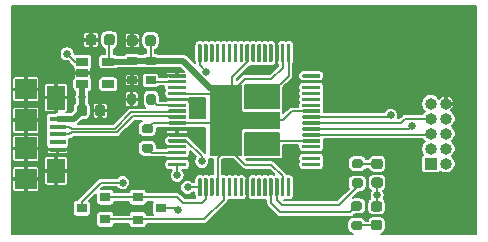
<source format=gbr>
G04 #@! TF.GenerationSoftware,KiCad,Pcbnew,(5.1.7)-1*
G04 #@! TF.CreationDate,2020-12-02T09:59:19-08:00*
G04 #@! TF.ProjectId,programmer,70726f67-7261-46d6-9d65-722e6b696361,rev?*
G04 #@! TF.SameCoordinates,Original*
G04 #@! TF.FileFunction,Copper,L1,Top*
G04 #@! TF.FilePolarity,Positive*
%FSLAX46Y46*%
G04 Gerber Fmt 4.6, Leading zero omitted, Abs format (unit mm)*
G04 Created by KiCad (PCBNEW (5.1.7)-1) date 2020-12-02 09:59:19*
%MOMM*%
%LPD*%
G01*
G04 APERTURE LIST*
G04 #@! TA.AperFunction,SMDPad,CuDef*
%ADD10R,0.900000X0.800000*%
G04 #@! TD*
G04 #@! TA.AperFunction,SMDPad,CuDef*
%ADD11R,1.350000X0.400000*%
G04 #@! TD*
G04 #@! TA.AperFunction,SMDPad,CuDef*
%ADD12R,1.600000X2.100000*%
G04 #@! TD*
G04 #@! TA.AperFunction,SMDPad,CuDef*
%ADD13R,1.900000X1.800000*%
G04 #@! TD*
G04 #@! TA.AperFunction,SMDPad,CuDef*
%ADD14R,1.900000X1.900000*%
G04 #@! TD*
G04 #@! TA.AperFunction,SMDPad,CuDef*
%ADD15R,1.060000X0.650000*%
G04 #@! TD*
G04 #@! TA.AperFunction,SMDPad,CuDef*
%ADD16R,0.850000X0.650000*%
G04 #@! TD*
G04 #@! TA.AperFunction,ComponentPad*
%ADD17O,1.000000X1.000000*%
G04 #@! TD*
G04 #@! TA.AperFunction,ComponentPad*
%ADD18R,1.000000X1.000000*%
G04 #@! TD*
G04 #@! TA.AperFunction,ViaPad*
%ADD19C,0.635000*%
G04 #@! TD*
G04 #@! TA.AperFunction,Conductor*
%ADD20C,0.508000*%
G04 #@! TD*
G04 #@! TA.AperFunction,Conductor*
%ADD21C,0.152400*%
G04 #@! TD*
G04 #@! TA.AperFunction,Conductor*
%ADD22C,0.125000*%
G04 #@! TD*
G04 #@! TA.AperFunction,Conductor*
%ADD23C,0.100000*%
G04 #@! TD*
G04 #@! TA.AperFunction,Conductor*
%ADD24C,0.127000*%
G04 #@! TD*
G04 APERTURE END LIST*
D10*
X-7025000Y-7475000D03*
X-9025000Y-8425000D03*
X-9025000Y-6525000D03*
D11*
X-15812500Y-1200000D03*
X-15812500Y-550000D03*
X-15812500Y-1850000D03*
X-15812500Y100000D03*
X-15812500Y-2500000D03*
D12*
X-15937500Y1900000D03*
X-15937500Y-4300000D03*
D13*
X-18487500Y2600000D03*
X-18487500Y-5000000D03*
D14*
X-18487500Y0D03*
X-18487500Y-2400000D03*
D15*
X-13700000Y4950000D03*
X-13700000Y4000000D03*
X-13700000Y3050000D03*
X-11500000Y3050000D03*
X-11500000Y4950000D03*
G04 #@! TA.AperFunction,SMDPad,CuDef*
G36*
G01*
X-9138200Y2029400D02*
X-9138200Y1479400D01*
G75*
G02*
X-9338200Y1279400I-200000J0D01*
G01*
X-9738200Y1279400D01*
G75*
G02*
X-9938200Y1479400I0J200000D01*
G01*
X-9938200Y2029400D01*
G75*
G02*
X-9738200Y2229400I200000J0D01*
G01*
X-9338200Y2229400D01*
G75*
G02*
X-9138200Y2029400I0J-200000D01*
G01*
G37*
G04 #@! TD.AperFunction*
G04 #@! TA.AperFunction,SMDPad,CuDef*
G36*
G01*
X-7488200Y2029400D02*
X-7488200Y1479400D01*
G75*
G02*
X-7688200Y1279400I-200000J0D01*
G01*
X-8088200Y1279400D01*
G75*
G02*
X-8288200Y1479400I0J200000D01*
G01*
X-8288200Y2029400D01*
G75*
G02*
X-8088200Y2229400I200000J0D01*
G01*
X-7688200Y2229400D01*
G75*
G02*
X-7488200Y2029400I0J-200000D01*
G01*
G37*
G04 #@! TD.AperFunction*
G04 #@! TA.AperFunction,SMDPad,CuDef*
G36*
G01*
X-9038200Y6982800D02*
X-9038200Y6482800D01*
G75*
G02*
X-9263200Y6257800I-225000J0D01*
G01*
X-9713200Y6257800D01*
G75*
G02*
X-9938200Y6482800I0J225000D01*
G01*
X-9938200Y6982800D01*
G75*
G02*
X-9713200Y7207800I225000J0D01*
G01*
X-9263200Y7207800D01*
G75*
G02*
X-9038200Y6982800I0J-225000D01*
G01*
G37*
G04 #@! TD.AperFunction*
G04 #@! TA.AperFunction,SMDPad,CuDef*
G36*
G01*
X-7488200Y6982800D02*
X-7488200Y6482800D01*
G75*
G02*
X-7713200Y6257800I-225000J0D01*
G01*
X-8163200Y6257800D01*
G75*
G02*
X-8388200Y6482800I0J225000D01*
G01*
X-8388200Y6982800D01*
G75*
G02*
X-8163200Y7207800I225000J0D01*
G01*
X-7713200Y7207800D01*
G75*
G02*
X-7488200Y6982800I0J-225000D01*
G01*
G37*
G04 #@! TD.AperFunction*
G04 #@! TA.AperFunction,SMDPad,CuDef*
G36*
G01*
X-3900000Y4975000D02*
X-3900000Y6375000D01*
G75*
G02*
X-3825000Y6450000I75000J0D01*
G01*
X-3675000Y6450000D01*
G75*
G02*
X-3600000Y6375000I0J-75000D01*
G01*
X-3600000Y4975000D01*
G75*
G02*
X-3675000Y4900000I-75000J0D01*
G01*
X-3825000Y4900000D01*
G75*
G02*
X-3900000Y4975000I0J75000D01*
G01*
G37*
G04 #@! TD.AperFunction*
G04 #@! TA.AperFunction,SMDPad,CuDef*
G36*
G01*
X-3400000Y4975000D02*
X-3400000Y6375000D01*
G75*
G02*
X-3325000Y6450000I75000J0D01*
G01*
X-3175000Y6450000D01*
G75*
G02*
X-3100000Y6375000I0J-75000D01*
G01*
X-3100000Y4975000D01*
G75*
G02*
X-3175000Y4900000I-75000J0D01*
G01*
X-3325000Y4900000D01*
G75*
G02*
X-3400000Y4975000I0J75000D01*
G01*
G37*
G04 #@! TD.AperFunction*
G04 #@! TA.AperFunction,SMDPad,CuDef*
G36*
G01*
X-2900000Y4975000D02*
X-2900000Y6375000D01*
G75*
G02*
X-2825000Y6450000I75000J0D01*
G01*
X-2675000Y6450000D01*
G75*
G02*
X-2600000Y6375000I0J-75000D01*
G01*
X-2600000Y4975000D01*
G75*
G02*
X-2675000Y4900000I-75000J0D01*
G01*
X-2825000Y4900000D01*
G75*
G02*
X-2900000Y4975000I0J75000D01*
G01*
G37*
G04 #@! TD.AperFunction*
G04 #@! TA.AperFunction,SMDPad,CuDef*
G36*
G01*
X-2400000Y4975000D02*
X-2400000Y6375000D01*
G75*
G02*
X-2325000Y6450000I75000J0D01*
G01*
X-2175000Y6450000D01*
G75*
G02*
X-2100000Y6375000I0J-75000D01*
G01*
X-2100000Y4975000D01*
G75*
G02*
X-2175000Y4900000I-75000J0D01*
G01*
X-2325000Y4900000D01*
G75*
G02*
X-2400000Y4975000I0J75000D01*
G01*
G37*
G04 #@! TD.AperFunction*
G04 #@! TA.AperFunction,SMDPad,CuDef*
G36*
G01*
X-1900000Y4975000D02*
X-1900000Y6375000D01*
G75*
G02*
X-1825000Y6450000I75000J0D01*
G01*
X-1675000Y6450000D01*
G75*
G02*
X-1600000Y6375000I0J-75000D01*
G01*
X-1600000Y4975000D01*
G75*
G02*
X-1675000Y4900000I-75000J0D01*
G01*
X-1825000Y4900000D01*
G75*
G02*
X-1900000Y4975000I0J75000D01*
G01*
G37*
G04 #@! TD.AperFunction*
G04 #@! TA.AperFunction,SMDPad,CuDef*
G36*
G01*
X-1400000Y4975000D02*
X-1400000Y6375000D01*
G75*
G02*
X-1325000Y6450000I75000J0D01*
G01*
X-1175000Y6450000D01*
G75*
G02*
X-1100000Y6375000I0J-75000D01*
G01*
X-1100000Y4975000D01*
G75*
G02*
X-1175000Y4900000I-75000J0D01*
G01*
X-1325000Y4900000D01*
G75*
G02*
X-1400000Y4975000I0J75000D01*
G01*
G37*
G04 #@! TD.AperFunction*
G04 #@! TA.AperFunction,SMDPad,CuDef*
G36*
G01*
X-900000Y4975000D02*
X-900000Y6375000D01*
G75*
G02*
X-825000Y6450000I75000J0D01*
G01*
X-675000Y6450000D01*
G75*
G02*
X-600000Y6375000I0J-75000D01*
G01*
X-600000Y4975000D01*
G75*
G02*
X-675000Y4900000I-75000J0D01*
G01*
X-825000Y4900000D01*
G75*
G02*
X-900000Y4975000I0J75000D01*
G01*
G37*
G04 #@! TD.AperFunction*
G04 #@! TA.AperFunction,SMDPad,CuDef*
G36*
G01*
X-400000Y4975000D02*
X-400000Y6375000D01*
G75*
G02*
X-325000Y6450000I75000J0D01*
G01*
X-175000Y6450000D01*
G75*
G02*
X-100000Y6375000I0J-75000D01*
G01*
X-100000Y4975000D01*
G75*
G02*
X-175000Y4900000I-75000J0D01*
G01*
X-325000Y4900000D01*
G75*
G02*
X-400000Y4975000I0J75000D01*
G01*
G37*
G04 #@! TD.AperFunction*
G04 #@! TA.AperFunction,SMDPad,CuDef*
G36*
G01*
X100000Y4975000D02*
X100000Y6375000D01*
G75*
G02*
X175000Y6450000I75000J0D01*
G01*
X325000Y6450000D01*
G75*
G02*
X400000Y6375000I0J-75000D01*
G01*
X400000Y4975000D01*
G75*
G02*
X325000Y4900000I-75000J0D01*
G01*
X175000Y4900000D01*
G75*
G02*
X100000Y4975000I0J75000D01*
G01*
G37*
G04 #@! TD.AperFunction*
G04 #@! TA.AperFunction,SMDPad,CuDef*
G36*
G01*
X600000Y4975000D02*
X600000Y6375000D01*
G75*
G02*
X675000Y6450000I75000J0D01*
G01*
X825000Y6450000D01*
G75*
G02*
X900000Y6375000I0J-75000D01*
G01*
X900000Y4975000D01*
G75*
G02*
X825000Y4900000I-75000J0D01*
G01*
X675000Y4900000D01*
G75*
G02*
X600000Y4975000I0J75000D01*
G01*
G37*
G04 #@! TD.AperFunction*
G04 #@! TA.AperFunction,SMDPad,CuDef*
G36*
G01*
X1100000Y4975000D02*
X1100000Y6375000D01*
G75*
G02*
X1175000Y6450000I75000J0D01*
G01*
X1325000Y6450000D01*
G75*
G02*
X1400000Y6375000I0J-75000D01*
G01*
X1400000Y4975000D01*
G75*
G02*
X1325000Y4900000I-75000J0D01*
G01*
X1175000Y4900000D01*
G75*
G02*
X1100000Y4975000I0J75000D01*
G01*
G37*
G04 #@! TD.AperFunction*
G04 #@! TA.AperFunction,SMDPad,CuDef*
G36*
G01*
X1600000Y4975000D02*
X1600000Y6375000D01*
G75*
G02*
X1675000Y6450000I75000J0D01*
G01*
X1825000Y6450000D01*
G75*
G02*
X1900000Y6375000I0J-75000D01*
G01*
X1900000Y4975000D01*
G75*
G02*
X1825000Y4900000I-75000J0D01*
G01*
X1675000Y4900000D01*
G75*
G02*
X1600000Y4975000I0J75000D01*
G01*
G37*
G04 #@! TD.AperFunction*
G04 #@! TA.AperFunction,SMDPad,CuDef*
G36*
G01*
X2100000Y4975000D02*
X2100000Y6375000D01*
G75*
G02*
X2175000Y6450000I75000J0D01*
G01*
X2325000Y6450000D01*
G75*
G02*
X2400000Y6375000I0J-75000D01*
G01*
X2400000Y4975000D01*
G75*
G02*
X2325000Y4900000I-75000J0D01*
G01*
X2175000Y4900000D01*
G75*
G02*
X2100000Y4975000I0J75000D01*
G01*
G37*
G04 #@! TD.AperFunction*
G04 #@! TA.AperFunction,SMDPad,CuDef*
G36*
G01*
X2600000Y4975000D02*
X2600000Y6375000D01*
G75*
G02*
X2675000Y6450000I75000J0D01*
G01*
X2825000Y6450000D01*
G75*
G02*
X2900000Y6375000I0J-75000D01*
G01*
X2900000Y4975000D01*
G75*
G02*
X2825000Y4900000I-75000J0D01*
G01*
X2675000Y4900000D01*
G75*
G02*
X2600000Y4975000I0J75000D01*
G01*
G37*
G04 #@! TD.AperFunction*
G04 #@! TA.AperFunction,SMDPad,CuDef*
G36*
G01*
X3100000Y4975000D02*
X3100000Y6375000D01*
G75*
G02*
X3175000Y6450000I75000J0D01*
G01*
X3325000Y6450000D01*
G75*
G02*
X3400000Y6375000I0J-75000D01*
G01*
X3400000Y4975000D01*
G75*
G02*
X3325000Y4900000I-75000J0D01*
G01*
X3175000Y4900000D01*
G75*
G02*
X3100000Y4975000I0J75000D01*
G01*
G37*
G04 #@! TD.AperFunction*
G04 #@! TA.AperFunction,SMDPad,CuDef*
G36*
G01*
X3600000Y4975000D02*
X3600000Y6375000D01*
G75*
G02*
X3675000Y6450000I75000J0D01*
G01*
X3825000Y6450000D01*
G75*
G02*
X3900000Y6375000I0J-75000D01*
G01*
X3900000Y4975000D01*
G75*
G02*
X3825000Y4900000I-75000J0D01*
G01*
X3675000Y4900000D01*
G75*
G02*
X3600000Y4975000I0J75000D01*
G01*
G37*
G04 #@! TD.AperFunction*
G04 #@! TA.AperFunction,SMDPad,CuDef*
G36*
G01*
X4900000Y3675000D02*
X4900000Y3825000D01*
G75*
G02*
X4975000Y3900000I75000J0D01*
G01*
X6375000Y3900000D01*
G75*
G02*
X6450000Y3825000I0J-75000D01*
G01*
X6450000Y3675000D01*
G75*
G02*
X6375000Y3600000I-75000J0D01*
G01*
X4975000Y3600000D01*
G75*
G02*
X4900000Y3675000I0J75000D01*
G01*
G37*
G04 #@! TD.AperFunction*
G04 #@! TA.AperFunction,SMDPad,CuDef*
G36*
G01*
X4900000Y3175000D02*
X4900000Y3325000D01*
G75*
G02*
X4975000Y3400000I75000J0D01*
G01*
X6375000Y3400000D01*
G75*
G02*
X6450000Y3325000I0J-75000D01*
G01*
X6450000Y3175000D01*
G75*
G02*
X6375000Y3100000I-75000J0D01*
G01*
X4975000Y3100000D01*
G75*
G02*
X4900000Y3175000I0J75000D01*
G01*
G37*
G04 #@! TD.AperFunction*
G04 #@! TA.AperFunction,SMDPad,CuDef*
G36*
G01*
X4900000Y2675000D02*
X4900000Y2825000D01*
G75*
G02*
X4975000Y2900000I75000J0D01*
G01*
X6375000Y2900000D01*
G75*
G02*
X6450000Y2825000I0J-75000D01*
G01*
X6450000Y2675000D01*
G75*
G02*
X6375000Y2600000I-75000J0D01*
G01*
X4975000Y2600000D01*
G75*
G02*
X4900000Y2675000I0J75000D01*
G01*
G37*
G04 #@! TD.AperFunction*
G04 #@! TA.AperFunction,SMDPad,CuDef*
G36*
G01*
X4900000Y2175000D02*
X4900000Y2325000D01*
G75*
G02*
X4975000Y2400000I75000J0D01*
G01*
X6375000Y2400000D01*
G75*
G02*
X6450000Y2325000I0J-75000D01*
G01*
X6450000Y2175000D01*
G75*
G02*
X6375000Y2100000I-75000J0D01*
G01*
X4975000Y2100000D01*
G75*
G02*
X4900000Y2175000I0J75000D01*
G01*
G37*
G04 #@! TD.AperFunction*
G04 #@! TA.AperFunction,SMDPad,CuDef*
G36*
G01*
X4900000Y1675000D02*
X4900000Y1825000D01*
G75*
G02*
X4975000Y1900000I75000J0D01*
G01*
X6375000Y1900000D01*
G75*
G02*
X6450000Y1825000I0J-75000D01*
G01*
X6450000Y1675000D01*
G75*
G02*
X6375000Y1600000I-75000J0D01*
G01*
X4975000Y1600000D01*
G75*
G02*
X4900000Y1675000I0J75000D01*
G01*
G37*
G04 #@! TD.AperFunction*
G04 #@! TA.AperFunction,SMDPad,CuDef*
G36*
G01*
X4900000Y1175000D02*
X4900000Y1325000D01*
G75*
G02*
X4975000Y1400000I75000J0D01*
G01*
X6375000Y1400000D01*
G75*
G02*
X6450000Y1325000I0J-75000D01*
G01*
X6450000Y1175000D01*
G75*
G02*
X6375000Y1100000I-75000J0D01*
G01*
X4975000Y1100000D01*
G75*
G02*
X4900000Y1175000I0J75000D01*
G01*
G37*
G04 #@! TD.AperFunction*
G04 #@! TA.AperFunction,SMDPad,CuDef*
G36*
G01*
X4900000Y675000D02*
X4900000Y825000D01*
G75*
G02*
X4975000Y900000I75000J0D01*
G01*
X6375000Y900000D01*
G75*
G02*
X6450000Y825000I0J-75000D01*
G01*
X6450000Y675000D01*
G75*
G02*
X6375000Y600000I-75000J0D01*
G01*
X4975000Y600000D01*
G75*
G02*
X4900000Y675000I0J75000D01*
G01*
G37*
G04 #@! TD.AperFunction*
G04 #@! TA.AperFunction,SMDPad,CuDef*
G36*
G01*
X4900000Y175000D02*
X4900000Y325000D01*
G75*
G02*
X4975000Y400000I75000J0D01*
G01*
X6375000Y400000D01*
G75*
G02*
X6450000Y325000I0J-75000D01*
G01*
X6450000Y175000D01*
G75*
G02*
X6375000Y100000I-75000J0D01*
G01*
X4975000Y100000D01*
G75*
G02*
X4900000Y175000I0J75000D01*
G01*
G37*
G04 #@! TD.AperFunction*
G04 #@! TA.AperFunction,SMDPad,CuDef*
G36*
G01*
X4900000Y-325000D02*
X4900000Y-175000D01*
G75*
G02*
X4975000Y-100000I75000J0D01*
G01*
X6375000Y-100000D01*
G75*
G02*
X6450000Y-175000I0J-75000D01*
G01*
X6450000Y-325000D01*
G75*
G02*
X6375000Y-400000I-75000J0D01*
G01*
X4975000Y-400000D01*
G75*
G02*
X4900000Y-325000I0J75000D01*
G01*
G37*
G04 #@! TD.AperFunction*
G04 #@! TA.AperFunction,SMDPad,CuDef*
G36*
G01*
X4900000Y-825000D02*
X4900000Y-675000D01*
G75*
G02*
X4975000Y-600000I75000J0D01*
G01*
X6375000Y-600000D01*
G75*
G02*
X6450000Y-675000I0J-75000D01*
G01*
X6450000Y-825000D01*
G75*
G02*
X6375000Y-900000I-75000J0D01*
G01*
X4975000Y-900000D01*
G75*
G02*
X4900000Y-825000I0J75000D01*
G01*
G37*
G04 #@! TD.AperFunction*
G04 #@! TA.AperFunction,SMDPad,CuDef*
G36*
G01*
X4900000Y-1325000D02*
X4900000Y-1175000D01*
G75*
G02*
X4975000Y-1100000I75000J0D01*
G01*
X6375000Y-1100000D01*
G75*
G02*
X6450000Y-1175000I0J-75000D01*
G01*
X6450000Y-1325000D01*
G75*
G02*
X6375000Y-1400000I-75000J0D01*
G01*
X4975000Y-1400000D01*
G75*
G02*
X4900000Y-1325000I0J75000D01*
G01*
G37*
G04 #@! TD.AperFunction*
G04 #@! TA.AperFunction,SMDPad,CuDef*
G36*
G01*
X4900000Y-1825000D02*
X4900000Y-1675000D01*
G75*
G02*
X4975000Y-1600000I75000J0D01*
G01*
X6375000Y-1600000D01*
G75*
G02*
X6450000Y-1675000I0J-75000D01*
G01*
X6450000Y-1825000D01*
G75*
G02*
X6375000Y-1900000I-75000J0D01*
G01*
X4975000Y-1900000D01*
G75*
G02*
X4900000Y-1825000I0J75000D01*
G01*
G37*
G04 #@! TD.AperFunction*
G04 #@! TA.AperFunction,SMDPad,CuDef*
G36*
G01*
X4900000Y-2325000D02*
X4900000Y-2175000D01*
G75*
G02*
X4975000Y-2100000I75000J0D01*
G01*
X6375000Y-2100000D01*
G75*
G02*
X6450000Y-2175000I0J-75000D01*
G01*
X6450000Y-2325000D01*
G75*
G02*
X6375000Y-2400000I-75000J0D01*
G01*
X4975000Y-2400000D01*
G75*
G02*
X4900000Y-2325000I0J75000D01*
G01*
G37*
G04 #@! TD.AperFunction*
G04 #@! TA.AperFunction,SMDPad,CuDef*
G36*
G01*
X4900000Y-2825000D02*
X4900000Y-2675000D01*
G75*
G02*
X4975000Y-2600000I75000J0D01*
G01*
X6375000Y-2600000D01*
G75*
G02*
X6450000Y-2675000I0J-75000D01*
G01*
X6450000Y-2825000D01*
G75*
G02*
X6375000Y-2900000I-75000J0D01*
G01*
X4975000Y-2900000D01*
G75*
G02*
X4900000Y-2825000I0J75000D01*
G01*
G37*
G04 #@! TD.AperFunction*
G04 #@! TA.AperFunction,SMDPad,CuDef*
G36*
G01*
X4900000Y-3325000D02*
X4900000Y-3175000D01*
G75*
G02*
X4975000Y-3100000I75000J0D01*
G01*
X6375000Y-3100000D01*
G75*
G02*
X6450000Y-3175000I0J-75000D01*
G01*
X6450000Y-3325000D01*
G75*
G02*
X6375000Y-3400000I-75000J0D01*
G01*
X4975000Y-3400000D01*
G75*
G02*
X4900000Y-3325000I0J75000D01*
G01*
G37*
G04 #@! TD.AperFunction*
G04 #@! TA.AperFunction,SMDPad,CuDef*
G36*
G01*
X4900000Y-3825000D02*
X4900000Y-3675000D01*
G75*
G02*
X4975000Y-3600000I75000J0D01*
G01*
X6375000Y-3600000D01*
G75*
G02*
X6450000Y-3675000I0J-75000D01*
G01*
X6450000Y-3825000D01*
G75*
G02*
X6375000Y-3900000I-75000J0D01*
G01*
X4975000Y-3900000D01*
G75*
G02*
X4900000Y-3825000I0J75000D01*
G01*
G37*
G04 #@! TD.AperFunction*
G04 #@! TA.AperFunction,SMDPad,CuDef*
G36*
G01*
X3600000Y-6375000D02*
X3600000Y-4975000D01*
G75*
G02*
X3675000Y-4900000I75000J0D01*
G01*
X3825000Y-4900000D01*
G75*
G02*
X3900000Y-4975000I0J-75000D01*
G01*
X3900000Y-6375000D01*
G75*
G02*
X3825000Y-6450000I-75000J0D01*
G01*
X3675000Y-6450000D01*
G75*
G02*
X3600000Y-6375000I0J75000D01*
G01*
G37*
G04 #@! TD.AperFunction*
G04 #@! TA.AperFunction,SMDPad,CuDef*
G36*
G01*
X3100000Y-6375000D02*
X3100000Y-4975000D01*
G75*
G02*
X3175000Y-4900000I75000J0D01*
G01*
X3325000Y-4900000D01*
G75*
G02*
X3400000Y-4975000I0J-75000D01*
G01*
X3400000Y-6375000D01*
G75*
G02*
X3325000Y-6450000I-75000J0D01*
G01*
X3175000Y-6450000D01*
G75*
G02*
X3100000Y-6375000I0J75000D01*
G01*
G37*
G04 #@! TD.AperFunction*
G04 #@! TA.AperFunction,SMDPad,CuDef*
G36*
G01*
X2600000Y-6375000D02*
X2600000Y-4975000D01*
G75*
G02*
X2675000Y-4900000I75000J0D01*
G01*
X2825000Y-4900000D01*
G75*
G02*
X2900000Y-4975000I0J-75000D01*
G01*
X2900000Y-6375000D01*
G75*
G02*
X2825000Y-6450000I-75000J0D01*
G01*
X2675000Y-6450000D01*
G75*
G02*
X2600000Y-6375000I0J75000D01*
G01*
G37*
G04 #@! TD.AperFunction*
G04 #@! TA.AperFunction,SMDPad,CuDef*
G36*
G01*
X2100000Y-6375000D02*
X2100000Y-4975000D01*
G75*
G02*
X2175000Y-4900000I75000J0D01*
G01*
X2325000Y-4900000D01*
G75*
G02*
X2400000Y-4975000I0J-75000D01*
G01*
X2400000Y-6375000D01*
G75*
G02*
X2325000Y-6450000I-75000J0D01*
G01*
X2175000Y-6450000D01*
G75*
G02*
X2100000Y-6375000I0J75000D01*
G01*
G37*
G04 #@! TD.AperFunction*
G04 #@! TA.AperFunction,SMDPad,CuDef*
G36*
G01*
X1600000Y-6375000D02*
X1600000Y-4975000D01*
G75*
G02*
X1675000Y-4900000I75000J0D01*
G01*
X1825000Y-4900000D01*
G75*
G02*
X1900000Y-4975000I0J-75000D01*
G01*
X1900000Y-6375000D01*
G75*
G02*
X1825000Y-6450000I-75000J0D01*
G01*
X1675000Y-6450000D01*
G75*
G02*
X1600000Y-6375000I0J75000D01*
G01*
G37*
G04 #@! TD.AperFunction*
G04 #@! TA.AperFunction,SMDPad,CuDef*
G36*
G01*
X1100000Y-6375000D02*
X1100000Y-4975000D01*
G75*
G02*
X1175000Y-4900000I75000J0D01*
G01*
X1325000Y-4900000D01*
G75*
G02*
X1400000Y-4975000I0J-75000D01*
G01*
X1400000Y-6375000D01*
G75*
G02*
X1325000Y-6450000I-75000J0D01*
G01*
X1175000Y-6450000D01*
G75*
G02*
X1100000Y-6375000I0J75000D01*
G01*
G37*
G04 #@! TD.AperFunction*
G04 #@! TA.AperFunction,SMDPad,CuDef*
G36*
G01*
X600000Y-6375000D02*
X600000Y-4975000D01*
G75*
G02*
X675000Y-4900000I75000J0D01*
G01*
X825000Y-4900000D01*
G75*
G02*
X900000Y-4975000I0J-75000D01*
G01*
X900000Y-6375000D01*
G75*
G02*
X825000Y-6450000I-75000J0D01*
G01*
X675000Y-6450000D01*
G75*
G02*
X600000Y-6375000I0J75000D01*
G01*
G37*
G04 #@! TD.AperFunction*
G04 #@! TA.AperFunction,SMDPad,CuDef*
G36*
G01*
X100000Y-6375000D02*
X100000Y-4975000D01*
G75*
G02*
X175000Y-4900000I75000J0D01*
G01*
X325000Y-4900000D01*
G75*
G02*
X400000Y-4975000I0J-75000D01*
G01*
X400000Y-6375000D01*
G75*
G02*
X325000Y-6450000I-75000J0D01*
G01*
X175000Y-6450000D01*
G75*
G02*
X100000Y-6375000I0J75000D01*
G01*
G37*
G04 #@! TD.AperFunction*
G04 #@! TA.AperFunction,SMDPad,CuDef*
G36*
G01*
X-400000Y-6375000D02*
X-400000Y-4975000D01*
G75*
G02*
X-325000Y-4900000I75000J0D01*
G01*
X-175000Y-4900000D01*
G75*
G02*
X-100000Y-4975000I0J-75000D01*
G01*
X-100000Y-6375000D01*
G75*
G02*
X-175000Y-6450000I-75000J0D01*
G01*
X-325000Y-6450000D01*
G75*
G02*
X-400000Y-6375000I0J75000D01*
G01*
G37*
G04 #@! TD.AperFunction*
G04 #@! TA.AperFunction,SMDPad,CuDef*
G36*
G01*
X-900000Y-6375000D02*
X-900000Y-4975000D01*
G75*
G02*
X-825000Y-4900000I75000J0D01*
G01*
X-675000Y-4900000D01*
G75*
G02*
X-600000Y-4975000I0J-75000D01*
G01*
X-600000Y-6375000D01*
G75*
G02*
X-675000Y-6450000I-75000J0D01*
G01*
X-825000Y-6450000D01*
G75*
G02*
X-900000Y-6375000I0J75000D01*
G01*
G37*
G04 #@! TD.AperFunction*
G04 #@! TA.AperFunction,SMDPad,CuDef*
G36*
G01*
X-1400000Y-6375000D02*
X-1400000Y-4975000D01*
G75*
G02*
X-1325000Y-4900000I75000J0D01*
G01*
X-1175000Y-4900000D01*
G75*
G02*
X-1100000Y-4975000I0J-75000D01*
G01*
X-1100000Y-6375000D01*
G75*
G02*
X-1175000Y-6450000I-75000J0D01*
G01*
X-1325000Y-6450000D01*
G75*
G02*
X-1400000Y-6375000I0J75000D01*
G01*
G37*
G04 #@! TD.AperFunction*
G04 #@! TA.AperFunction,SMDPad,CuDef*
G36*
G01*
X-1900000Y-6375000D02*
X-1900000Y-4975000D01*
G75*
G02*
X-1825000Y-4900000I75000J0D01*
G01*
X-1675000Y-4900000D01*
G75*
G02*
X-1600000Y-4975000I0J-75000D01*
G01*
X-1600000Y-6375000D01*
G75*
G02*
X-1675000Y-6450000I-75000J0D01*
G01*
X-1825000Y-6450000D01*
G75*
G02*
X-1900000Y-6375000I0J75000D01*
G01*
G37*
G04 #@! TD.AperFunction*
G04 #@! TA.AperFunction,SMDPad,CuDef*
G36*
G01*
X-2400000Y-6375000D02*
X-2400000Y-4975000D01*
G75*
G02*
X-2325000Y-4900000I75000J0D01*
G01*
X-2175000Y-4900000D01*
G75*
G02*
X-2100000Y-4975000I0J-75000D01*
G01*
X-2100000Y-6375000D01*
G75*
G02*
X-2175000Y-6450000I-75000J0D01*
G01*
X-2325000Y-6450000D01*
G75*
G02*
X-2400000Y-6375000I0J75000D01*
G01*
G37*
G04 #@! TD.AperFunction*
G04 #@! TA.AperFunction,SMDPad,CuDef*
G36*
G01*
X-2900000Y-6375000D02*
X-2900000Y-4975000D01*
G75*
G02*
X-2825000Y-4900000I75000J0D01*
G01*
X-2675000Y-4900000D01*
G75*
G02*
X-2600000Y-4975000I0J-75000D01*
G01*
X-2600000Y-6375000D01*
G75*
G02*
X-2675000Y-6450000I-75000J0D01*
G01*
X-2825000Y-6450000D01*
G75*
G02*
X-2900000Y-6375000I0J75000D01*
G01*
G37*
G04 #@! TD.AperFunction*
G04 #@! TA.AperFunction,SMDPad,CuDef*
G36*
G01*
X-3400000Y-6375000D02*
X-3400000Y-4975000D01*
G75*
G02*
X-3325000Y-4900000I75000J0D01*
G01*
X-3175000Y-4900000D01*
G75*
G02*
X-3100000Y-4975000I0J-75000D01*
G01*
X-3100000Y-6375000D01*
G75*
G02*
X-3175000Y-6450000I-75000J0D01*
G01*
X-3325000Y-6450000D01*
G75*
G02*
X-3400000Y-6375000I0J75000D01*
G01*
G37*
G04 #@! TD.AperFunction*
G04 #@! TA.AperFunction,SMDPad,CuDef*
G36*
G01*
X-3900000Y-6375000D02*
X-3900000Y-4975000D01*
G75*
G02*
X-3825000Y-4900000I75000J0D01*
G01*
X-3675000Y-4900000D01*
G75*
G02*
X-3600000Y-4975000I0J-75000D01*
G01*
X-3600000Y-6375000D01*
G75*
G02*
X-3675000Y-6450000I-75000J0D01*
G01*
X-3825000Y-6450000D01*
G75*
G02*
X-3900000Y-6375000I0J75000D01*
G01*
G37*
G04 #@! TD.AperFunction*
G04 #@! TA.AperFunction,SMDPad,CuDef*
G36*
G01*
X-6450000Y-3825000D02*
X-6450000Y-3675000D01*
G75*
G02*
X-6375000Y-3600000I75000J0D01*
G01*
X-4975000Y-3600000D01*
G75*
G02*
X-4900000Y-3675000I0J-75000D01*
G01*
X-4900000Y-3825000D01*
G75*
G02*
X-4975000Y-3900000I-75000J0D01*
G01*
X-6375000Y-3900000D01*
G75*
G02*
X-6450000Y-3825000I0J75000D01*
G01*
G37*
G04 #@! TD.AperFunction*
G04 #@! TA.AperFunction,SMDPad,CuDef*
G36*
G01*
X-6450000Y-3325000D02*
X-6450000Y-3175000D01*
G75*
G02*
X-6375000Y-3100000I75000J0D01*
G01*
X-4975000Y-3100000D01*
G75*
G02*
X-4900000Y-3175000I0J-75000D01*
G01*
X-4900000Y-3325000D01*
G75*
G02*
X-4975000Y-3400000I-75000J0D01*
G01*
X-6375000Y-3400000D01*
G75*
G02*
X-6450000Y-3325000I0J75000D01*
G01*
G37*
G04 #@! TD.AperFunction*
G04 #@! TA.AperFunction,SMDPad,CuDef*
G36*
G01*
X-6450000Y-2825000D02*
X-6450000Y-2675000D01*
G75*
G02*
X-6375000Y-2600000I75000J0D01*
G01*
X-4975000Y-2600000D01*
G75*
G02*
X-4900000Y-2675000I0J-75000D01*
G01*
X-4900000Y-2825000D01*
G75*
G02*
X-4975000Y-2900000I-75000J0D01*
G01*
X-6375000Y-2900000D01*
G75*
G02*
X-6450000Y-2825000I0J75000D01*
G01*
G37*
G04 #@! TD.AperFunction*
G04 #@! TA.AperFunction,SMDPad,CuDef*
G36*
G01*
X-6450000Y-2325000D02*
X-6450000Y-2175000D01*
G75*
G02*
X-6375000Y-2100000I75000J0D01*
G01*
X-4975000Y-2100000D01*
G75*
G02*
X-4900000Y-2175000I0J-75000D01*
G01*
X-4900000Y-2325000D01*
G75*
G02*
X-4975000Y-2400000I-75000J0D01*
G01*
X-6375000Y-2400000D01*
G75*
G02*
X-6450000Y-2325000I0J75000D01*
G01*
G37*
G04 #@! TD.AperFunction*
G04 #@! TA.AperFunction,SMDPad,CuDef*
G36*
G01*
X-6450000Y-1825000D02*
X-6450000Y-1675000D01*
G75*
G02*
X-6375000Y-1600000I75000J0D01*
G01*
X-4975000Y-1600000D01*
G75*
G02*
X-4900000Y-1675000I0J-75000D01*
G01*
X-4900000Y-1825000D01*
G75*
G02*
X-4975000Y-1900000I-75000J0D01*
G01*
X-6375000Y-1900000D01*
G75*
G02*
X-6450000Y-1825000I0J75000D01*
G01*
G37*
G04 #@! TD.AperFunction*
G04 #@! TA.AperFunction,SMDPad,CuDef*
G36*
G01*
X-6450000Y-1325000D02*
X-6450000Y-1175000D01*
G75*
G02*
X-6375000Y-1100000I75000J0D01*
G01*
X-4975000Y-1100000D01*
G75*
G02*
X-4900000Y-1175000I0J-75000D01*
G01*
X-4900000Y-1325000D01*
G75*
G02*
X-4975000Y-1400000I-75000J0D01*
G01*
X-6375000Y-1400000D01*
G75*
G02*
X-6450000Y-1325000I0J75000D01*
G01*
G37*
G04 #@! TD.AperFunction*
G04 #@! TA.AperFunction,SMDPad,CuDef*
G36*
G01*
X-6450000Y-825000D02*
X-6450000Y-675000D01*
G75*
G02*
X-6375000Y-600000I75000J0D01*
G01*
X-4975000Y-600000D01*
G75*
G02*
X-4900000Y-675000I0J-75000D01*
G01*
X-4900000Y-825000D01*
G75*
G02*
X-4975000Y-900000I-75000J0D01*
G01*
X-6375000Y-900000D01*
G75*
G02*
X-6450000Y-825000I0J75000D01*
G01*
G37*
G04 #@! TD.AperFunction*
G04 #@! TA.AperFunction,SMDPad,CuDef*
G36*
G01*
X-6450000Y-325000D02*
X-6450000Y-175000D01*
G75*
G02*
X-6375000Y-100000I75000J0D01*
G01*
X-4975000Y-100000D01*
G75*
G02*
X-4900000Y-175000I0J-75000D01*
G01*
X-4900000Y-325000D01*
G75*
G02*
X-4975000Y-400000I-75000J0D01*
G01*
X-6375000Y-400000D01*
G75*
G02*
X-6450000Y-325000I0J75000D01*
G01*
G37*
G04 #@! TD.AperFunction*
G04 #@! TA.AperFunction,SMDPad,CuDef*
G36*
G01*
X-6450000Y175000D02*
X-6450000Y325000D01*
G75*
G02*
X-6375000Y400000I75000J0D01*
G01*
X-4975000Y400000D01*
G75*
G02*
X-4900000Y325000I0J-75000D01*
G01*
X-4900000Y175000D01*
G75*
G02*
X-4975000Y100000I-75000J0D01*
G01*
X-6375000Y100000D01*
G75*
G02*
X-6450000Y175000I0J75000D01*
G01*
G37*
G04 #@! TD.AperFunction*
G04 #@! TA.AperFunction,SMDPad,CuDef*
G36*
G01*
X-6450000Y675000D02*
X-6450000Y825000D01*
G75*
G02*
X-6375000Y900000I75000J0D01*
G01*
X-4975000Y900000D01*
G75*
G02*
X-4900000Y825000I0J-75000D01*
G01*
X-4900000Y675000D01*
G75*
G02*
X-4975000Y600000I-75000J0D01*
G01*
X-6375000Y600000D01*
G75*
G02*
X-6450000Y675000I0J75000D01*
G01*
G37*
G04 #@! TD.AperFunction*
G04 #@! TA.AperFunction,SMDPad,CuDef*
G36*
G01*
X-6450000Y1175000D02*
X-6450000Y1325000D01*
G75*
G02*
X-6375000Y1400000I75000J0D01*
G01*
X-4975000Y1400000D01*
G75*
G02*
X-4900000Y1325000I0J-75000D01*
G01*
X-4900000Y1175000D01*
G75*
G02*
X-4975000Y1100000I-75000J0D01*
G01*
X-6375000Y1100000D01*
G75*
G02*
X-6450000Y1175000I0J75000D01*
G01*
G37*
G04 #@! TD.AperFunction*
G04 #@! TA.AperFunction,SMDPad,CuDef*
G36*
G01*
X-6450000Y1675000D02*
X-6450000Y1825000D01*
G75*
G02*
X-6375000Y1900000I75000J0D01*
G01*
X-4975000Y1900000D01*
G75*
G02*
X-4900000Y1825000I0J-75000D01*
G01*
X-4900000Y1675000D01*
G75*
G02*
X-4975000Y1600000I-75000J0D01*
G01*
X-6375000Y1600000D01*
G75*
G02*
X-6450000Y1675000I0J75000D01*
G01*
G37*
G04 #@! TD.AperFunction*
G04 #@! TA.AperFunction,SMDPad,CuDef*
G36*
G01*
X-6450000Y2175000D02*
X-6450000Y2325000D01*
G75*
G02*
X-6375000Y2400000I75000J0D01*
G01*
X-4975000Y2400000D01*
G75*
G02*
X-4900000Y2325000I0J-75000D01*
G01*
X-4900000Y2175000D01*
G75*
G02*
X-4975000Y2100000I-75000J0D01*
G01*
X-6375000Y2100000D01*
G75*
G02*
X-6450000Y2175000I0J75000D01*
G01*
G37*
G04 #@! TD.AperFunction*
G04 #@! TA.AperFunction,SMDPad,CuDef*
G36*
G01*
X-6450000Y2675000D02*
X-6450000Y2825000D01*
G75*
G02*
X-6375000Y2900000I75000J0D01*
G01*
X-4975000Y2900000D01*
G75*
G02*
X-4900000Y2825000I0J-75000D01*
G01*
X-4900000Y2675000D01*
G75*
G02*
X-4975000Y2600000I-75000J0D01*
G01*
X-6375000Y2600000D01*
G75*
G02*
X-6450000Y2675000I0J75000D01*
G01*
G37*
G04 #@! TD.AperFunction*
G04 #@! TA.AperFunction,SMDPad,CuDef*
G36*
G01*
X-6450000Y3175000D02*
X-6450000Y3325000D01*
G75*
G02*
X-6375000Y3400000I75000J0D01*
G01*
X-4975000Y3400000D01*
G75*
G02*
X-4900000Y3325000I0J-75000D01*
G01*
X-4900000Y3175000D01*
G75*
G02*
X-4975000Y3100000I-75000J0D01*
G01*
X-6375000Y3100000D01*
G75*
G02*
X-6450000Y3175000I0J75000D01*
G01*
G37*
G04 #@! TD.AperFunction*
G04 #@! TA.AperFunction,SMDPad,CuDef*
G36*
G01*
X-6450000Y3675000D02*
X-6450000Y3825000D01*
G75*
G02*
X-6375000Y3900000I75000J0D01*
G01*
X-4975000Y3900000D01*
G75*
G02*
X-4900000Y3825000I0J-75000D01*
G01*
X-4900000Y3675000D01*
G75*
G02*
X-4975000Y3600000I-75000J0D01*
G01*
X-6375000Y3600000D01*
G75*
G02*
X-6450000Y3675000I0J75000D01*
G01*
G37*
G04 #@! TD.AperFunction*
D16*
X-7938200Y5017800D03*
X-7938200Y3367800D03*
X-9488200Y3367800D03*
X-9488200Y5017800D03*
G04 #@! TA.AperFunction,SMDPad,CuDef*
G36*
G01*
X9796600Y-7670400D02*
X9246600Y-7670400D01*
G75*
G02*
X9046600Y-7470400I0J200000D01*
G01*
X9046600Y-7070400D01*
G75*
G02*
X9246600Y-6870400I200000J0D01*
G01*
X9796600Y-6870400D01*
G75*
G02*
X9996600Y-7070400I0J-200000D01*
G01*
X9996600Y-7470400D01*
G75*
G02*
X9796600Y-7670400I-200000J0D01*
G01*
G37*
G04 #@! TD.AperFunction*
G04 #@! TA.AperFunction,SMDPad,CuDef*
G36*
G01*
X9796600Y-9320400D02*
X9246600Y-9320400D01*
G75*
G02*
X9046600Y-9120400I0J200000D01*
G01*
X9046600Y-8720400D01*
G75*
G02*
X9246600Y-8520400I200000J0D01*
G01*
X9796600Y-8520400D01*
G75*
G02*
X9996600Y-8720400I0J-200000D01*
G01*
X9996600Y-9120400D01*
G75*
G02*
X9796600Y-9320400I-200000J0D01*
G01*
G37*
G04 #@! TD.AperFunction*
G04 #@! TA.AperFunction,SMDPad,CuDef*
G36*
G01*
X9295800Y-4940000D02*
X9845800Y-4940000D01*
G75*
G02*
X10045800Y-5140000I0J-200000D01*
G01*
X10045800Y-5540000D01*
G75*
G02*
X9845800Y-5740000I-200000J0D01*
G01*
X9295800Y-5740000D01*
G75*
G02*
X9095800Y-5540000I0J200000D01*
G01*
X9095800Y-5140000D01*
G75*
G02*
X9295800Y-4940000I200000J0D01*
G01*
G37*
G04 #@! TD.AperFunction*
G04 #@! TA.AperFunction,SMDPad,CuDef*
G36*
G01*
X9295800Y-3290000D02*
X9845800Y-3290000D01*
G75*
G02*
X10045800Y-3490000I0J-200000D01*
G01*
X10045800Y-3890000D01*
G75*
G02*
X9845800Y-4090000I-200000J0D01*
G01*
X9295800Y-4090000D01*
G75*
G02*
X9095800Y-3890000I0J200000D01*
G01*
X9095800Y-3490000D01*
G75*
G02*
X9295800Y-3290000I200000J0D01*
G01*
G37*
G04 #@! TD.AperFunction*
G04 #@! TA.AperFunction,SMDPad,CuDef*
G36*
G01*
X-7930200Y-2784800D02*
X-8480200Y-2784800D01*
G75*
G02*
X-8680200Y-2584800I0J200000D01*
G01*
X-8680200Y-2184800D01*
G75*
G02*
X-8480200Y-1984800I200000J0D01*
G01*
X-7930200Y-1984800D01*
G75*
G02*
X-7730200Y-2184800I0J-200000D01*
G01*
X-7730200Y-2584800D01*
G75*
G02*
X-7930200Y-2784800I-200000J0D01*
G01*
G37*
G04 #@! TD.AperFunction*
G04 #@! TA.AperFunction,SMDPad,CuDef*
G36*
G01*
X-7930200Y-1134800D02*
X-8480200Y-1134800D01*
G75*
G02*
X-8680200Y-934800I0J200000D01*
G01*
X-8680200Y-534800D01*
G75*
G02*
X-8480200Y-334800I200000J0D01*
G01*
X-7930200Y-334800D01*
G75*
G02*
X-7730200Y-534800I0J-200000D01*
G01*
X-7730200Y-934800D01*
G75*
G02*
X-7930200Y-1134800I-200000J0D01*
G01*
G37*
G04 #@! TD.AperFunction*
D10*
X-13765600Y-7467200D03*
X-11765600Y-6517200D03*
X-11765600Y-8417200D03*
D17*
X17070000Y1380000D03*
X15800000Y1380000D03*
X17070000Y110000D03*
X15800000Y110000D03*
X17070000Y-1160000D03*
X15800000Y-1160000D03*
X17070000Y-2430000D03*
X15800000Y-2430000D03*
X17070000Y-3700000D03*
D18*
X15800000Y-3700000D03*
G04 #@! TA.AperFunction,SMDPad,CuDef*
G36*
G01*
X11454250Y-7758700D02*
X10941750Y-7758700D01*
G75*
G02*
X10723000Y-7539950I0J218750D01*
G01*
X10723000Y-7102450D01*
G75*
G02*
X10941750Y-6883700I218750J0D01*
G01*
X11454250Y-6883700D01*
G75*
G02*
X11673000Y-7102450I0J-218750D01*
G01*
X11673000Y-7539950D01*
G75*
G02*
X11454250Y-7758700I-218750J0D01*
G01*
G37*
G04 #@! TD.AperFunction*
G04 #@! TA.AperFunction,SMDPad,CuDef*
G36*
G01*
X11454250Y-9333700D02*
X10941750Y-9333700D01*
G75*
G02*
X10723000Y-9114950I0J218750D01*
G01*
X10723000Y-8677450D01*
G75*
G02*
X10941750Y-8458700I218750J0D01*
G01*
X11454250Y-8458700D01*
G75*
G02*
X11673000Y-8677450I0J-218750D01*
G01*
X11673000Y-9114950D01*
G75*
G02*
X11454250Y-9333700I-218750J0D01*
G01*
G37*
G04 #@! TD.AperFunction*
G04 #@! TA.AperFunction,SMDPad,CuDef*
G36*
G01*
X10990950Y-3276900D02*
X11503450Y-3276900D01*
G75*
G02*
X11722200Y-3495650I0J-218750D01*
G01*
X11722200Y-3933150D01*
G75*
G02*
X11503450Y-4151900I-218750J0D01*
G01*
X10990950Y-4151900D01*
G75*
G02*
X10772200Y-3933150I0J218750D01*
G01*
X10772200Y-3495650D01*
G75*
G02*
X10990950Y-3276900I218750J0D01*
G01*
G37*
G04 #@! TD.AperFunction*
G04 #@! TA.AperFunction,SMDPad,CuDef*
G36*
G01*
X10990950Y-4851900D02*
X11503450Y-4851900D01*
G75*
G02*
X11722200Y-5070650I0J-218750D01*
G01*
X11722200Y-5508150D01*
G75*
G02*
X11503450Y-5726900I-218750J0D01*
G01*
X10990950Y-5726900D01*
G75*
G02*
X10772200Y-5508150I0J218750D01*
G01*
X10772200Y-5070650D01*
G75*
G02*
X10990950Y-4851900I218750J0D01*
G01*
G37*
G04 #@! TD.AperFunction*
G04 #@! TA.AperFunction,SMDPad,CuDef*
G36*
G01*
X-10975000Y7050000D02*
X-10975000Y6550000D01*
G75*
G02*
X-11200000Y6325000I-225000J0D01*
G01*
X-11650000Y6325000D01*
G75*
G02*
X-11875000Y6550000I0J225000D01*
G01*
X-11875000Y7050000D01*
G75*
G02*
X-11650000Y7275000I225000J0D01*
G01*
X-11200000Y7275000D01*
G75*
G02*
X-10975000Y7050000I0J-225000D01*
G01*
G37*
G04 #@! TD.AperFunction*
G04 #@! TA.AperFunction,SMDPad,CuDef*
G36*
G01*
X-12525000Y7050000D02*
X-12525000Y6550000D01*
G75*
G02*
X-12750000Y6325000I-225000J0D01*
G01*
X-13200000Y6325000D01*
G75*
G02*
X-13425000Y6550000I0J225000D01*
G01*
X-13425000Y7050000D01*
G75*
G02*
X-13200000Y7275000I225000J0D01*
G01*
X-12750000Y7275000D01*
G75*
G02*
X-12525000Y7050000I0J-225000D01*
G01*
G37*
G04 #@! TD.AperFunction*
G04 #@! TA.AperFunction,SMDPad,CuDef*
G36*
G01*
X-12650000Y550000D02*
X-12650000Y1050000D01*
G75*
G02*
X-12425000Y1275000I225000J0D01*
G01*
X-11975000Y1275000D01*
G75*
G02*
X-11750000Y1050000I0J-225000D01*
G01*
X-11750000Y550000D01*
G75*
G02*
X-11975000Y325000I-225000J0D01*
G01*
X-12425000Y325000D01*
G75*
G02*
X-12650000Y550000I0J225000D01*
G01*
G37*
G04 #@! TD.AperFunction*
G04 #@! TA.AperFunction,SMDPad,CuDef*
G36*
G01*
X-14200000Y550000D02*
X-14200000Y1050000D01*
G75*
G02*
X-13975000Y1275000I225000J0D01*
G01*
X-13525000Y1275000D01*
G75*
G02*
X-13300000Y1050000I0J-225000D01*
G01*
X-13300000Y550000D01*
G75*
G02*
X-13525000Y325000I-225000J0D01*
G01*
X-13975000Y325000D01*
G75*
G02*
X-14200000Y550000I0J225000D01*
G01*
G37*
G04 #@! TD.AperFunction*
D19*
X-14200000Y-3300000D03*
X2600000Y7600000D03*
X4100000Y-3800000D03*
X-7800000Y-3700000D03*
X7800000Y3200000D03*
X200000Y-8900000D03*
X-15000000Y5600000D03*
X-13750000Y1950000D03*
X11247200Y-6352800D03*
X-1000000Y-2000000D03*
X-1000000Y0D03*
X-1000000Y1900000D03*
X-10300000Y-5300000D03*
X-4800000Y-5700000D03*
X-5675000Y-4675000D03*
X-3600000Y-3500000D03*
X1000000Y2000000D03*
X-3200000Y4100000D03*
X1000000Y-2000000D03*
X-5599992Y-7600000D03*
X14200000Y-500000D03*
X12399992Y400000D03*
D20*
X-13750000Y3000000D02*
X-13700000Y3050000D01*
X-13750000Y800000D02*
X-13750000Y1950000D01*
D21*
X-14350000Y4950000D02*
X-15000000Y5600000D01*
X-13700000Y4950000D02*
X-14350000Y4950000D01*
D20*
X-13750000Y1950000D02*
X-13750000Y3000000D01*
X-14450000Y100000D02*
X-13750000Y800000D01*
X-15812500Y100000D02*
X-14450000Y100000D01*
D21*
X11247200Y-7272000D02*
X11198000Y-7321200D01*
X11247200Y-5289400D02*
X11247200Y-6352800D01*
X11247200Y-6352800D02*
X11247200Y-7272000D01*
X-1000000Y3650000D02*
X-1000000Y1900000D01*
X250000Y4900000D02*
X-1000000Y3650000D01*
X250000Y5675000D02*
X250000Y4900000D01*
X-1000000Y2450000D02*
X-1000000Y1900000D01*
X50000Y3500000D02*
X-1000000Y2450000D01*
X2300000Y3500000D02*
X50000Y3500000D01*
X3250000Y4450000D02*
X2300000Y3500000D01*
X3250000Y5675000D02*
X3250000Y4450000D01*
X-2250000Y-3250000D02*
X-1000000Y-2000000D01*
X-2250000Y-5675000D02*
X-2250000Y-3250000D01*
X3250000Y-5675000D02*
X3250000Y-4750000D01*
X3250000Y-4750000D02*
X2300000Y-3800000D01*
X2300000Y-3800000D02*
X100000Y-3800000D01*
X-1000000Y-2700000D02*
X-1000000Y-2000000D01*
X100000Y-3800000D02*
X-1000000Y-2700000D01*
X-7720400Y-250000D02*
X-8205200Y-734800D01*
X-5675000Y-250000D02*
X-7720400Y-250000D01*
X-7938200Y5017800D02*
X-7938200Y6732800D01*
X3300000Y0D02*
X-1000000Y0D01*
X4050000Y750000D02*
X3300000Y0D01*
X5675000Y750000D02*
X4050000Y750000D01*
D20*
X-9556000Y4950000D02*
X-9488200Y5017800D01*
X-9488200Y5017800D02*
X-7938200Y5017800D01*
X-5189174Y5017800D02*
X-2871374Y2700000D01*
X-7938200Y5017800D02*
X-5189174Y5017800D01*
X-11800000Y4950000D02*
X-9556000Y4950000D01*
D21*
X-11425000Y5025000D02*
X-11500000Y4950000D01*
X-11425000Y6800000D02*
X-11425000Y5025000D01*
X-2450000Y-250000D02*
X-5675000Y-250000D01*
X-1250000Y-250000D02*
X-2450000Y-250000D01*
X-1000000Y0D02*
X-1250000Y-250000D01*
D20*
X-1000000Y1900000D02*
X-2071374Y1900000D01*
D21*
X-2450000Y2250000D02*
X-2435687Y2264313D01*
X-5675000Y2250000D02*
X-2450000Y2250000D01*
D20*
X-2435687Y2264313D02*
X-2871374Y2700000D01*
X-2071374Y1900000D02*
X-2435687Y2264313D01*
D21*
X-12150800Y-5300000D02*
X-10300000Y-5300000D01*
X-13765600Y-6914800D02*
X-12150800Y-5300000D01*
X-13765600Y-7467200D02*
X-13765600Y-6914800D01*
X-3750000Y-5675000D02*
X-4575000Y-5675000D01*
X-4600000Y-5700000D02*
X-4800000Y-5700000D01*
X-4575000Y-5675000D02*
X-4600000Y-5700000D01*
X-5675000Y-3750000D02*
X-5675000Y-4675000D01*
X-5772600Y347600D02*
X-9436872Y347600D01*
X-5675000Y250000D02*
X-5772600Y347600D01*
X-14799999Y-1200000D02*
X-15812500Y-1200000D01*
X-14627399Y-1027400D02*
X-14799999Y-1200000D01*
X-10811872Y-1027400D02*
X-14627399Y-1027400D01*
X-9436872Y347600D02*
X-10811872Y-1027400D01*
X-5772600Y652400D02*
X-9563128Y652400D01*
X-5675000Y750000D02*
X-5772600Y652400D01*
X-14799999Y-550000D02*
X-15812500Y-550000D01*
X-14627399Y-722600D02*
X-14799999Y-550000D01*
X-10938128Y-722600D02*
X-14627399Y-722600D01*
X-9563128Y652400D02*
X-10938128Y-722600D01*
X-3600000Y-3050000D02*
X-3600000Y-3500000D01*
X-4900000Y-1750000D02*
X-3600000Y-3050000D01*
X-5675000Y-1750000D02*
X-4900000Y-1750000D01*
X-3750000Y5675000D02*
X-3750000Y4650000D01*
X-3750000Y4650000D02*
X-3200000Y4100000D01*
X1250000Y-1750000D02*
X1000000Y-2000000D01*
X5675000Y-1750000D02*
X1250000Y-1750000D01*
X2000000Y2000000D02*
X1000000Y2000000D01*
X3750000Y3750000D02*
X2000000Y2000000D01*
X3750000Y5675000D02*
X3750000Y3750000D01*
X9595200Y-3714400D02*
X9570800Y-3690000D01*
X11247200Y-3714400D02*
X9595200Y-3714400D01*
X9545800Y-8896200D02*
X9521600Y-8920400D01*
X11198000Y-8896200D02*
X9545800Y-8896200D01*
X-5732792Y-7467200D02*
X-5599992Y-7600000D01*
X-6771200Y-7467200D02*
X-5732792Y-7467200D01*
X13610000Y110000D02*
X15800000Y110000D01*
X13250000Y-250000D02*
X13610000Y110000D01*
X5675000Y-250000D02*
X13250000Y-250000D01*
X15710000Y-1250000D02*
X15800000Y-1160000D01*
X5675000Y-1250000D02*
X15710000Y-1250000D01*
X13950000Y-750000D02*
X14200000Y-500000D01*
X5675000Y-750000D02*
X13950000Y-750000D01*
X12249992Y250000D02*
X12399992Y400000D01*
X5675000Y250000D02*
X12249992Y250000D01*
X-8771200Y-6517200D02*
X-11765600Y-6517200D01*
X-5682800Y-6517200D02*
X-8771200Y-6517200D01*
X-5200000Y-7000000D02*
X-5682800Y-6517200D01*
X-3250000Y-6650000D02*
X-3600000Y-7000000D01*
X-3600000Y-7000000D02*
X-5200000Y-7000000D01*
X-3250000Y-5675000D02*
X-3250000Y-6650000D01*
X-8771200Y-8417200D02*
X-11765600Y-8417200D01*
X-3417200Y-8417200D02*
X-8771200Y-8417200D01*
X-1750000Y-6750000D02*
X-3417200Y-8417200D01*
X-1750000Y-5675000D02*
X-1750000Y-6750000D01*
X9570800Y-5629200D02*
X9570800Y-5340000D01*
X8000000Y-7200000D02*
X9570800Y-5629200D01*
X3200000Y-7200000D02*
X8000000Y-7200000D01*
X2750000Y-6750000D02*
X3200000Y-7200000D01*
X2750000Y-5675000D02*
X2750000Y-6750000D01*
X8992000Y-7800000D02*
X9521600Y-7270400D01*
X2250000Y-7050000D02*
X3000000Y-7800000D01*
X3000000Y-7800000D02*
X8992000Y-7800000D01*
X2250000Y-5675000D02*
X2250000Y-7050000D01*
X-7820400Y3250000D02*
X-7938200Y3367800D01*
X-5675000Y3250000D02*
X-7820400Y3250000D01*
X-7383800Y1250000D02*
X-7888200Y1754400D01*
X-5675000Y1250000D02*
X-7383800Y1250000D01*
X-7840000Y-2750000D02*
X-8205200Y-2384800D01*
X-5675000Y-2750000D02*
X-7840000Y-2750000D01*
D22*
X-316500Y1000000D02*
X-310419Y938254D01*
X-292408Y878881D01*
X-263160Y824162D01*
X-223799Y776201D01*
X-175838Y736840D01*
X-121119Y707592D01*
X-61746Y689581D01*
X0Y683500D01*
X2937500Y683500D01*
X2937500Y-683500D01*
X0Y-683500D01*
X-61746Y-689581D01*
X-121119Y-707592D01*
X-175838Y-736840D01*
X-223799Y-776201D01*
X-263160Y-824162D01*
X-292408Y-878881D01*
X-310419Y-938254D01*
X-316500Y-1000000D01*
X-316500Y-2937500D01*
X-2937500Y-2937500D01*
X-2937500Y2937500D01*
X-316500Y2937500D01*
X-316500Y1000000D01*
G04 #@! TA.AperFunction,Conductor*
D23*
G36*
X-316500Y1000000D02*
G01*
X-310419Y938254D01*
X-292408Y878881D01*
X-263160Y824162D01*
X-223799Y776201D01*
X-175838Y736840D01*
X-121119Y707592D01*
X-61746Y689581D01*
X0Y683500D01*
X2937500Y683500D01*
X2937500Y-683500D01*
X0Y-683500D01*
X-61746Y-689581D01*
X-121119Y-707592D01*
X-175838Y-736840D01*
X-223799Y-776201D01*
X-263160Y-824162D01*
X-292408Y-878881D01*
X-310419Y-938254D01*
X-316500Y-1000000D01*
X-316500Y-2937500D01*
X-2937500Y-2937500D01*
X-2937500Y2937500D01*
X-316500Y2937500D01*
X-316500Y1000000D01*
G37*
G04 #@! TD.AperFunction*
D24*
X19632500Y-9632500D02*
X11591812Y-9632500D01*
X11660052Y-9611799D01*
X11753028Y-9562103D01*
X11834522Y-9495222D01*
X11901403Y-9413728D01*
X11951099Y-9320752D01*
X11981703Y-9219867D01*
X11992036Y-9114950D01*
X11992036Y-8677450D01*
X11981703Y-8572533D01*
X11951099Y-8471648D01*
X11901403Y-8378672D01*
X11834522Y-8297178D01*
X11753028Y-8230297D01*
X11660052Y-8180601D01*
X11559167Y-8149997D01*
X11454250Y-8139664D01*
X10941750Y-8139664D01*
X10836833Y-8149997D01*
X10735948Y-8180601D01*
X10642972Y-8230297D01*
X10561478Y-8297178D01*
X10494597Y-8378672D01*
X10444901Y-8471648D01*
X10435542Y-8502500D01*
X10265825Y-8502500D01*
X10228163Y-8432039D01*
X10163614Y-8353386D01*
X10084961Y-8288837D01*
X9995226Y-8240873D01*
X9897859Y-8211337D01*
X9796600Y-8201364D01*
X9246600Y-8201364D01*
X9145341Y-8211337D01*
X9047974Y-8240873D01*
X8958239Y-8288837D01*
X8879586Y-8353386D01*
X8815037Y-8432039D01*
X8767073Y-8521774D01*
X8737537Y-8619141D01*
X8727564Y-8720400D01*
X8727564Y-9120400D01*
X8737537Y-9221659D01*
X8767073Y-9319026D01*
X8815037Y-9408761D01*
X8879586Y-9487414D01*
X8958239Y-9551963D01*
X9047974Y-9599927D01*
X9145341Y-9629463D01*
X9176177Y-9632500D01*
X-19632500Y-9632500D01*
X-19632500Y-5900000D01*
X-19628922Y-5900000D01*
X-19625244Y-5937345D01*
X-19614351Y-5973254D01*
X-19596662Y-6006348D01*
X-19572856Y-6035356D01*
X-19543848Y-6059162D01*
X-19510754Y-6076851D01*
X-19474845Y-6087744D01*
X-19437500Y-6091422D01*
X-18598625Y-6090500D01*
X-18551000Y-6042875D01*
X-18551000Y-5063500D01*
X-18424000Y-5063500D01*
X-18424000Y-6042875D01*
X-18376375Y-6090500D01*
X-17537500Y-6091422D01*
X-17500155Y-6087744D01*
X-17464246Y-6076851D01*
X-17431152Y-6059162D01*
X-17402144Y-6035356D01*
X-17378338Y-6006348D01*
X-17360649Y-5973254D01*
X-17349756Y-5937345D01*
X-17346078Y-5900000D01*
X-17346720Y-5350000D01*
X-16928922Y-5350000D01*
X-16925244Y-5387345D01*
X-16914351Y-5423254D01*
X-16896662Y-5456348D01*
X-16872856Y-5485356D01*
X-16843848Y-5509162D01*
X-16810754Y-5526851D01*
X-16774845Y-5537744D01*
X-16737500Y-5541422D01*
X-16048625Y-5540500D01*
X-16001000Y-5492875D01*
X-16001000Y-4363500D01*
X-15874000Y-4363500D01*
X-15874000Y-5492875D01*
X-15826375Y-5540500D01*
X-15137500Y-5541422D01*
X-15100155Y-5537744D01*
X-15064246Y-5526851D01*
X-15031152Y-5509162D01*
X-15002144Y-5485356D01*
X-14978338Y-5456348D01*
X-14960649Y-5423254D01*
X-14949756Y-5387345D01*
X-14946078Y-5350000D01*
X-14947000Y-4411125D01*
X-14994625Y-4363500D01*
X-15874000Y-4363500D01*
X-16001000Y-4363500D01*
X-16880375Y-4363500D01*
X-16928000Y-4411125D01*
X-16928922Y-5350000D01*
X-17346720Y-5350000D01*
X-17347000Y-5111125D01*
X-17394625Y-5063500D01*
X-18424000Y-5063500D01*
X-18551000Y-5063500D01*
X-19580375Y-5063500D01*
X-19628000Y-5111125D01*
X-19628922Y-5900000D01*
X-19632500Y-5900000D01*
X-19632500Y-4100000D01*
X-19628922Y-4100000D01*
X-19628000Y-4888875D01*
X-19580375Y-4936500D01*
X-18551000Y-4936500D01*
X-18551000Y-3957125D01*
X-18424000Y-3957125D01*
X-18424000Y-4936500D01*
X-17394625Y-4936500D01*
X-17347000Y-4888875D01*
X-17346078Y-4100000D01*
X-17349756Y-4062655D01*
X-17360649Y-4026746D01*
X-17378338Y-3993652D01*
X-17402144Y-3964644D01*
X-17431152Y-3940838D01*
X-17464246Y-3923149D01*
X-17500155Y-3912256D01*
X-17537500Y-3908578D01*
X-18376375Y-3909500D01*
X-18424000Y-3957125D01*
X-18551000Y-3957125D01*
X-18598625Y-3909500D01*
X-19437500Y-3908578D01*
X-19474845Y-3912256D01*
X-19510754Y-3923149D01*
X-19543848Y-3940838D01*
X-19572856Y-3964644D01*
X-19596662Y-3993652D01*
X-19614351Y-4026746D01*
X-19625244Y-4062655D01*
X-19628922Y-4100000D01*
X-19632500Y-4100000D01*
X-19632500Y-3350000D01*
X-19628922Y-3350000D01*
X-19625244Y-3387345D01*
X-19614351Y-3423254D01*
X-19596662Y-3456348D01*
X-19572856Y-3485356D01*
X-19543848Y-3509162D01*
X-19510754Y-3526851D01*
X-19474845Y-3537744D01*
X-19437500Y-3541422D01*
X-18598625Y-3540500D01*
X-18551000Y-3492875D01*
X-18551000Y-2463500D01*
X-18424000Y-2463500D01*
X-18424000Y-3492875D01*
X-18376375Y-3540500D01*
X-17537500Y-3541422D01*
X-17500155Y-3537744D01*
X-17464246Y-3526851D01*
X-17431152Y-3509162D01*
X-17402144Y-3485356D01*
X-17378338Y-3456348D01*
X-17360649Y-3423254D01*
X-17349756Y-3387345D01*
X-17346078Y-3350000D01*
X-17346187Y-3250000D01*
X-16928922Y-3250000D01*
X-16928000Y-4188875D01*
X-16880375Y-4236500D01*
X-16001000Y-4236500D01*
X-16001000Y-3107125D01*
X-15874000Y-3107125D01*
X-15874000Y-4236500D01*
X-14994625Y-4236500D01*
X-14947000Y-4188875D01*
X-14946496Y-3675000D01*
X-6769036Y-3675000D01*
X-6769036Y-3825000D01*
X-6761465Y-3901873D01*
X-6739042Y-3975791D01*
X-6702629Y-4043915D01*
X-6653626Y-4103626D01*
X-6593915Y-4152629D01*
X-6525791Y-4189042D01*
X-6451873Y-4211465D01*
X-6375000Y-4219036D01*
X-6117061Y-4219036D01*
X-6168236Y-4270211D01*
X-6237729Y-4374215D01*
X-6285597Y-4489777D01*
X-6310000Y-4612458D01*
X-6310000Y-4737542D01*
X-6285597Y-4860223D01*
X-6237729Y-4975785D01*
X-6168236Y-5079789D01*
X-6079789Y-5168236D01*
X-5975785Y-5237729D01*
X-5860223Y-5285597D01*
X-5737542Y-5310000D01*
X-5612458Y-5310000D01*
X-5489777Y-5285597D01*
X-5374215Y-5237729D01*
X-5270211Y-5168236D01*
X-5181764Y-5079789D01*
X-5112271Y-4975785D01*
X-5064403Y-4860223D01*
X-5040000Y-4737542D01*
X-5040000Y-4612458D01*
X-5064403Y-4489777D01*
X-5112271Y-4374215D01*
X-5181764Y-4270211D01*
X-5232939Y-4219036D01*
X-4975000Y-4219036D01*
X-4898127Y-4211465D01*
X-4824209Y-4189042D01*
X-4756085Y-4152629D01*
X-4696374Y-4103626D01*
X-4647371Y-4043915D01*
X-4610958Y-3975791D01*
X-4588535Y-3901873D01*
X-4580964Y-3825000D01*
X-4580964Y-3675000D01*
X-4588535Y-3598127D01*
X-4610958Y-3524209D01*
X-4647371Y-3456085D01*
X-4696374Y-3396374D01*
X-4708908Y-3386088D01*
X-4709500Y-3361125D01*
X-4757125Y-3313500D01*
X-4819453Y-3313500D01*
X-4824209Y-3310958D01*
X-4898127Y-3288535D01*
X-4975000Y-3280964D01*
X-6375000Y-3280964D01*
X-6451873Y-3288535D01*
X-6525791Y-3310958D01*
X-6530547Y-3313500D01*
X-6592875Y-3313500D01*
X-6640500Y-3361125D01*
X-6641092Y-3386088D01*
X-6653626Y-3396374D01*
X-6702629Y-3456085D01*
X-6739042Y-3524209D01*
X-6761465Y-3598127D01*
X-6769036Y-3675000D01*
X-14946496Y-3675000D01*
X-14946078Y-3250000D01*
X-14949756Y-3212655D01*
X-14960649Y-3176746D01*
X-14978338Y-3143652D01*
X-15002144Y-3114644D01*
X-15031152Y-3090838D01*
X-15064246Y-3073149D01*
X-15100155Y-3062256D01*
X-15137500Y-3058578D01*
X-15826375Y-3059500D01*
X-15874000Y-3107125D01*
X-16001000Y-3107125D01*
X-16048625Y-3059500D01*
X-16737500Y-3058578D01*
X-16774845Y-3062256D01*
X-16810754Y-3073149D01*
X-16843848Y-3090838D01*
X-16872856Y-3114644D01*
X-16896662Y-3143652D01*
X-16914351Y-3176746D01*
X-16925244Y-3212655D01*
X-16928922Y-3250000D01*
X-17346187Y-3250000D01*
X-17346792Y-2700000D01*
X-16678922Y-2700000D01*
X-16675244Y-2737345D01*
X-16664351Y-2773254D01*
X-16646662Y-2806348D01*
X-16622856Y-2835356D01*
X-16593848Y-2859162D01*
X-16560754Y-2876851D01*
X-16524845Y-2887744D01*
X-16487500Y-2891422D01*
X-15923625Y-2890500D01*
X-15876000Y-2842875D01*
X-15876000Y-2563500D01*
X-15749000Y-2563500D01*
X-15749000Y-2842875D01*
X-15701375Y-2890500D01*
X-15137500Y-2891422D01*
X-15100155Y-2887744D01*
X-15064246Y-2876851D01*
X-15031152Y-2859162D01*
X-15002144Y-2835356D01*
X-14978338Y-2806348D01*
X-14960649Y-2773254D01*
X-14949756Y-2737345D01*
X-14946078Y-2700000D01*
X-14947000Y-2611125D01*
X-14994625Y-2563500D01*
X-15749000Y-2563500D01*
X-15876000Y-2563500D01*
X-16630375Y-2563500D01*
X-16678000Y-2611125D01*
X-16678922Y-2700000D01*
X-17346792Y-2700000D01*
X-17347000Y-2511125D01*
X-17394625Y-2463500D01*
X-18424000Y-2463500D01*
X-18551000Y-2463500D01*
X-19580375Y-2463500D01*
X-19628000Y-2511125D01*
X-19628922Y-3350000D01*
X-19632500Y-3350000D01*
X-19632500Y-1450000D01*
X-19628922Y-1450000D01*
X-19628000Y-2288875D01*
X-19580375Y-2336500D01*
X-18551000Y-2336500D01*
X-18551000Y-1307125D01*
X-18424000Y-1307125D01*
X-18424000Y-2336500D01*
X-17394625Y-2336500D01*
X-17347000Y-2288875D01*
X-17346078Y-1450000D01*
X-17349756Y-1412655D01*
X-17360649Y-1376746D01*
X-17378338Y-1343652D01*
X-17402144Y-1314644D01*
X-17431152Y-1290838D01*
X-17464246Y-1273149D01*
X-17500155Y-1262256D01*
X-17537500Y-1258578D01*
X-18376375Y-1259500D01*
X-18424000Y-1307125D01*
X-18551000Y-1307125D01*
X-18598625Y-1259500D01*
X-19437500Y-1258578D01*
X-19474845Y-1262256D01*
X-19510754Y-1273149D01*
X-19543848Y-1290838D01*
X-19572856Y-1314644D01*
X-19596662Y-1343652D01*
X-19614351Y-1376746D01*
X-19625244Y-1412655D01*
X-19628922Y-1450000D01*
X-19632500Y-1450000D01*
X-19632500Y-950000D01*
X-19628922Y-950000D01*
X-19625244Y-987345D01*
X-19614351Y-1023254D01*
X-19596662Y-1056348D01*
X-19572856Y-1085356D01*
X-19543848Y-1109162D01*
X-19510754Y-1126851D01*
X-19474845Y-1137744D01*
X-19437500Y-1141422D01*
X-18598625Y-1140500D01*
X-18551000Y-1092875D01*
X-18551000Y-63500D01*
X-18424000Y-63500D01*
X-18424000Y-1092875D01*
X-18376375Y-1140500D01*
X-17537500Y-1141422D01*
X-17500155Y-1137744D01*
X-17464246Y-1126851D01*
X-17431152Y-1109162D01*
X-17402144Y-1085356D01*
X-17378338Y-1056348D01*
X-17360649Y-1023254D01*
X-17349756Y-987345D01*
X-17346078Y-950000D01*
X-17347000Y-111125D01*
X-17394625Y-63500D01*
X-18424000Y-63500D01*
X-18551000Y-63500D01*
X-19580375Y-63500D01*
X-19628000Y-111125D01*
X-19628922Y-950000D01*
X-19632500Y-950000D01*
X-19632500Y950000D01*
X-19628922Y950000D01*
X-19628000Y111125D01*
X-19580375Y63500D01*
X-18551000Y63500D01*
X-18551000Y1092875D01*
X-18424000Y1092875D01*
X-18424000Y63500D01*
X-17394625Y63500D01*
X-17347000Y111125D01*
X-17346793Y300000D01*
X-16806536Y300000D01*
X-16806536Y-100000D01*
X-16800406Y-162241D01*
X-16782251Y-222090D01*
X-16780696Y-225000D01*
X-16782251Y-227910D01*
X-16800406Y-287759D01*
X-16806536Y-350000D01*
X-16806536Y-750000D01*
X-16800406Y-812241D01*
X-16782251Y-872090D01*
X-16780696Y-875000D01*
X-16782251Y-877910D01*
X-16800406Y-937759D01*
X-16806536Y-1000000D01*
X-16806536Y-1400000D01*
X-16800406Y-1462241D01*
X-16782251Y-1522090D01*
X-16780696Y-1525000D01*
X-16782251Y-1527910D01*
X-16800406Y-1587759D01*
X-16806536Y-1650000D01*
X-16806536Y-2050000D01*
X-16800406Y-2112241D01*
X-16782251Y-2172090D01*
X-16752769Y-2227247D01*
X-16713093Y-2275593D01*
X-16678884Y-2303667D01*
X-16678000Y-2388875D01*
X-16630375Y-2436500D01*
X-15876000Y-2436500D01*
X-15876000Y-2416500D01*
X-15749000Y-2416500D01*
X-15749000Y-2436500D01*
X-14994625Y-2436500D01*
X-14947000Y-2388875D01*
X-14946116Y-2303667D01*
X-14911907Y-2275593D01*
X-14872231Y-2227247D01*
X-14842749Y-2172090D01*
X-14824594Y-2112241D01*
X-14818464Y-2050000D01*
X-14818464Y-1650000D01*
X-14824009Y-1593700D01*
X-14819321Y-1593700D01*
X-14799999Y-1595603D01*
X-14780677Y-1593700D01*
X-14780666Y-1593700D01*
X-14722820Y-1588003D01*
X-14648608Y-1565490D01*
X-14580213Y-1528933D01*
X-14520265Y-1479734D01*
X-14507939Y-1464715D01*
X-14464324Y-1421100D01*
X-10831194Y-1421100D01*
X-10811872Y-1423003D01*
X-10792550Y-1421100D01*
X-10792539Y-1421100D01*
X-10734693Y-1415403D01*
X-10660481Y-1392890D01*
X-10592086Y-1356333D01*
X-10532138Y-1307134D01*
X-10519812Y-1292115D01*
X-9273796Y-46100D01*
X-8648587Y-46100D01*
X-8678826Y-55273D01*
X-8768561Y-103237D01*
X-8847214Y-167786D01*
X-8911763Y-246439D01*
X-8959727Y-336174D01*
X-8989263Y-433541D01*
X-8999236Y-534800D01*
X-8999236Y-934800D01*
X-8989263Y-1036059D01*
X-8959727Y-1133426D01*
X-8911763Y-1223161D01*
X-8847214Y-1301814D01*
X-8768561Y-1366363D01*
X-8678826Y-1414327D01*
X-8581459Y-1443863D01*
X-8480200Y-1453836D01*
X-7930200Y-1453836D01*
X-7828941Y-1443863D01*
X-7731574Y-1414327D01*
X-7641839Y-1366363D01*
X-7563186Y-1301814D01*
X-7498637Y-1223161D01*
X-7450673Y-1133426D01*
X-7421137Y-1036059D01*
X-7411164Y-934800D01*
X-7411164Y-900000D01*
X-6641422Y-900000D01*
X-6637744Y-937345D01*
X-6626851Y-973254D01*
X-6612555Y-1000000D01*
X-6626851Y-1026746D01*
X-6637744Y-1062655D01*
X-6641422Y-1100000D01*
X-6640500Y-1138875D01*
X-6592875Y-1186500D01*
X-5738500Y-1186500D01*
X-5738500Y-813500D01*
X-5611500Y-813500D01*
X-5611500Y-1186500D01*
X-4757125Y-1186500D01*
X-4709500Y-1138875D01*
X-4708578Y-1100000D01*
X-4712256Y-1062655D01*
X-4723149Y-1026746D01*
X-4737445Y-1000000D01*
X-4723149Y-973254D01*
X-4712256Y-937345D01*
X-4708578Y-900000D01*
X-4709500Y-861125D01*
X-4757125Y-813500D01*
X-5611500Y-813500D01*
X-5738500Y-813500D01*
X-6592875Y-813500D01*
X-6640500Y-861125D01*
X-6641422Y-900000D01*
X-7411164Y-900000D01*
X-7411164Y-643700D01*
X-6635675Y-643700D01*
X-6592875Y-686500D01*
X-6530547Y-686500D01*
X-6525791Y-689042D01*
X-6451873Y-711465D01*
X-6375000Y-719036D01*
X-4975000Y-719036D01*
X-4898127Y-711465D01*
X-4824209Y-689042D01*
X-4819453Y-686500D01*
X-4757125Y-686500D01*
X-4714325Y-643700D01*
X-3317500Y-643700D01*
X-3317500Y-2773636D01*
X-3320266Y-2770266D01*
X-3335278Y-2757946D01*
X-4607940Y-1485285D01*
X-4620266Y-1470266D01*
X-4667641Y-1431385D01*
X-4696374Y-1396374D01*
X-4708908Y-1386088D01*
X-4709500Y-1361125D01*
X-4757125Y-1313500D01*
X-4819453Y-1313500D01*
X-4824209Y-1310958D01*
X-4898127Y-1288535D01*
X-4975000Y-1280964D01*
X-6375000Y-1280964D01*
X-6451873Y-1288535D01*
X-6525791Y-1310958D01*
X-6530547Y-1313500D01*
X-6592875Y-1313500D01*
X-6640500Y-1361125D01*
X-6641092Y-1386088D01*
X-6653626Y-1396374D01*
X-6702629Y-1456085D01*
X-6739042Y-1524209D01*
X-6761465Y-1598127D01*
X-6769036Y-1675000D01*
X-6769036Y-1825000D01*
X-6761465Y-1901873D01*
X-6739042Y-1975791D01*
X-6702629Y-2043915D01*
X-6653626Y-2103626D01*
X-6641092Y-2113912D01*
X-6640500Y-2138875D01*
X-6592875Y-2186500D01*
X-6530547Y-2186500D01*
X-6525791Y-2189042D01*
X-6451873Y-2211465D01*
X-6375000Y-2219036D01*
X-5591500Y-2219036D01*
X-5591500Y-2280964D01*
X-6375000Y-2280964D01*
X-6451873Y-2288535D01*
X-6525791Y-2310958D01*
X-6530547Y-2313500D01*
X-6592875Y-2313500D01*
X-6635675Y-2356300D01*
X-7411164Y-2356300D01*
X-7411164Y-2184800D01*
X-7421137Y-2083541D01*
X-7450673Y-1986174D01*
X-7498637Y-1896439D01*
X-7563186Y-1817786D01*
X-7641839Y-1753237D01*
X-7731574Y-1705273D01*
X-7828941Y-1675737D01*
X-7930200Y-1665764D01*
X-8480200Y-1665764D01*
X-8581459Y-1675737D01*
X-8678826Y-1705273D01*
X-8768561Y-1753237D01*
X-8847214Y-1817786D01*
X-8911763Y-1896439D01*
X-8959727Y-1986174D01*
X-8989263Y-2083541D01*
X-8999236Y-2184800D01*
X-8999236Y-2584800D01*
X-8989263Y-2686059D01*
X-8959727Y-2783426D01*
X-8911763Y-2873161D01*
X-8847214Y-2951814D01*
X-8768561Y-3016363D01*
X-8678826Y-3064327D01*
X-8581459Y-3093863D01*
X-8480200Y-3103836D01*
X-8013195Y-3103836D01*
X-7991391Y-3115490D01*
X-7917179Y-3138003D01*
X-7859333Y-3143700D01*
X-7859325Y-3143700D01*
X-7840000Y-3145603D01*
X-7820675Y-3143700D01*
X-6635675Y-3143700D01*
X-6592875Y-3186500D01*
X-6530547Y-3186500D01*
X-6525791Y-3189042D01*
X-6451873Y-3211465D01*
X-6375000Y-3219036D01*
X-4975000Y-3219036D01*
X-4898127Y-3211465D01*
X-4824209Y-3189042D01*
X-4819453Y-3186500D01*
X-4757125Y-3186500D01*
X-4709500Y-3138875D01*
X-4708908Y-3113912D01*
X-4696374Y-3103626D01*
X-4647371Y-3043915D01*
X-4610958Y-2975791D01*
X-4588535Y-2901873D01*
X-4580964Y-2825000D01*
X-4580964Y-2675000D01*
X-4586338Y-2620438D01*
X-4100577Y-3106198D01*
X-4162729Y-3199215D01*
X-4210597Y-3314777D01*
X-4235000Y-3437458D01*
X-4235000Y-3562542D01*
X-4210597Y-3685223D01*
X-4162729Y-3800785D01*
X-4093236Y-3904789D01*
X-4004789Y-3993236D01*
X-3900785Y-4062729D01*
X-3785223Y-4110597D01*
X-3662542Y-4135000D01*
X-3537458Y-4135000D01*
X-3414777Y-4110597D01*
X-3299215Y-4062729D01*
X-3195211Y-3993236D01*
X-3106764Y-3904789D01*
X-3037271Y-3800785D01*
X-2989403Y-3685223D01*
X-2965000Y-3562542D01*
X-2965000Y-3437458D01*
X-2988861Y-3317500D01*
X-2643699Y-3317500D01*
X-2643700Y-4584047D01*
X-2675000Y-4580964D01*
X-2825000Y-4580964D01*
X-2901873Y-4588535D01*
X-2975791Y-4610958D01*
X-3000000Y-4623898D01*
X-3024209Y-4610958D01*
X-3098127Y-4588535D01*
X-3175000Y-4580964D01*
X-3325000Y-4580964D01*
X-3401873Y-4588535D01*
X-3475791Y-4610958D01*
X-3500000Y-4623898D01*
X-3524209Y-4610958D01*
X-3598127Y-4588535D01*
X-3675000Y-4580964D01*
X-3825000Y-4580964D01*
X-3901873Y-4588535D01*
X-3975791Y-4610958D01*
X-4043915Y-4647371D01*
X-4103626Y-4696374D01*
X-4152629Y-4756085D01*
X-4189042Y-4824209D01*
X-4211465Y-4898127D01*
X-4219036Y-4975000D01*
X-4219036Y-5281300D01*
X-4320675Y-5281300D01*
X-4395211Y-5206764D01*
X-4499215Y-5137271D01*
X-4614777Y-5089403D01*
X-4737458Y-5065000D01*
X-4862542Y-5065000D01*
X-4985223Y-5089403D01*
X-5100785Y-5137271D01*
X-5204789Y-5206764D01*
X-5293236Y-5295211D01*
X-5362729Y-5399215D01*
X-5410597Y-5514777D01*
X-5435000Y-5637458D01*
X-5435000Y-5762542D01*
X-5410597Y-5885223D01*
X-5362729Y-6000785D01*
X-5293236Y-6104789D01*
X-5204789Y-6193236D01*
X-5100785Y-6262729D01*
X-4985223Y-6310597D01*
X-4862542Y-6335000D01*
X-4737458Y-6335000D01*
X-4614777Y-6310597D01*
X-4499215Y-6262729D01*
X-4395211Y-6193236D01*
X-4306764Y-6104789D01*
X-4282650Y-6068700D01*
X-4219036Y-6068700D01*
X-4219036Y-6375000D01*
X-4211465Y-6451873D01*
X-4189042Y-6525791D01*
X-4152629Y-6593915D01*
X-4142465Y-6606300D01*
X-5036924Y-6606300D01*
X-5390740Y-6252485D01*
X-5403066Y-6237466D01*
X-5463014Y-6188267D01*
X-5531409Y-6151710D01*
X-5605621Y-6129197D01*
X-5663467Y-6123500D01*
X-5663478Y-6123500D01*
X-5682800Y-6121597D01*
X-5702122Y-6123500D01*
X-8256112Y-6123500D01*
X-8262094Y-6062759D01*
X-8280249Y-6002910D01*
X-8309731Y-5947753D01*
X-8349407Y-5899407D01*
X-8397753Y-5859731D01*
X-8452910Y-5830249D01*
X-8512759Y-5812094D01*
X-8575000Y-5805964D01*
X-9475000Y-5805964D01*
X-9537241Y-5812094D01*
X-9597090Y-5830249D01*
X-9652247Y-5859731D01*
X-9700593Y-5899407D01*
X-9740269Y-5947753D01*
X-9769751Y-6002910D01*
X-9787906Y-6062759D01*
X-9793888Y-6123500D01*
X-10996564Y-6123500D01*
X-10996564Y-6117200D01*
X-11002694Y-6054959D01*
X-11020849Y-5995110D01*
X-11050331Y-5939953D01*
X-11090007Y-5891607D01*
X-11138353Y-5851931D01*
X-11193510Y-5822449D01*
X-11253359Y-5804294D01*
X-11315600Y-5798164D01*
X-12092188Y-5798164D01*
X-11987724Y-5693700D01*
X-10800645Y-5693700D01*
X-10793236Y-5704789D01*
X-10704789Y-5793236D01*
X-10600785Y-5862729D01*
X-10485223Y-5910597D01*
X-10362542Y-5935000D01*
X-10237458Y-5935000D01*
X-10114777Y-5910597D01*
X-9999215Y-5862729D01*
X-9895211Y-5793236D01*
X-9806764Y-5704789D01*
X-9737271Y-5600785D01*
X-9689403Y-5485223D01*
X-9665000Y-5362542D01*
X-9665000Y-5237458D01*
X-9689403Y-5114777D01*
X-9737271Y-4999215D01*
X-9806764Y-4895211D01*
X-9895211Y-4806764D01*
X-9999215Y-4737271D01*
X-10114777Y-4689403D01*
X-10237458Y-4665000D01*
X-10362542Y-4665000D01*
X-10485223Y-4689403D01*
X-10600785Y-4737271D01*
X-10704789Y-4806764D01*
X-10793236Y-4895211D01*
X-10800645Y-4906300D01*
X-12131478Y-4906300D01*
X-12150801Y-4904397D01*
X-12170123Y-4906300D01*
X-12170133Y-4906300D01*
X-12227979Y-4911997D01*
X-12302191Y-4934510D01*
X-12370586Y-4971067D01*
X-12415518Y-5007942D01*
X-12415521Y-5007945D01*
X-12430534Y-5020266D01*
X-12442856Y-5035280D01*
X-14030320Y-6622745D01*
X-14045333Y-6635066D01*
X-14057654Y-6650079D01*
X-14057658Y-6650083D01*
X-14094533Y-6695015D01*
X-14122941Y-6748164D01*
X-14215600Y-6748164D01*
X-14277841Y-6754294D01*
X-14337690Y-6772449D01*
X-14392847Y-6801931D01*
X-14441193Y-6841607D01*
X-14480869Y-6889953D01*
X-14510351Y-6945110D01*
X-14528506Y-7004959D01*
X-14534636Y-7067200D01*
X-14534636Y-7867200D01*
X-14528506Y-7929441D01*
X-14510351Y-7989290D01*
X-14480869Y-8044447D01*
X-14441193Y-8092793D01*
X-14392847Y-8132469D01*
X-14337690Y-8161951D01*
X-14277841Y-8180106D01*
X-14215600Y-8186236D01*
X-13315600Y-8186236D01*
X-13253359Y-8180106D01*
X-13193510Y-8161951D01*
X-13138353Y-8132469D01*
X-13090007Y-8092793D01*
X-13050331Y-8044447D01*
X-13020849Y-7989290D01*
X-13002694Y-7929441D01*
X-12996564Y-7867200D01*
X-12996564Y-7067200D01*
X-13002694Y-7004959D01*
X-13020849Y-6945110D01*
X-13050331Y-6889953D01*
X-13090007Y-6841607D01*
X-13115066Y-6821042D01*
X-12534636Y-6240612D01*
X-12534636Y-6917200D01*
X-12528506Y-6979441D01*
X-12510351Y-7039290D01*
X-12480869Y-7094447D01*
X-12441193Y-7142793D01*
X-12392847Y-7182469D01*
X-12337690Y-7211951D01*
X-12277841Y-7230106D01*
X-12215600Y-7236236D01*
X-11315600Y-7236236D01*
X-11253359Y-7230106D01*
X-11193510Y-7211951D01*
X-11138353Y-7182469D01*
X-11090007Y-7142793D01*
X-11050331Y-7094447D01*
X-11020849Y-7039290D01*
X-11002694Y-6979441D01*
X-10996564Y-6917200D01*
X-10996564Y-6910900D01*
X-9794036Y-6910900D01*
X-9794036Y-6925000D01*
X-9787906Y-6987241D01*
X-9769751Y-7047090D01*
X-9740269Y-7102247D01*
X-9700593Y-7150593D01*
X-9652247Y-7190269D01*
X-9597090Y-7219751D01*
X-9537241Y-7237906D01*
X-9475000Y-7244036D01*
X-8575000Y-7244036D01*
X-8512759Y-7237906D01*
X-8452910Y-7219751D01*
X-8397753Y-7190269D01*
X-8349407Y-7150593D01*
X-8309731Y-7102247D01*
X-8280249Y-7047090D01*
X-8262094Y-6987241D01*
X-8255964Y-6925000D01*
X-8255964Y-6910900D01*
X-7747296Y-6910900D01*
X-7769751Y-6952910D01*
X-7787906Y-7012759D01*
X-7794036Y-7075000D01*
X-7794036Y-7875000D01*
X-7787906Y-7937241D01*
X-7769751Y-7997090D01*
X-7755635Y-8023500D01*
X-8256112Y-8023500D01*
X-8262094Y-7962759D01*
X-8280249Y-7902910D01*
X-8309731Y-7847753D01*
X-8349407Y-7799407D01*
X-8397753Y-7759731D01*
X-8452910Y-7730249D01*
X-8512759Y-7712094D01*
X-8575000Y-7705964D01*
X-9475000Y-7705964D01*
X-9537241Y-7712094D01*
X-9597090Y-7730249D01*
X-9652247Y-7759731D01*
X-9700593Y-7799407D01*
X-9740269Y-7847753D01*
X-9769751Y-7902910D01*
X-9787906Y-7962759D01*
X-9793888Y-8023500D01*
X-10996564Y-8023500D01*
X-10996564Y-8017200D01*
X-11002694Y-7954959D01*
X-11020849Y-7895110D01*
X-11050331Y-7839953D01*
X-11090007Y-7791607D01*
X-11138353Y-7751931D01*
X-11193510Y-7722449D01*
X-11253359Y-7704294D01*
X-11315600Y-7698164D01*
X-12215600Y-7698164D01*
X-12277841Y-7704294D01*
X-12337690Y-7722449D01*
X-12392847Y-7751931D01*
X-12441193Y-7791607D01*
X-12480869Y-7839953D01*
X-12510351Y-7895110D01*
X-12528506Y-7954959D01*
X-12534636Y-8017200D01*
X-12534636Y-8817200D01*
X-12528506Y-8879441D01*
X-12510351Y-8939290D01*
X-12480869Y-8994447D01*
X-12441193Y-9042793D01*
X-12392847Y-9082469D01*
X-12337690Y-9111951D01*
X-12277841Y-9130106D01*
X-12215600Y-9136236D01*
X-11315600Y-9136236D01*
X-11253359Y-9130106D01*
X-11193510Y-9111951D01*
X-11138353Y-9082469D01*
X-11090007Y-9042793D01*
X-11050331Y-8994447D01*
X-11020849Y-8939290D01*
X-11002694Y-8879441D01*
X-10996564Y-8817200D01*
X-10996564Y-8810900D01*
X-9794036Y-8810900D01*
X-9794036Y-8825000D01*
X-9787906Y-8887241D01*
X-9769751Y-8947090D01*
X-9740269Y-9002247D01*
X-9700593Y-9050593D01*
X-9652247Y-9090269D01*
X-9597090Y-9119751D01*
X-9537241Y-9137906D01*
X-9475000Y-9144036D01*
X-8575000Y-9144036D01*
X-8512759Y-9137906D01*
X-8452910Y-9119751D01*
X-8397753Y-9090269D01*
X-8349407Y-9050593D01*
X-8309731Y-9002247D01*
X-8280249Y-8947090D01*
X-8262094Y-8887241D01*
X-8255964Y-8825000D01*
X-8255964Y-8810900D01*
X-3436522Y-8810900D01*
X-3417200Y-8812803D01*
X-3397878Y-8810900D01*
X-3397867Y-8810900D01*
X-3340021Y-8805203D01*
X-3265809Y-8782690D01*
X-3197414Y-8746133D01*
X-3137466Y-8696934D01*
X-3125140Y-8681915D01*
X-1485280Y-7042056D01*
X-1470266Y-7029734D01*
X-1457941Y-7014717D01*
X-1421067Y-6969786D01*
X-1384510Y-6901391D01*
X-1361997Y-6827179D01*
X-1359682Y-6803672D01*
X-1356300Y-6769333D01*
X-1356300Y-6769325D01*
X-1355971Y-6765986D01*
X-1325000Y-6769036D01*
X-1175000Y-6769036D01*
X-1098127Y-6761465D01*
X-1024209Y-6739042D01*
X-1000000Y-6726102D01*
X-975791Y-6739042D01*
X-901873Y-6761465D01*
X-825000Y-6769036D01*
X-675000Y-6769036D01*
X-598127Y-6761465D01*
X-524209Y-6739042D01*
X-500000Y-6726102D01*
X-475791Y-6739042D01*
X-401873Y-6761465D01*
X-325000Y-6769036D01*
X-175000Y-6769036D01*
X-98127Y-6761465D01*
X-24209Y-6739042D01*
X43915Y-6702629D01*
X103626Y-6653626D01*
X113912Y-6641092D01*
X138875Y-6640500D01*
X186500Y-6592875D01*
X186500Y-6530547D01*
X189042Y-6525791D01*
X211465Y-6451873D01*
X219036Y-6375000D01*
X219036Y-4975000D01*
X211465Y-4898127D01*
X189042Y-4824209D01*
X186500Y-4819453D01*
X186500Y-4757125D01*
X138875Y-4709500D01*
X113912Y-4708908D01*
X103626Y-4696374D01*
X43915Y-4647371D01*
X-24209Y-4610958D01*
X-98127Y-4588535D01*
X-175000Y-4580964D01*
X-325000Y-4580964D01*
X-401873Y-4588535D01*
X-475791Y-4610958D01*
X-500000Y-4623898D01*
X-524209Y-4610958D01*
X-598127Y-4588535D01*
X-675000Y-4580964D01*
X-825000Y-4580964D01*
X-901873Y-4588535D01*
X-975791Y-4610958D01*
X-1000000Y-4623898D01*
X-1024209Y-4610958D01*
X-1098127Y-4588535D01*
X-1175000Y-4580964D01*
X-1325000Y-4580964D01*
X-1401873Y-4588535D01*
X-1475791Y-4610958D01*
X-1500000Y-4623898D01*
X-1524209Y-4610958D01*
X-1598127Y-4588535D01*
X-1675000Y-4580964D01*
X-1825000Y-4580964D01*
X-1856300Y-4584047D01*
X-1856300Y-3413075D01*
X-1760725Y-3317500D01*
X-939275Y-3317500D01*
X-192056Y-4064720D01*
X-179734Y-4079734D01*
X-164721Y-4092055D01*
X-164718Y-4092058D01*
X-119786Y-4128933D01*
X-51391Y-4165490D01*
X22821Y-4188003D01*
X80667Y-4193700D01*
X80677Y-4193700D01*
X100000Y-4195603D01*
X119322Y-4193700D01*
X2136925Y-4193700D01*
X2547206Y-4603982D01*
X2524209Y-4610958D01*
X2500000Y-4623898D01*
X2475791Y-4610958D01*
X2401873Y-4588535D01*
X2325000Y-4580964D01*
X2175000Y-4580964D01*
X2098127Y-4588535D01*
X2024209Y-4610958D01*
X2000000Y-4623898D01*
X1975791Y-4610958D01*
X1901873Y-4588535D01*
X1825000Y-4580964D01*
X1675000Y-4580964D01*
X1598127Y-4588535D01*
X1524209Y-4610958D01*
X1500000Y-4623898D01*
X1475791Y-4610958D01*
X1401873Y-4588535D01*
X1325000Y-4580964D01*
X1175000Y-4580964D01*
X1098127Y-4588535D01*
X1024209Y-4610958D01*
X1000000Y-4623898D01*
X975791Y-4610958D01*
X901873Y-4588535D01*
X825000Y-4580964D01*
X675000Y-4580964D01*
X598127Y-4588535D01*
X524209Y-4610958D01*
X456085Y-4647371D01*
X396374Y-4696374D01*
X386088Y-4708908D01*
X361125Y-4709500D01*
X313500Y-4757125D01*
X313500Y-4819453D01*
X310958Y-4824209D01*
X288535Y-4898127D01*
X280964Y-4975000D01*
X280964Y-6375000D01*
X288535Y-6451873D01*
X310958Y-6525791D01*
X313500Y-6530547D01*
X313500Y-6592875D01*
X361125Y-6640500D01*
X386088Y-6641092D01*
X396374Y-6653626D01*
X456085Y-6702629D01*
X524209Y-6739042D01*
X598127Y-6761465D01*
X675000Y-6769036D01*
X825000Y-6769036D01*
X901873Y-6761465D01*
X975791Y-6739042D01*
X1000000Y-6726102D01*
X1024209Y-6739042D01*
X1098127Y-6761465D01*
X1175000Y-6769036D01*
X1325000Y-6769036D01*
X1401873Y-6761465D01*
X1475791Y-6739042D01*
X1500000Y-6726102D01*
X1524209Y-6739042D01*
X1598127Y-6761465D01*
X1675000Y-6769036D01*
X1825000Y-6769036D01*
X1856301Y-6765953D01*
X1856301Y-7030668D01*
X1854397Y-7050000D01*
X1856301Y-7069333D01*
X1857273Y-7079197D01*
X1861998Y-7127178D01*
X1884510Y-7201390D01*
X1921067Y-7269785D01*
X1957942Y-7314717D01*
X1957946Y-7314721D01*
X1970267Y-7329734D01*
X1985280Y-7342055D01*
X2707944Y-8064720D01*
X2720266Y-8079734D01*
X2735279Y-8092055D01*
X2735282Y-8092058D01*
X2745682Y-8100593D01*
X2780214Y-8128933D01*
X2848609Y-8165490D01*
X2922821Y-8188003D01*
X2980667Y-8193700D01*
X2980677Y-8193700D01*
X2999999Y-8195603D01*
X3019322Y-8193700D01*
X8972678Y-8193700D01*
X8992000Y-8195603D01*
X9011322Y-8193700D01*
X9011333Y-8193700D01*
X9069179Y-8188003D01*
X9143391Y-8165490D01*
X9211786Y-8128933D01*
X9271734Y-8079734D01*
X9284060Y-8064715D01*
X9359339Y-7989436D01*
X9796600Y-7989436D01*
X9897859Y-7979463D01*
X9995226Y-7949927D01*
X10084961Y-7901963D01*
X10163614Y-7837414D01*
X10228163Y-7758761D01*
X10276127Y-7669026D01*
X10305663Y-7571659D01*
X10315636Y-7470400D01*
X10315636Y-7102450D01*
X10403964Y-7102450D01*
X10403964Y-7539950D01*
X10414297Y-7644867D01*
X10444901Y-7745752D01*
X10494597Y-7838728D01*
X10561478Y-7920222D01*
X10642972Y-7987103D01*
X10735948Y-8036799D01*
X10836833Y-8067403D01*
X10941750Y-8077736D01*
X11454250Y-8077736D01*
X11559167Y-8067403D01*
X11660052Y-8036799D01*
X11753028Y-7987103D01*
X11834522Y-7920222D01*
X11901403Y-7838728D01*
X11951099Y-7745752D01*
X11981703Y-7644867D01*
X11992036Y-7539950D01*
X11992036Y-7102450D01*
X11981703Y-6997533D01*
X11951099Y-6896648D01*
X11901403Y-6803672D01*
X11834522Y-6722178D01*
X11789038Y-6684850D01*
X11809929Y-6653585D01*
X11857797Y-6538023D01*
X11882200Y-6415342D01*
X11882200Y-6290258D01*
X11857797Y-6167577D01*
X11809929Y-6052015D01*
X11760287Y-5977721D01*
X11802228Y-5955303D01*
X11883722Y-5888422D01*
X11950603Y-5806928D01*
X12000299Y-5713952D01*
X12030903Y-5613067D01*
X12041236Y-5508150D01*
X12041236Y-5070650D01*
X12030903Y-4965733D01*
X12000299Y-4864848D01*
X11950603Y-4771872D01*
X11883722Y-4690378D01*
X11802228Y-4623497D01*
X11709252Y-4573801D01*
X11608367Y-4543197D01*
X11503450Y-4532864D01*
X10990950Y-4532864D01*
X10886033Y-4543197D01*
X10785148Y-4573801D01*
X10692172Y-4623497D01*
X10610678Y-4690378D01*
X10543797Y-4771872D01*
X10494101Y-4864848D01*
X10463497Y-4965733D01*
X10453164Y-5070650D01*
X10453164Y-5508150D01*
X10463497Y-5613067D01*
X10494101Y-5713952D01*
X10543797Y-5806928D01*
X10610678Y-5888422D01*
X10692172Y-5955303D01*
X10734113Y-5977721D01*
X10684471Y-6052015D01*
X10636603Y-6167577D01*
X10612200Y-6290258D01*
X10612200Y-6415342D01*
X10636603Y-6538023D01*
X10677529Y-6636826D01*
X10642972Y-6655297D01*
X10561478Y-6722178D01*
X10494597Y-6803672D01*
X10444901Y-6896648D01*
X10414297Y-6997533D01*
X10403964Y-7102450D01*
X10315636Y-7102450D01*
X10315636Y-7070400D01*
X10305663Y-6969141D01*
X10276127Y-6871774D01*
X10228163Y-6782039D01*
X10163614Y-6703386D01*
X10084961Y-6638837D01*
X9995226Y-6590873D01*
X9897859Y-6561337D01*
X9796600Y-6551364D01*
X9246600Y-6551364D01*
X9200912Y-6555864D01*
X9697740Y-6059036D01*
X9845800Y-6059036D01*
X9947059Y-6049063D01*
X10044426Y-6019527D01*
X10134161Y-5971563D01*
X10212814Y-5907014D01*
X10277363Y-5828361D01*
X10325327Y-5738626D01*
X10354863Y-5641259D01*
X10364836Y-5540000D01*
X10364836Y-5140000D01*
X10354863Y-5038741D01*
X10325327Y-4941374D01*
X10277363Y-4851639D01*
X10212814Y-4772986D01*
X10134161Y-4708437D01*
X10044426Y-4660473D01*
X9947059Y-4630937D01*
X9845800Y-4620964D01*
X9295800Y-4620964D01*
X9194541Y-4630937D01*
X9097174Y-4660473D01*
X9007439Y-4708437D01*
X8928786Y-4772986D01*
X8864237Y-4851639D01*
X8816273Y-4941374D01*
X8786737Y-5038741D01*
X8776764Y-5140000D01*
X8776764Y-5540000D01*
X8786737Y-5641259D01*
X8816273Y-5738626D01*
X8847039Y-5796185D01*
X7836925Y-6806300D01*
X3363076Y-6806300D01*
X3325739Y-6768963D01*
X3401873Y-6761465D01*
X3475791Y-6739042D01*
X3500000Y-6726102D01*
X3524209Y-6739042D01*
X3598127Y-6761465D01*
X3675000Y-6769036D01*
X3825000Y-6769036D01*
X3901873Y-6761465D01*
X3975791Y-6739042D01*
X4043915Y-6702629D01*
X4103626Y-6653626D01*
X4152629Y-6593915D01*
X4189042Y-6525791D01*
X4211465Y-6451873D01*
X4219036Y-6375000D01*
X4219036Y-4975000D01*
X4211465Y-4898127D01*
X4189042Y-4824209D01*
X4152629Y-4756085D01*
X4103626Y-4696374D01*
X4043915Y-4647371D01*
X3975791Y-4610958D01*
X3901873Y-4588535D01*
X3825000Y-4580964D01*
X3675000Y-4580964D01*
X3609506Y-4587414D01*
X3578933Y-4530214D01*
X3568499Y-4517500D01*
X3542058Y-4485282D01*
X3542055Y-4485279D01*
X3529734Y-4470266D01*
X3514720Y-4457944D01*
X2592060Y-3535285D01*
X2579734Y-3520266D01*
X2519786Y-3471067D01*
X2451391Y-3434510D01*
X2377179Y-3411997D01*
X2319333Y-3406300D01*
X2319322Y-3406300D01*
X2300000Y-3404397D01*
X2280678Y-3406300D01*
X263076Y-3406300D01*
X174276Y-3317500D01*
X3000000Y-3317500D01*
X3061941Y-3311399D01*
X3121502Y-3293332D01*
X3176394Y-3263992D01*
X3224506Y-3224506D01*
X3263992Y-3176394D01*
X3264737Y-3175000D01*
X4580964Y-3175000D01*
X4580964Y-3325000D01*
X4588535Y-3401873D01*
X4610958Y-3475791D01*
X4623898Y-3500000D01*
X4610958Y-3524209D01*
X4588535Y-3598127D01*
X4580964Y-3675000D01*
X4580964Y-3825000D01*
X4588535Y-3901873D01*
X4610958Y-3975791D01*
X4647371Y-4043915D01*
X4696374Y-4103626D01*
X4756085Y-4152629D01*
X4824209Y-4189042D01*
X4898127Y-4211465D01*
X4975000Y-4219036D01*
X6375000Y-4219036D01*
X6451873Y-4211465D01*
X6525791Y-4189042D01*
X6593915Y-4152629D01*
X6653626Y-4103626D01*
X6702629Y-4043915D01*
X6739042Y-3975791D01*
X6761465Y-3901873D01*
X6769036Y-3825000D01*
X6769036Y-3675000D01*
X6761465Y-3598127D01*
X6739042Y-3524209D01*
X6726102Y-3500000D01*
X6731447Y-3490000D01*
X8776764Y-3490000D01*
X8776764Y-3890000D01*
X8786737Y-3991259D01*
X8816273Y-4088626D01*
X8864237Y-4178361D01*
X8928786Y-4257014D01*
X9007439Y-4321563D01*
X9097174Y-4369527D01*
X9194541Y-4399063D01*
X9295800Y-4409036D01*
X9845800Y-4409036D01*
X9947059Y-4399063D01*
X10044426Y-4369527D01*
X10134161Y-4321563D01*
X10212814Y-4257014D01*
X10277363Y-4178361D01*
X10314918Y-4108100D01*
X10484742Y-4108100D01*
X10494101Y-4138952D01*
X10543797Y-4231928D01*
X10610678Y-4313422D01*
X10692172Y-4380303D01*
X10785148Y-4429999D01*
X10886033Y-4460603D01*
X10990950Y-4470936D01*
X11503450Y-4470936D01*
X11608367Y-4460603D01*
X11709252Y-4429999D01*
X11802228Y-4380303D01*
X11883722Y-4313422D01*
X11950603Y-4231928D01*
X12000299Y-4138952D01*
X12030903Y-4038067D01*
X12041236Y-3933150D01*
X12041236Y-3495650D01*
X12030903Y-3390733D01*
X12000299Y-3289848D01*
X11950603Y-3196872D01*
X11883722Y-3115378D01*
X11802228Y-3048497D01*
X11709252Y-2998801D01*
X11608367Y-2968197D01*
X11503450Y-2957864D01*
X10990950Y-2957864D01*
X10886033Y-2968197D01*
X10785148Y-2998801D01*
X10692172Y-3048497D01*
X10610678Y-3115378D01*
X10543797Y-3196872D01*
X10494101Y-3289848D01*
X10484742Y-3320700D01*
X10334223Y-3320700D01*
X10325327Y-3291374D01*
X10277363Y-3201639D01*
X10212814Y-3122986D01*
X10134161Y-3058437D01*
X10044426Y-3010473D01*
X9947059Y-2980937D01*
X9845800Y-2970964D01*
X9295800Y-2970964D01*
X9194541Y-2980937D01*
X9097174Y-3010473D01*
X9007439Y-3058437D01*
X8928786Y-3122986D01*
X8864237Y-3201639D01*
X8816273Y-3291374D01*
X8786737Y-3388741D01*
X8776764Y-3490000D01*
X6731447Y-3490000D01*
X6739042Y-3475791D01*
X6761465Y-3401873D01*
X6769036Y-3325000D01*
X6769036Y-3175000D01*
X6761465Y-3098127D01*
X6739042Y-3024209D01*
X6702629Y-2956085D01*
X6653626Y-2896374D01*
X6641092Y-2886088D01*
X6640500Y-2861125D01*
X6592875Y-2813500D01*
X6530547Y-2813500D01*
X6525791Y-2810958D01*
X6451873Y-2788535D01*
X6375000Y-2780964D01*
X4975000Y-2780964D01*
X4898127Y-2788535D01*
X4824209Y-2810958D01*
X4819453Y-2813500D01*
X4757125Y-2813500D01*
X4709500Y-2861125D01*
X4708908Y-2886088D01*
X4696374Y-2896374D01*
X4647371Y-2956085D01*
X4610958Y-3024209D01*
X4588535Y-3098127D01*
X4580964Y-3175000D01*
X3264737Y-3175000D01*
X3293332Y-3121502D01*
X3311399Y-3061941D01*
X3317500Y-3000000D01*
X3317500Y-2143700D01*
X4584047Y-2143700D01*
X4580964Y-2175000D01*
X4580964Y-2325000D01*
X4588535Y-2401873D01*
X4610958Y-2475791D01*
X4647371Y-2543915D01*
X4696374Y-2603626D01*
X4708908Y-2613912D01*
X4709500Y-2638875D01*
X4757125Y-2686500D01*
X4819453Y-2686500D01*
X4824209Y-2689042D01*
X4898127Y-2711465D01*
X4975000Y-2719036D01*
X6375000Y-2719036D01*
X6451873Y-2711465D01*
X6525791Y-2689042D01*
X6530547Y-2686500D01*
X6592875Y-2686500D01*
X6640500Y-2638875D01*
X6641092Y-2613912D01*
X6653626Y-2603626D01*
X6702629Y-2543915D01*
X6739042Y-2475791D01*
X6761465Y-2401873D01*
X6769036Y-2325000D01*
X6769036Y-2175000D01*
X6761465Y-2098127D01*
X6739042Y-2024209D01*
X6726102Y-2000000D01*
X6739042Y-1975791D01*
X6761465Y-1901873D01*
X6769036Y-1825000D01*
X6769036Y-1675000D01*
X6765953Y-1643700D01*
X15139998Y-1643700D01*
X15165006Y-1681126D01*
X15278874Y-1794994D01*
X15278883Y-1795000D01*
X15278874Y-1795006D01*
X15165006Y-1908874D01*
X15075540Y-2042768D01*
X15013916Y-2191544D01*
X14982500Y-2349483D01*
X14982500Y-2510517D01*
X15013916Y-2668456D01*
X15075540Y-2817232D01*
X15145815Y-2922404D01*
X15122753Y-2934731D01*
X15074407Y-2974407D01*
X15034731Y-3022753D01*
X15005249Y-3077910D01*
X14987094Y-3137759D01*
X14980964Y-3200000D01*
X14980964Y-4200000D01*
X14987094Y-4262241D01*
X15005249Y-4322090D01*
X15034731Y-4377247D01*
X15074407Y-4425593D01*
X15122753Y-4465269D01*
X15177910Y-4494751D01*
X15237759Y-4512906D01*
X15300000Y-4519036D01*
X16300000Y-4519036D01*
X16362241Y-4512906D01*
X16422090Y-4494751D01*
X16477247Y-4465269D01*
X16525593Y-4425593D01*
X16565269Y-4377247D01*
X16577596Y-4354185D01*
X16682768Y-4424460D01*
X16831544Y-4486084D01*
X16989483Y-4517500D01*
X17150517Y-4517500D01*
X17308456Y-4486084D01*
X17457232Y-4424460D01*
X17591126Y-4334994D01*
X17704994Y-4221126D01*
X17794460Y-4087232D01*
X17856084Y-3938456D01*
X17887500Y-3780517D01*
X17887500Y-3619483D01*
X17856084Y-3461544D01*
X17794460Y-3312768D01*
X17704994Y-3178874D01*
X17591126Y-3065006D01*
X17591117Y-3065000D01*
X17591126Y-3064994D01*
X17704994Y-2951126D01*
X17794460Y-2817232D01*
X17856084Y-2668456D01*
X17887500Y-2510517D01*
X17887500Y-2349483D01*
X17856084Y-2191544D01*
X17794460Y-2042768D01*
X17704994Y-1908874D01*
X17591126Y-1795006D01*
X17591117Y-1795000D01*
X17591126Y-1794994D01*
X17704994Y-1681126D01*
X17794460Y-1547232D01*
X17856084Y-1398456D01*
X17887500Y-1240517D01*
X17887500Y-1079483D01*
X17856084Y-921544D01*
X17794460Y-772768D01*
X17704994Y-638874D01*
X17591126Y-525006D01*
X17591117Y-525000D01*
X17591126Y-524994D01*
X17704994Y-411126D01*
X17794460Y-277232D01*
X17856084Y-128456D01*
X17887500Y29483D01*
X17887500Y190517D01*
X17856084Y348456D01*
X17794460Y497232D01*
X17704994Y631126D01*
X17591126Y744994D01*
X17475586Y822196D01*
X17483402Y826921D01*
X17583359Y918199D01*
X17663588Y1027224D01*
X17721006Y1149806D01*
X17739175Y1209722D01*
X17709731Y1316500D01*
X17133500Y1316500D01*
X17133500Y1296500D01*
X17006500Y1296500D01*
X17006500Y1316500D01*
X16986500Y1316500D01*
X16986500Y1443500D01*
X17006500Y1443500D01*
X17006500Y2019954D01*
X17133500Y2019954D01*
X17133500Y1443500D01*
X17709731Y1443500D01*
X17739175Y1550278D01*
X17721006Y1610194D01*
X17663588Y1732776D01*
X17583359Y1841801D01*
X17483402Y1933079D01*
X17367558Y2003102D01*
X17240279Y2049180D01*
X17133500Y2019954D01*
X17006500Y2019954D01*
X16899721Y2049180D01*
X16772442Y2003102D01*
X16656598Y1933079D01*
X16556641Y1841801D01*
X16513661Y1783394D01*
X16434994Y1901126D01*
X16321126Y2014994D01*
X16187232Y2104460D01*
X16038456Y2166084D01*
X15880517Y2197500D01*
X15719483Y2197500D01*
X15561544Y2166084D01*
X15412768Y2104460D01*
X15278874Y2014994D01*
X15165006Y1901126D01*
X15075540Y1767232D01*
X15013916Y1618456D01*
X14982500Y1460517D01*
X14982500Y1299483D01*
X15013916Y1141544D01*
X15075540Y992768D01*
X15165006Y858874D01*
X15278874Y745006D01*
X15278883Y745000D01*
X15278874Y744994D01*
X15165006Y631126D01*
X15079862Y503700D01*
X13629325Y503700D01*
X13610000Y505603D01*
X13590675Y503700D01*
X13590667Y503700D01*
X13532821Y498003D01*
X13458609Y475490D01*
X13390214Y438933D01*
X13345282Y402058D01*
X13345279Y402055D01*
X13330266Y389734D01*
X13317944Y374720D01*
X13086925Y143700D01*
X12981148Y143700D01*
X13010589Y214777D01*
X13034992Y337458D01*
X13034992Y462542D01*
X13010589Y585223D01*
X12962721Y700785D01*
X12893228Y804789D01*
X12804781Y893236D01*
X12700777Y962729D01*
X12585215Y1010597D01*
X12462534Y1035000D01*
X12337450Y1035000D01*
X12214769Y1010597D01*
X12099207Y962729D01*
X11995203Y893236D01*
X11906756Y804789D01*
X11837263Y700785D01*
X11813617Y643700D01*
X6765953Y643700D01*
X6769036Y675000D01*
X6769036Y825000D01*
X6761465Y901873D01*
X6739042Y975791D01*
X6726102Y1000000D01*
X6739042Y1024209D01*
X6761465Y1098127D01*
X6769036Y1175000D01*
X6769036Y1325000D01*
X6761465Y1401873D01*
X6739042Y1475791D01*
X6726102Y1500000D01*
X6739042Y1524209D01*
X6761465Y1598127D01*
X6769036Y1675000D01*
X6769036Y1825000D01*
X6761465Y1901873D01*
X6739042Y1975791D01*
X6726102Y2000000D01*
X6739042Y2024209D01*
X6761465Y2098127D01*
X6769036Y2175000D01*
X6769036Y2325000D01*
X6761465Y2401873D01*
X6739042Y2475791D01*
X6726102Y2500000D01*
X6739042Y2524209D01*
X6761465Y2598127D01*
X6769036Y2675000D01*
X6769036Y2825000D01*
X6761465Y2901873D01*
X6739042Y2975791D01*
X6702629Y3043915D01*
X6653626Y3103626D01*
X6641092Y3113912D01*
X6640500Y3138875D01*
X6592875Y3186500D01*
X6530547Y3186500D01*
X6525791Y3189042D01*
X6451873Y3211465D01*
X6375000Y3219036D01*
X4975000Y3219036D01*
X4898127Y3211465D01*
X4824209Y3189042D01*
X4819453Y3186500D01*
X4757125Y3186500D01*
X4709500Y3138875D01*
X4708908Y3113912D01*
X4696374Y3103626D01*
X4647371Y3043915D01*
X4610958Y2975791D01*
X4588535Y2901873D01*
X4580964Y2825000D01*
X4580964Y2675000D01*
X4588535Y2598127D01*
X4610958Y2524209D01*
X4623898Y2500000D01*
X4610958Y2475791D01*
X4588535Y2401873D01*
X4580964Y2325000D01*
X4580964Y2175000D01*
X4588535Y2098127D01*
X4610958Y2024209D01*
X4623898Y2000000D01*
X4610958Y1975791D01*
X4588535Y1901873D01*
X4580964Y1825000D01*
X4580964Y1675000D01*
X4588535Y1598127D01*
X4610958Y1524209D01*
X4623898Y1500000D01*
X4610958Y1475791D01*
X4588535Y1401873D01*
X4580964Y1325000D01*
X4580964Y1175000D01*
X4584047Y1143700D01*
X4069322Y1143700D01*
X4049999Y1145603D01*
X4030677Y1143700D01*
X4030667Y1143700D01*
X3972821Y1138003D01*
X3898609Y1115490D01*
X3842231Y1085356D01*
X3830214Y1078933D01*
X3785282Y1042058D01*
X3785279Y1042055D01*
X3770266Y1029734D01*
X3757944Y1014720D01*
X3317500Y574275D01*
X3317500Y2760724D01*
X4014720Y3457944D01*
X4029734Y3470266D01*
X4051749Y3497090D01*
X4078933Y3530214D01*
X4115490Y3598609D01*
X4138003Y3672821D01*
X4139473Y3687744D01*
X4143700Y3730667D01*
X4143700Y3730675D01*
X4145603Y3750000D01*
X4143700Y3769325D01*
X4143700Y3825000D01*
X4580964Y3825000D01*
X4580964Y3675000D01*
X4588535Y3598127D01*
X4610958Y3524209D01*
X4647371Y3456085D01*
X4696374Y3396374D01*
X4708908Y3386088D01*
X4709500Y3361125D01*
X4757125Y3313500D01*
X4819453Y3313500D01*
X4824209Y3310958D01*
X4898127Y3288535D01*
X4975000Y3280964D01*
X6375000Y3280964D01*
X6451873Y3288535D01*
X6525791Y3310958D01*
X6530547Y3313500D01*
X6592875Y3313500D01*
X6640500Y3361125D01*
X6641092Y3386088D01*
X6653626Y3396374D01*
X6702629Y3456085D01*
X6739042Y3524209D01*
X6761465Y3598127D01*
X6769036Y3675000D01*
X6769036Y3825000D01*
X6761465Y3901873D01*
X6739042Y3975791D01*
X6702629Y4043915D01*
X6653626Y4103626D01*
X6593915Y4152629D01*
X6525791Y4189042D01*
X6451873Y4211465D01*
X6375000Y4219036D01*
X4975000Y4219036D01*
X4898127Y4211465D01*
X4824209Y4189042D01*
X4756085Y4152629D01*
X4696374Y4103626D01*
X4647371Y4043915D01*
X4610958Y3975791D01*
X4588535Y3901873D01*
X4580964Y3825000D01*
X4143700Y3825000D01*
X4143700Y4745205D01*
X4152629Y4756085D01*
X4189042Y4824209D01*
X4211465Y4898127D01*
X4219036Y4975000D01*
X4219036Y6375000D01*
X4211465Y6451873D01*
X4189042Y6525791D01*
X4152629Y6593915D01*
X4103626Y6653626D01*
X4043915Y6702629D01*
X3975791Y6739042D01*
X3901873Y6761465D01*
X3825000Y6769036D01*
X3675000Y6769036D01*
X3598127Y6761465D01*
X3524209Y6739042D01*
X3500000Y6726102D01*
X3475791Y6739042D01*
X3401873Y6761465D01*
X3325000Y6769036D01*
X3175000Y6769036D01*
X3098127Y6761465D01*
X3024209Y6739042D01*
X2956085Y6702629D01*
X2896374Y6653626D01*
X2886088Y6641092D01*
X2861125Y6640500D01*
X2813500Y6592875D01*
X2813500Y6530547D01*
X2810958Y6525791D01*
X2788535Y6451873D01*
X2780964Y6375000D01*
X2780964Y4975000D01*
X2788535Y4898127D01*
X2810958Y4824209D01*
X2813500Y4819453D01*
X2813500Y4757125D01*
X2856301Y4714324D01*
X2856301Y4613077D01*
X2136925Y3893700D01*
X69322Y3893700D01*
X49999Y3895603D01*
X30677Y3893700D01*
X30667Y3893700D01*
X-27179Y3888003D01*
X-101391Y3865490D01*
X-157172Y3835675D01*
X-169786Y3828933D01*
X-214718Y3792058D01*
X-214721Y3792055D01*
X-229734Y3779734D01*
X-242056Y3764720D01*
X-606300Y3400476D01*
X-606300Y3486925D01*
X514720Y4607944D01*
X520687Y4612841D01*
X524209Y4610958D01*
X598127Y4588535D01*
X675000Y4580964D01*
X825000Y4580964D01*
X901873Y4588535D01*
X975791Y4610958D01*
X1000000Y4623898D01*
X1024209Y4610958D01*
X1098127Y4588535D01*
X1175000Y4580964D01*
X1325000Y4580964D01*
X1401873Y4588535D01*
X1475791Y4610958D01*
X1500000Y4623898D01*
X1524209Y4610958D01*
X1598127Y4588535D01*
X1675000Y4580964D01*
X1825000Y4580964D01*
X1901873Y4588535D01*
X1975791Y4610958D01*
X2000000Y4623898D01*
X2024209Y4610958D01*
X2098127Y4588535D01*
X2175000Y4580964D01*
X2325000Y4580964D01*
X2401873Y4588535D01*
X2475791Y4610958D01*
X2543915Y4647371D01*
X2603626Y4696374D01*
X2613912Y4708908D01*
X2638875Y4709500D01*
X2686500Y4757125D01*
X2686500Y4819453D01*
X2689042Y4824209D01*
X2711465Y4898127D01*
X2719036Y4975000D01*
X2719036Y6375000D01*
X2711465Y6451873D01*
X2689042Y6525791D01*
X2686500Y6530547D01*
X2686500Y6592875D01*
X2638875Y6640500D01*
X2613912Y6641092D01*
X2603626Y6653626D01*
X2543915Y6702629D01*
X2475791Y6739042D01*
X2401873Y6761465D01*
X2325000Y6769036D01*
X2175000Y6769036D01*
X2098127Y6761465D01*
X2024209Y6739042D01*
X2000000Y6726102D01*
X1975791Y6739042D01*
X1901873Y6761465D01*
X1825000Y6769036D01*
X1675000Y6769036D01*
X1598127Y6761465D01*
X1524209Y6739042D01*
X1500000Y6726102D01*
X1475791Y6739042D01*
X1401873Y6761465D01*
X1325000Y6769036D01*
X1175000Y6769036D01*
X1098127Y6761465D01*
X1024209Y6739042D01*
X1000000Y6726102D01*
X975791Y6739042D01*
X901873Y6761465D01*
X825000Y6769036D01*
X675000Y6769036D01*
X598127Y6761465D01*
X524209Y6739042D01*
X500000Y6726102D01*
X475791Y6739042D01*
X401873Y6761465D01*
X325000Y6769036D01*
X175000Y6769036D01*
X98127Y6761465D01*
X24209Y6739042D01*
X0Y6726102D01*
X-24209Y6739042D01*
X-98127Y6761465D01*
X-175000Y6769036D01*
X-325000Y6769036D01*
X-401873Y6761465D01*
X-475791Y6739042D01*
X-500000Y6726102D01*
X-524209Y6739042D01*
X-598127Y6761465D01*
X-675000Y6769036D01*
X-825000Y6769036D01*
X-901873Y6761465D01*
X-975791Y6739042D01*
X-1000000Y6726102D01*
X-1024209Y6739042D01*
X-1098127Y6761465D01*
X-1175000Y6769036D01*
X-1325000Y6769036D01*
X-1401873Y6761465D01*
X-1475791Y6739042D01*
X-1500000Y6726102D01*
X-1524209Y6739042D01*
X-1598127Y6761465D01*
X-1675000Y6769036D01*
X-1825000Y6769036D01*
X-1901873Y6761465D01*
X-1975791Y6739042D01*
X-2000000Y6726102D01*
X-2024209Y6739042D01*
X-2098127Y6761465D01*
X-2175000Y6769036D01*
X-2325000Y6769036D01*
X-2401873Y6761465D01*
X-2475791Y6739042D01*
X-2500000Y6726102D01*
X-2524209Y6739042D01*
X-2598127Y6761465D01*
X-2675000Y6769036D01*
X-2825000Y6769036D01*
X-2901873Y6761465D01*
X-2975791Y6739042D01*
X-3000000Y6726102D01*
X-3024209Y6739042D01*
X-3098127Y6761465D01*
X-3175000Y6769036D01*
X-3325000Y6769036D01*
X-3401873Y6761465D01*
X-3475791Y6739042D01*
X-3500000Y6726102D01*
X-3524209Y6739042D01*
X-3598127Y6761465D01*
X-3675000Y6769036D01*
X-3825000Y6769036D01*
X-3901873Y6761465D01*
X-3975791Y6739042D01*
X-4043915Y6702629D01*
X-4103626Y6653626D01*
X-4152629Y6593915D01*
X-4189042Y6525791D01*
X-4211465Y6451873D01*
X-4219036Y6375000D01*
X-4219036Y4975000D01*
X-4211465Y4898127D01*
X-4189774Y4826622D01*
X-4765204Y5402052D01*
X-4783107Y5423867D01*
X-4870129Y5495284D01*
X-4969412Y5548352D01*
X-5077140Y5581031D01*
X-5161100Y5589300D01*
X-5189174Y5592065D01*
X-5217248Y5589300D01*
X-7313083Y5589300D01*
X-7335953Y5608069D01*
X-7391110Y5637551D01*
X-7450959Y5655706D01*
X-7513200Y5661836D01*
X-7544500Y5661836D01*
X-7544500Y5968196D01*
X-7505006Y5980176D01*
X-7410950Y6030451D01*
X-7328508Y6098108D01*
X-7260851Y6180550D01*
X-7210576Y6274606D01*
X-7179617Y6376664D01*
X-7169164Y6482800D01*
X-7169164Y6982800D01*
X-7179617Y7088936D01*
X-7210576Y7190994D01*
X-7260851Y7285050D01*
X-7328508Y7367492D01*
X-7410950Y7435149D01*
X-7505006Y7485424D01*
X-7607064Y7516383D01*
X-7713200Y7526836D01*
X-8163200Y7526836D01*
X-8269336Y7516383D01*
X-8371394Y7485424D01*
X-8465450Y7435149D01*
X-8547892Y7367492D01*
X-8615549Y7285050D01*
X-8665824Y7190994D01*
X-8696783Y7088936D01*
X-8707236Y6982800D01*
X-8707236Y6482800D01*
X-8696783Y6376664D01*
X-8665824Y6274606D01*
X-8615549Y6180550D01*
X-8547892Y6098108D01*
X-8465450Y6030451D01*
X-8371394Y5980176D01*
X-8331899Y5968195D01*
X-8331900Y5661836D01*
X-8363200Y5661836D01*
X-8425441Y5655706D01*
X-8485290Y5637551D01*
X-8540447Y5608069D01*
X-8563317Y5589300D01*
X-8863083Y5589300D01*
X-8885953Y5608069D01*
X-8941110Y5637551D01*
X-9000959Y5655706D01*
X-9063200Y5661836D01*
X-9913200Y5661836D01*
X-9975441Y5655706D01*
X-10035290Y5637551D01*
X-10090447Y5608069D01*
X-10138793Y5568393D01*
X-10177277Y5521500D01*
X-10769883Y5521500D01*
X-10792753Y5540269D01*
X-10847910Y5569751D01*
X-10907759Y5587906D01*
X-10970000Y5594036D01*
X-11031300Y5594036D01*
X-11031300Y6035396D01*
X-10991806Y6047376D01*
X-10897750Y6097651D01*
X-10815308Y6165308D01*
X-10747651Y6247750D01*
X-10742280Y6257800D01*
X-10129622Y6257800D01*
X-10125944Y6220455D01*
X-10115051Y6184546D01*
X-10097362Y6151452D01*
X-10073556Y6122444D01*
X-10044548Y6098638D01*
X-10011454Y6080949D01*
X-9975545Y6070056D01*
X-9938200Y6066378D01*
X-9599325Y6067300D01*
X-9551700Y6114925D01*
X-9551700Y6669300D01*
X-9424700Y6669300D01*
X-9424700Y6114925D01*
X-9377075Y6067300D01*
X-9038200Y6066378D01*
X-9000855Y6070056D01*
X-8964946Y6080949D01*
X-8931852Y6098638D01*
X-8902844Y6122444D01*
X-8879038Y6151452D01*
X-8861349Y6184546D01*
X-8850456Y6220455D01*
X-8846778Y6257800D01*
X-8847700Y6621675D01*
X-8895325Y6669300D01*
X-9424700Y6669300D01*
X-9551700Y6669300D01*
X-10081075Y6669300D01*
X-10128700Y6621675D01*
X-10129622Y6257800D01*
X-10742280Y6257800D01*
X-10697376Y6341806D01*
X-10666417Y6443864D01*
X-10655964Y6550000D01*
X-10655964Y7050000D01*
X-10666417Y7156136D01*
X-10682089Y7207800D01*
X-10129622Y7207800D01*
X-10128700Y6843925D01*
X-10081075Y6796300D01*
X-9551700Y6796300D01*
X-9551700Y7350675D01*
X-9424700Y7350675D01*
X-9424700Y6796300D01*
X-8895325Y6796300D01*
X-8847700Y6843925D01*
X-8846778Y7207800D01*
X-8850456Y7245145D01*
X-8861349Y7281054D01*
X-8879038Y7314148D01*
X-8902844Y7343156D01*
X-8931852Y7366962D01*
X-8964946Y7384651D01*
X-9000855Y7395544D01*
X-9038200Y7399222D01*
X-9377075Y7398300D01*
X-9424700Y7350675D01*
X-9551700Y7350675D01*
X-9599325Y7398300D01*
X-9938200Y7399222D01*
X-9975545Y7395544D01*
X-10011454Y7384651D01*
X-10044548Y7366962D01*
X-10073556Y7343156D01*
X-10097362Y7314148D01*
X-10115051Y7281054D01*
X-10125944Y7245145D01*
X-10129622Y7207800D01*
X-10682089Y7207800D01*
X-10697376Y7258194D01*
X-10747651Y7352250D01*
X-10815308Y7434692D01*
X-10897750Y7502349D01*
X-10991806Y7552624D01*
X-11093864Y7583583D01*
X-11200000Y7594036D01*
X-11650000Y7594036D01*
X-11756136Y7583583D01*
X-11858194Y7552624D01*
X-11952250Y7502349D01*
X-12034692Y7434692D01*
X-12102349Y7352250D01*
X-12152624Y7258194D01*
X-12183583Y7156136D01*
X-12194036Y7050000D01*
X-12194036Y6550000D01*
X-12183583Y6443864D01*
X-12152624Y6341806D01*
X-12102349Y6247750D01*
X-12034692Y6165308D01*
X-11952250Y6097651D01*
X-11858194Y6047376D01*
X-11818700Y6035395D01*
X-11818699Y5594036D01*
X-12030000Y5594036D01*
X-12092241Y5587906D01*
X-12152090Y5569751D01*
X-12207247Y5540269D01*
X-12255593Y5500593D01*
X-12295269Y5452247D01*
X-12324751Y5397090D01*
X-12342906Y5337241D01*
X-12349036Y5275000D01*
X-12349036Y5108829D01*
X-12363231Y5062034D01*
X-12374265Y4950000D01*
X-12363231Y4837966D01*
X-12349036Y4791171D01*
X-12349036Y4625000D01*
X-12342906Y4562759D01*
X-12324751Y4502910D01*
X-12295269Y4447753D01*
X-12255593Y4399407D01*
X-12207247Y4359731D01*
X-12152090Y4330249D01*
X-12092241Y4312094D01*
X-12030000Y4305964D01*
X-10970000Y4305964D01*
X-10907759Y4312094D01*
X-10847910Y4330249D01*
X-10792753Y4359731D01*
X-10769883Y4378500D01*
X-9961287Y4378500D01*
X-9913200Y4373764D01*
X-9063200Y4373764D01*
X-9000959Y4379894D01*
X-8941110Y4398049D01*
X-8885953Y4427531D01*
X-8863083Y4446300D01*
X-8563317Y4446300D01*
X-8540447Y4427531D01*
X-8485290Y4398049D01*
X-8425441Y4379894D01*
X-8363200Y4373764D01*
X-7513200Y4373764D01*
X-7450959Y4379894D01*
X-7391110Y4398049D01*
X-7335953Y4427531D01*
X-7313083Y4446300D01*
X-5425896Y4446300D01*
X-5070781Y4091185D01*
X-5563875Y4090500D01*
X-5611500Y4042875D01*
X-5611500Y3813500D01*
X-5591500Y3813500D01*
X-5591500Y3719036D01*
X-6375000Y3719036D01*
X-6451873Y3711465D01*
X-6525791Y3689042D01*
X-6530547Y3686500D01*
X-6592875Y3686500D01*
X-6635675Y3643700D01*
X-7194164Y3643700D01*
X-7194164Y3692800D01*
X-7200294Y3755041D01*
X-7218449Y3814890D01*
X-7247931Y3870047D01*
X-7272512Y3900000D01*
X-6641422Y3900000D01*
X-6640500Y3861125D01*
X-6592875Y3813500D01*
X-5738500Y3813500D01*
X-5738500Y4042875D01*
X-5786125Y4090500D01*
X-6450000Y4091422D01*
X-6487345Y4087744D01*
X-6523254Y4076851D01*
X-6556348Y4059162D01*
X-6585356Y4035356D01*
X-6609162Y4006348D01*
X-6626851Y3973254D01*
X-6637744Y3937345D01*
X-6641422Y3900000D01*
X-7272512Y3900000D01*
X-7287607Y3918393D01*
X-7335953Y3958069D01*
X-7391110Y3987551D01*
X-7450959Y4005706D01*
X-7513200Y4011836D01*
X-8363200Y4011836D01*
X-8425441Y4005706D01*
X-8485290Y3987551D01*
X-8540447Y3958069D01*
X-8588793Y3918393D01*
X-8628469Y3870047D01*
X-8657951Y3814890D01*
X-8676106Y3755041D01*
X-8682236Y3692800D01*
X-8682236Y3042800D01*
X-8676106Y2980559D01*
X-8657951Y2920710D01*
X-8628469Y2865553D01*
X-8588793Y2817207D01*
X-8540447Y2777531D01*
X-8485290Y2748049D01*
X-8425441Y2729894D01*
X-8363200Y2723764D01*
X-7513200Y2723764D01*
X-7450959Y2729894D01*
X-7391110Y2748049D01*
X-7335953Y2777531D01*
X-7287607Y2817207D01*
X-7255525Y2856300D01*
X-6765953Y2856300D01*
X-6769036Y2825000D01*
X-6769036Y2675000D01*
X-6761465Y2598127D01*
X-6739042Y2524209D01*
X-6726102Y2500000D01*
X-6739042Y2475791D01*
X-6761465Y2401873D01*
X-6769036Y2325000D01*
X-6769036Y2175000D01*
X-6761465Y2098127D01*
X-6739042Y2024209D01*
X-6702629Y1956085D01*
X-6653626Y1896374D01*
X-6641092Y1886088D01*
X-6640500Y1861125D01*
X-6592875Y1813500D01*
X-6530547Y1813500D01*
X-6525791Y1810958D01*
X-6451873Y1788535D01*
X-6375000Y1780964D01*
X-4975000Y1780964D01*
X-4898127Y1788535D01*
X-4824209Y1810958D01*
X-4819453Y1813500D01*
X-4757125Y1813500D01*
X-4714325Y1856300D01*
X-3317500Y1856300D01*
X-3317500Y143700D01*
X-4584047Y143700D01*
X-4580964Y175000D01*
X-4580964Y325000D01*
X-4588535Y401873D01*
X-4610958Y475791D01*
X-4623898Y500000D01*
X-4610958Y524209D01*
X-4588535Y598127D01*
X-4580964Y675000D01*
X-4580964Y825000D01*
X-4588535Y901873D01*
X-4610958Y975791D01*
X-4623898Y1000000D01*
X-4610958Y1024209D01*
X-4588535Y1098127D01*
X-4580964Y1175000D01*
X-4580964Y1325000D01*
X-4588535Y1401873D01*
X-4610958Y1475791D01*
X-4647371Y1543915D01*
X-4696374Y1603626D01*
X-4708908Y1613912D01*
X-4709500Y1638875D01*
X-4757125Y1686500D01*
X-4819453Y1686500D01*
X-4824209Y1689042D01*
X-4898127Y1711465D01*
X-4975000Y1719036D01*
X-6375000Y1719036D01*
X-6451873Y1711465D01*
X-6525791Y1689042D01*
X-6530547Y1686500D01*
X-6592875Y1686500D01*
X-6635675Y1643700D01*
X-7169164Y1643700D01*
X-7169164Y2029400D01*
X-7179137Y2130659D01*
X-7208673Y2228026D01*
X-7256637Y2317761D01*
X-7321186Y2396414D01*
X-7399839Y2460963D01*
X-7489574Y2508927D01*
X-7586941Y2538463D01*
X-7688200Y2548436D01*
X-8088200Y2548436D01*
X-8189459Y2538463D01*
X-8286826Y2508927D01*
X-8376561Y2460963D01*
X-8455214Y2396414D01*
X-8519763Y2317761D01*
X-8567727Y2228026D01*
X-8597263Y2130659D01*
X-8607236Y2029400D01*
X-8607236Y1479400D01*
X-8597263Y1378141D01*
X-8567727Y1280774D01*
X-8519763Y1191039D01*
X-8455214Y1112386D01*
X-8376561Y1047837D01*
X-8373311Y1046100D01*
X-9543803Y1046100D01*
X-9563128Y1048003D01*
X-9582453Y1046100D01*
X-9582461Y1046100D01*
X-9640307Y1040403D01*
X-9714519Y1017890D01*
X-9782914Y981333D01*
X-9827846Y944458D01*
X-9827849Y944455D01*
X-9842862Y932134D01*
X-9855184Y917120D01*
X-11101203Y-328900D01*
X-14071755Y-328900D01*
X-14043933Y-306067D01*
X-14026030Y-284252D01*
X-13735814Y5964D01*
X-13525000Y5964D01*
X-13418864Y16417D01*
X-13316806Y47376D01*
X-13222750Y97651D01*
X-13140308Y165308D01*
X-13072651Y247750D01*
X-13031360Y325000D01*
X-12841422Y325000D01*
X-12837744Y287655D01*
X-12826851Y251746D01*
X-12809162Y218652D01*
X-12785356Y189644D01*
X-12756348Y165838D01*
X-12723254Y148149D01*
X-12687345Y137256D01*
X-12650000Y133578D01*
X-12311125Y134500D01*
X-12263500Y182125D01*
X-12263500Y736500D01*
X-12136500Y736500D01*
X-12136500Y182125D01*
X-12088875Y134500D01*
X-11750000Y133578D01*
X-11712655Y137256D01*
X-11676746Y148149D01*
X-11643652Y165838D01*
X-11614644Y189644D01*
X-11590838Y218652D01*
X-11573149Y251746D01*
X-11562256Y287655D01*
X-11558578Y325000D01*
X-11559500Y688875D01*
X-11607125Y736500D01*
X-12136500Y736500D01*
X-12263500Y736500D01*
X-12792875Y736500D01*
X-12840500Y688875D01*
X-12841422Y325000D01*
X-13031360Y325000D01*
X-13022376Y341806D01*
X-12991417Y443864D01*
X-12980964Y550000D01*
X-12980964Y1050000D01*
X-12991417Y1156136D01*
X-13022376Y1258194D01*
X-13031359Y1275000D01*
X-12841422Y1275000D01*
X-12840500Y911125D01*
X-12792875Y863500D01*
X-12263500Y863500D01*
X-12263500Y1417875D01*
X-12136500Y1417875D01*
X-12136500Y863500D01*
X-11607125Y863500D01*
X-11559500Y911125D01*
X-11558578Y1275000D01*
X-11559011Y1279400D01*
X-10129622Y1279400D01*
X-10125944Y1242055D01*
X-10115051Y1206146D01*
X-10097362Y1173052D01*
X-10073556Y1144044D01*
X-10044548Y1120238D01*
X-10011454Y1102549D01*
X-9975545Y1091656D01*
X-9938200Y1087978D01*
X-9649325Y1088900D01*
X-9601700Y1136525D01*
X-9601700Y1690900D01*
X-9474700Y1690900D01*
X-9474700Y1136525D01*
X-9427075Y1088900D01*
X-9138200Y1087978D01*
X-9100855Y1091656D01*
X-9064946Y1102549D01*
X-9031852Y1120238D01*
X-9002844Y1144044D01*
X-8979038Y1173052D01*
X-8961349Y1206146D01*
X-8950456Y1242055D01*
X-8946778Y1279400D01*
X-8947700Y1643275D01*
X-8995325Y1690900D01*
X-9474700Y1690900D01*
X-9601700Y1690900D01*
X-10081075Y1690900D01*
X-10128700Y1643275D01*
X-10129622Y1279400D01*
X-11559011Y1279400D01*
X-11562256Y1312345D01*
X-11573149Y1348254D01*
X-11590838Y1381348D01*
X-11614644Y1410356D01*
X-11643652Y1434162D01*
X-11676746Y1451851D01*
X-11712655Y1462744D01*
X-11750000Y1466422D01*
X-12088875Y1465500D01*
X-12136500Y1417875D01*
X-12263500Y1417875D01*
X-12311125Y1465500D01*
X-12650000Y1466422D01*
X-12687345Y1462744D01*
X-12723254Y1451851D01*
X-12756348Y1434162D01*
X-12785356Y1410356D01*
X-12809162Y1381348D01*
X-12826851Y1348254D01*
X-12837744Y1312345D01*
X-12841422Y1275000D01*
X-13031359Y1275000D01*
X-13072651Y1352250D01*
X-13140308Y1434692D01*
X-13178500Y1466035D01*
X-13178500Y1670390D01*
X-13139403Y1764777D01*
X-13115000Y1887458D01*
X-13115000Y2012542D01*
X-13139403Y2135223D01*
X-13178413Y2229400D01*
X-10129622Y2229400D01*
X-10128700Y1865525D01*
X-10081075Y1817900D01*
X-9601700Y1817900D01*
X-9601700Y2372275D01*
X-9474700Y2372275D01*
X-9474700Y1817900D01*
X-8995325Y1817900D01*
X-8947700Y1865525D01*
X-8946778Y2229400D01*
X-8950456Y2266745D01*
X-8961349Y2302654D01*
X-8979038Y2335748D01*
X-9002844Y2364756D01*
X-9031852Y2388562D01*
X-9064946Y2406251D01*
X-9100855Y2417144D01*
X-9138200Y2420822D01*
X-9427075Y2419900D01*
X-9474700Y2372275D01*
X-9601700Y2372275D01*
X-9649325Y2419900D01*
X-9938200Y2420822D01*
X-9975545Y2417144D01*
X-10011454Y2406251D01*
X-10044548Y2388562D01*
X-10073556Y2364756D01*
X-10097362Y2335748D01*
X-10115051Y2302654D01*
X-10125944Y2266745D01*
X-10129622Y2229400D01*
X-13178413Y2229400D01*
X-13178500Y2229610D01*
X-13178500Y2405964D01*
X-13170000Y2405964D01*
X-13107759Y2412094D01*
X-13047910Y2430249D01*
X-12992753Y2459731D01*
X-12944407Y2499407D01*
X-12904731Y2547753D01*
X-12875249Y2602910D01*
X-12857094Y2662759D01*
X-12850964Y2725000D01*
X-12850964Y3375000D01*
X-12349036Y3375000D01*
X-12349036Y2725000D01*
X-12342906Y2662759D01*
X-12324751Y2602910D01*
X-12295269Y2547753D01*
X-12255593Y2499407D01*
X-12207247Y2459731D01*
X-12152090Y2430249D01*
X-12092241Y2412094D01*
X-12030000Y2405964D01*
X-10970000Y2405964D01*
X-10907759Y2412094D01*
X-10847910Y2430249D01*
X-10792753Y2459731D01*
X-10744407Y2499407D01*
X-10704731Y2547753D01*
X-10675249Y2602910D01*
X-10657094Y2662759D01*
X-10650964Y2725000D01*
X-10650964Y3042800D01*
X-10104622Y3042800D01*
X-10100944Y3005455D01*
X-10090051Y2969546D01*
X-10072362Y2936452D01*
X-10048556Y2907444D01*
X-10019548Y2883638D01*
X-9986454Y2865949D01*
X-9950545Y2855056D01*
X-9913200Y2851378D01*
X-9599325Y2852300D01*
X-9551700Y2899925D01*
X-9551700Y3304300D01*
X-9424700Y3304300D01*
X-9424700Y2899925D01*
X-9377075Y2852300D01*
X-9063200Y2851378D01*
X-9025855Y2855056D01*
X-8989946Y2865949D01*
X-8956852Y2883638D01*
X-8927844Y2907444D01*
X-8904038Y2936452D01*
X-8886349Y2969546D01*
X-8875456Y3005455D01*
X-8871778Y3042800D01*
X-8872700Y3256675D01*
X-8920325Y3304300D01*
X-9424700Y3304300D01*
X-9551700Y3304300D01*
X-10056075Y3304300D01*
X-10103700Y3256675D01*
X-10104622Y3042800D01*
X-10650964Y3042800D01*
X-10650964Y3375000D01*
X-10657094Y3437241D01*
X-10675249Y3497090D01*
X-10704731Y3552247D01*
X-10744407Y3600593D01*
X-10792753Y3640269D01*
X-10847910Y3669751D01*
X-10907759Y3687906D01*
X-10957450Y3692800D01*
X-10104622Y3692800D01*
X-10103700Y3478925D01*
X-10056075Y3431300D01*
X-9551700Y3431300D01*
X-9551700Y3835675D01*
X-9424700Y3835675D01*
X-9424700Y3431300D01*
X-8920325Y3431300D01*
X-8872700Y3478925D01*
X-8871778Y3692800D01*
X-8875456Y3730145D01*
X-8886349Y3766054D01*
X-8904038Y3799148D01*
X-8927844Y3828156D01*
X-8956852Y3851962D01*
X-8989946Y3869651D01*
X-9025855Y3880544D01*
X-9063200Y3884222D01*
X-9377075Y3883300D01*
X-9424700Y3835675D01*
X-9551700Y3835675D01*
X-9599325Y3883300D01*
X-9913200Y3884222D01*
X-9950545Y3880544D01*
X-9986454Y3869651D01*
X-10019548Y3851962D01*
X-10048556Y3828156D01*
X-10072362Y3799148D01*
X-10090051Y3766054D01*
X-10100944Y3730145D01*
X-10104622Y3692800D01*
X-10957450Y3692800D01*
X-10970000Y3694036D01*
X-12030000Y3694036D01*
X-12092241Y3687906D01*
X-12152090Y3669751D01*
X-12207247Y3640269D01*
X-12255593Y3600593D01*
X-12295269Y3552247D01*
X-12324751Y3497090D01*
X-12342906Y3437241D01*
X-12349036Y3375000D01*
X-12850964Y3375000D01*
X-12857094Y3437241D01*
X-12875249Y3497090D01*
X-12904731Y3552247D01*
X-12944407Y3600593D01*
X-12983713Y3632851D01*
X-12982256Y3637655D01*
X-12978578Y3675000D01*
X-12979500Y3888875D01*
X-13027125Y3936500D01*
X-13636500Y3936500D01*
X-13636500Y3916500D01*
X-13763500Y3916500D01*
X-13763500Y3936500D01*
X-14372875Y3936500D01*
X-14420500Y3888875D01*
X-14421422Y3675000D01*
X-14417744Y3637655D01*
X-14416287Y3632851D01*
X-14455593Y3600593D01*
X-14495269Y3552247D01*
X-14524751Y3497090D01*
X-14542906Y3437241D01*
X-14549036Y3375000D01*
X-14549036Y2725000D01*
X-14542906Y2662759D01*
X-14524751Y2602910D01*
X-14495269Y2547753D01*
X-14455593Y2499407D01*
X-14407247Y2459731D01*
X-14352090Y2430249D01*
X-14321500Y2420969D01*
X-14321500Y2229611D01*
X-14360597Y2135223D01*
X-14385000Y2012542D01*
X-14385000Y1887458D01*
X-14360597Y1764777D01*
X-14321499Y1670388D01*
X-14321499Y1466035D01*
X-14359692Y1434692D01*
X-14427349Y1352250D01*
X-14477624Y1258194D01*
X-14508583Y1156136D01*
X-14519036Y1050000D01*
X-14519036Y839186D01*
X-14686722Y671500D01*
X-15069682Y671500D01*
X-15064246Y673149D01*
X-15031152Y690838D01*
X-15002144Y714644D01*
X-14978338Y743652D01*
X-14960649Y776746D01*
X-14949756Y812655D01*
X-14946078Y850000D01*
X-14947000Y1788875D01*
X-14994625Y1836500D01*
X-15874000Y1836500D01*
X-15874000Y707125D01*
X-15838375Y671500D01*
X-15840574Y671500D01*
X-15924534Y663231D01*
X-16032262Y630552D01*
X-16053807Y619036D01*
X-16487500Y619036D01*
X-16549741Y612906D01*
X-16609590Y594751D01*
X-16664747Y565269D01*
X-16713093Y525593D01*
X-16752769Y477247D01*
X-16782251Y422090D01*
X-16800406Y362241D01*
X-16806536Y300000D01*
X-17346793Y300000D01*
X-17346188Y850000D01*
X-16928922Y850000D01*
X-16925244Y812655D01*
X-16914351Y776746D01*
X-16896662Y743652D01*
X-16872856Y714644D01*
X-16843848Y690838D01*
X-16810754Y673149D01*
X-16774845Y662256D01*
X-16737500Y658578D01*
X-16048625Y659500D01*
X-16001000Y707125D01*
X-16001000Y1836500D01*
X-16880375Y1836500D01*
X-16928000Y1788875D01*
X-16928922Y850000D01*
X-17346188Y850000D01*
X-17346078Y950000D01*
X-17349756Y987345D01*
X-17360649Y1023254D01*
X-17378338Y1056348D01*
X-17402144Y1085356D01*
X-17431152Y1109162D01*
X-17464246Y1126851D01*
X-17500155Y1137744D01*
X-17537500Y1141422D01*
X-18376375Y1140500D01*
X-18424000Y1092875D01*
X-18551000Y1092875D01*
X-18598625Y1140500D01*
X-19437500Y1141422D01*
X-19474845Y1137744D01*
X-19510754Y1126851D01*
X-19543848Y1109162D01*
X-19572856Y1085356D01*
X-19596662Y1056348D01*
X-19614351Y1023254D01*
X-19625244Y987345D01*
X-19628922Y950000D01*
X-19632500Y950000D01*
X-19632500Y1700000D01*
X-19628922Y1700000D01*
X-19625244Y1662655D01*
X-19614351Y1626746D01*
X-19596662Y1593652D01*
X-19572856Y1564644D01*
X-19543848Y1540838D01*
X-19510754Y1523149D01*
X-19474845Y1512256D01*
X-19437500Y1508578D01*
X-18598625Y1509500D01*
X-18551000Y1557125D01*
X-18551000Y2536500D01*
X-18424000Y2536500D01*
X-18424000Y1557125D01*
X-18376375Y1509500D01*
X-17537500Y1508578D01*
X-17500155Y1512256D01*
X-17464246Y1523149D01*
X-17431152Y1540838D01*
X-17402144Y1564644D01*
X-17378338Y1593652D01*
X-17360649Y1626746D01*
X-17349756Y1662655D01*
X-17346078Y1700000D01*
X-17347000Y2488875D01*
X-17394625Y2536500D01*
X-18424000Y2536500D01*
X-18551000Y2536500D01*
X-19580375Y2536500D01*
X-19628000Y2488875D01*
X-19628922Y1700000D01*
X-19632500Y1700000D01*
X-19632500Y3500000D01*
X-19628922Y3500000D01*
X-19628000Y2711125D01*
X-19580375Y2663500D01*
X-18551000Y2663500D01*
X-18551000Y3642875D01*
X-18424000Y3642875D01*
X-18424000Y2663500D01*
X-17394625Y2663500D01*
X-17347000Y2711125D01*
X-17346721Y2950000D01*
X-16928922Y2950000D01*
X-16928000Y2011125D01*
X-16880375Y1963500D01*
X-16001000Y1963500D01*
X-16001000Y3092875D01*
X-15874000Y3092875D01*
X-15874000Y1963500D01*
X-14994625Y1963500D01*
X-14947000Y2011125D01*
X-14946078Y2950000D01*
X-14949756Y2987345D01*
X-14960649Y3023254D01*
X-14978338Y3056348D01*
X-15002144Y3085356D01*
X-15031152Y3109162D01*
X-15064246Y3126851D01*
X-15100155Y3137744D01*
X-15137500Y3141422D01*
X-15826375Y3140500D01*
X-15874000Y3092875D01*
X-16001000Y3092875D01*
X-16048625Y3140500D01*
X-16737500Y3141422D01*
X-16774845Y3137744D01*
X-16810754Y3126851D01*
X-16843848Y3109162D01*
X-16872856Y3085356D01*
X-16896662Y3056348D01*
X-16914351Y3023254D01*
X-16925244Y2987345D01*
X-16928922Y2950000D01*
X-17346721Y2950000D01*
X-17346078Y3500000D01*
X-17349756Y3537345D01*
X-17360649Y3573254D01*
X-17378338Y3606348D01*
X-17402144Y3635356D01*
X-17431152Y3659162D01*
X-17464246Y3676851D01*
X-17500155Y3687744D01*
X-17537500Y3691422D01*
X-18376375Y3690500D01*
X-18424000Y3642875D01*
X-18551000Y3642875D01*
X-18598625Y3690500D01*
X-19437500Y3691422D01*
X-19474845Y3687744D01*
X-19510754Y3676851D01*
X-19543848Y3659162D01*
X-19572856Y3635356D01*
X-19596662Y3606348D01*
X-19614351Y3573254D01*
X-19625244Y3537345D01*
X-19628922Y3500000D01*
X-19632500Y3500000D01*
X-19632500Y5662542D01*
X-15635000Y5662542D01*
X-15635000Y5537458D01*
X-15610597Y5414777D01*
X-15562729Y5299215D01*
X-15493236Y5195211D01*
X-15404789Y5106764D01*
X-15300785Y5037271D01*
X-15185223Y4989403D01*
X-15062542Y4965000D01*
X-14937458Y4965000D01*
X-14924377Y4967602D01*
X-14642056Y4685280D01*
X-14629734Y4670266D01*
X-14614721Y4657945D01*
X-14614718Y4657942D01*
X-14581352Y4630559D01*
X-14569786Y4621067D01*
X-14547474Y4609141D01*
X-14542906Y4562759D01*
X-14524751Y4502910D01*
X-14495269Y4447753D01*
X-14455593Y4399407D01*
X-14416287Y4367149D01*
X-14417744Y4362345D01*
X-14421422Y4325000D01*
X-14420500Y4111125D01*
X-14372875Y4063500D01*
X-13763500Y4063500D01*
X-13763500Y4083500D01*
X-13636500Y4083500D01*
X-13636500Y4063500D01*
X-13027125Y4063500D01*
X-12979500Y4111125D01*
X-12978578Y4325000D01*
X-12982256Y4362345D01*
X-12983713Y4367149D01*
X-12944407Y4399407D01*
X-12904731Y4447753D01*
X-12875249Y4502910D01*
X-12857094Y4562759D01*
X-12850964Y4625000D01*
X-12850964Y5275000D01*
X-12857094Y5337241D01*
X-12875249Y5397090D01*
X-12904731Y5452247D01*
X-12944407Y5500593D01*
X-12992753Y5540269D01*
X-13047910Y5569751D01*
X-13107759Y5587906D01*
X-13170000Y5594036D01*
X-14230000Y5594036D01*
X-14292241Y5587906D01*
X-14352090Y5569751D01*
X-14365000Y5562850D01*
X-14365000Y5662542D01*
X-14389403Y5785223D01*
X-14437271Y5900785D01*
X-14506764Y6004789D01*
X-14595211Y6093236D01*
X-14699215Y6162729D01*
X-14814777Y6210597D01*
X-14937458Y6235000D01*
X-15062542Y6235000D01*
X-15185223Y6210597D01*
X-15300785Y6162729D01*
X-15404789Y6093236D01*
X-15493236Y6004789D01*
X-15562729Y5900785D01*
X-15610597Y5785223D01*
X-15635000Y5662542D01*
X-19632500Y5662542D01*
X-19632500Y6325000D01*
X-13616422Y6325000D01*
X-13612744Y6287655D01*
X-13601851Y6251746D01*
X-13584162Y6218652D01*
X-13560356Y6189644D01*
X-13531348Y6165838D01*
X-13498254Y6148149D01*
X-13462345Y6137256D01*
X-13425000Y6133578D01*
X-13086125Y6134500D01*
X-13038500Y6182125D01*
X-13038500Y6736500D01*
X-12911500Y6736500D01*
X-12911500Y6182125D01*
X-12863875Y6134500D01*
X-12525000Y6133578D01*
X-12487655Y6137256D01*
X-12451746Y6148149D01*
X-12418652Y6165838D01*
X-12389644Y6189644D01*
X-12365838Y6218652D01*
X-12348149Y6251746D01*
X-12337256Y6287655D01*
X-12333578Y6325000D01*
X-12334500Y6688875D01*
X-12382125Y6736500D01*
X-12911500Y6736500D01*
X-13038500Y6736500D01*
X-13567875Y6736500D01*
X-13615500Y6688875D01*
X-13616422Y6325000D01*
X-19632500Y6325000D01*
X-19632500Y7275000D01*
X-13616422Y7275000D01*
X-13615500Y6911125D01*
X-13567875Y6863500D01*
X-13038500Y6863500D01*
X-13038500Y7417875D01*
X-12911500Y7417875D01*
X-12911500Y6863500D01*
X-12382125Y6863500D01*
X-12334500Y6911125D01*
X-12333578Y7275000D01*
X-12337256Y7312345D01*
X-12348149Y7348254D01*
X-12365838Y7381348D01*
X-12389644Y7410356D01*
X-12418652Y7434162D01*
X-12451746Y7451851D01*
X-12487655Y7462744D01*
X-12525000Y7466422D01*
X-12863875Y7465500D01*
X-12911500Y7417875D01*
X-13038500Y7417875D01*
X-13086125Y7465500D01*
X-13425000Y7466422D01*
X-13462345Y7462744D01*
X-13498254Y7451851D01*
X-13531348Y7434162D01*
X-13560356Y7410356D01*
X-13584162Y7381348D01*
X-13601851Y7348254D01*
X-13612744Y7312345D01*
X-13616422Y7275000D01*
X-19632500Y7275000D01*
X-19632500Y9632500D01*
X19632501Y9632500D01*
X19632500Y-9632500D01*
G04 #@! TA.AperFunction,Conductor*
D23*
G36*
X19632500Y-9632500D02*
G01*
X11591812Y-9632500D01*
X11660052Y-9611799D01*
X11753028Y-9562103D01*
X11834522Y-9495222D01*
X11901403Y-9413728D01*
X11951099Y-9320752D01*
X11981703Y-9219867D01*
X11992036Y-9114950D01*
X11992036Y-8677450D01*
X11981703Y-8572533D01*
X11951099Y-8471648D01*
X11901403Y-8378672D01*
X11834522Y-8297178D01*
X11753028Y-8230297D01*
X11660052Y-8180601D01*
X11559167Y-8149997D01*
X11454250Y-8139664D01*
X10941750Y-8139664D01*
X10836833Y-8149997D01*
X10735948Y-8180601D01*
X10642972Y-8230297D01*
X10561478Y-8297178D01*
X10494597Y-8378672D01*
X10444901Y-8471648D01*
X10435542Y-8502500D01*
X10265825Y-8502500D01*
X10228163Y-8432039D01*
X10163614Y-8353386D01*
X10084961Y-8288837D01*
X9995226Y-8240873D01*
X9897859Y-8211337D01*
X9796600Y-8201364D01*
X9246600Y-8201364D01*
X9145341Y-8211337D01*
X9047974Y-8240873D01*
X8958239Y-8288837D01*
X8879586Y-8353386D01*
X8815037Y-8432039D01*
X8767073Y-8521774D01*
X8737537Y-8619141D01*
X8727564Y-8720400D01*
X8727564Y-9120400D01*
X8737537Y-9221659D01*
X8767073Y-9319026D01*
X8815037Y-9408761D01*
X8879586Y-9487414D01*
X8958239Y-9551963D01*
X9047974Y-9599927D01*
X9145341Y-9629463D01*
X9176177Y-9632500D01*
X-19632500Y-9632500D01*
X-19632500Y-5900000D01*
X-19628922Y-5900000D01*
X-19625244Y-5937345D01*
X-19614351Y-5973254D01*
X-19596662Y-6006348D01*
X-19572856Y-6035356D01*
X-19543848Y-6059162D01*
X-19510754Y-6076851D01*
X-19474845Y-6087744D01*
X-19437500Y-6091422D01*
X-18598625Y-6090500D01*
X-18551000Y-6042875D01*
X-18551000Y-5063500D01*
X-18424000Y-5063500D01*
X-18424000Y-6042875D01*
X-18376375Y-6090500D01*
X-17537500Y-6091422D01*
X-17500155Y-6087744D01*
X-17464246Y-6076851D01*
X-17431152Y-6059162D01*
X-17402144Y-6035356D01*
X-17378338Y-6006348D01*
X-17360649Y-5973254D01*
X-17349756Y-5937345D01*
X-17346078Y-5900000D01*
X-17346720Y-5350000D01*
X-16928922Y-5350000D01*
X-16925244Y-5387345D01*
X-16914351Y-5423254D01*
X-16896662Y-5456348D01*
X-16872856Y-5485356D01*
X-16843848Y-5509162D01*
X-16810754Y-5526851D01*
X-16774845Y-5537744D01*
X-16737500Y-5541422D01*
X-16048625Y-5540500D01*
X-16001000Y-5492875D01*
X-16001000Y-4363500D01*
X-15874000Y-4363500D01*
X-15874000Y-5492875D01*
X-15826375Y-5540500D01*
X-15137500Y-5541422D01*
X-15100155Y-5537744D01*
X-15064246Y-5526851D01*
X-15031152Y-5509162D01*
X-15002144Y-5485356D01*
X-14978338Y-5456348D01*
X-14960649Y-5423254D01*
X-14949756Y-5387345D01*
X-14946078Y-5350000D01*
X-14947000Y-4411125D01*
X-14994625Y-4363500D01*
X-15874000Y-4363500D01*
X-16001000Y-4363500D01*
X-16880375Y-4363500D01*
X-16928000Y-4411125D01*
X-16928922Y-5350000D01*
X-17346720Y-5350000D01*
X-17347000Y-5111125D01*
X-17394625Y-5063500D01*
X-18424000Y-5063500D01*
X-18551000Y-5063500D01*
X-19580375Y-5063500D01*
X-19628000Y-5111125D01*
X-19628922Y-5900000D01*
X-19632500Y-5900000D01*
X-19632500Y-4100000D01*
X-19628922Y-4100000D01*
X-19628000Y-4888875D01*
X-19580375Y-4936500D01*
X-18551000Y-4936500D01*
X-18551000Y-3957125D01*
X-18424000Y-3957125D01*
X-18424000Y-4936500D01*
X-17394625Y-4936500D01*
X-17347000Y-4888875D01*
X-17346078Y-4100000D01*
X-17349756Y-4062655D01*
X-17360649Y-4026746D01*
X-17378338Y-3993652D01*
X-17402144Y-3964644D01*
X-17431152Y-3940838D01*
X-17464246Y-3923149D01*
X-17500155Y-3912256D01*
X-17537500Y-3908578D01*
X-18376375Y-3909500D01*
X-18424000Y-3957125D01*
X-18551000Y-3957125D01*
X-18598625Y-3909500D01*
X-19437500Y-3908578D01*
X-19474845Y-3912256D01*
X-19510754Y-3923149D01*
X-19543848Y-3940838D01*
X-19572856Y-3964644D01*
X-19596662Y-3993652D01*
X-19614351Y-4026746D01*
X-19625244Y-4062655D01*
X-19628922Y-4100000D01*
X-19632500Y-4100000D01*
X-19632500Y-3350000D01*
X-19628922Y-3350000D01*
X-19625244Y-3387345D01*
X-19614351Y-3423254D01*
X-19596662Y-3456348D01*
X-19572856Y-3485356D01*
X-19543848Y-3509162D01*
X-19510754Y-3526851D01*
X-19474845Y-3537744D01*
X-19437500Y-3541422D01*
X-18598625Y-3540500D01*
X-18551000Y-3492875D01*
X-18551000Y-2463500D01*
X-18424000Y-2463500D01*
X-18424000Y-3492875D01*
X-18376375Y-3540500D01*
X-17537500Y-3541422D01*
X-17500155Y-3537744D01*
X-17464246Y-3526851D01*
X-17431152Y-3509162D01*
X-17402144Y-3485356D01*
X-17378338Y-3456348D01*
X-17360649Y-3423254D01*
X-17349756Y-3387345D01*
X-17346078Y-3350000D01*
X-17346187Y-3250000D01*
X-16928922Y-3250000D01*
X-16928000Y-4188875D01*
X-16880375Y-4236500D01*
X-16001000Y-4236500D01*
X-16001000Y-3107125D01*
X-15874000Y-3107125D01*
X-15874000Y-4236500D01*
X-14994625Y-4236500D01*
X-14947000Y-4188875D01*
X-14946496Y-3675000D01*
X-6769036Y-3675000D01*
X-6769036Y-3825000D01*
X-6761465Y-3901873D01*
X-6739042Y-3975791D01*
X-6702629Y-4043915D01*
X-6653626Y-4103626D01*
X-6593915Y-4152629D01*
X-6525791Y-4189042D01*
X-6451873Y-4211465D01*
X-6375000Y-4219036D01*
X-6117061Y-4219036D01*
X-6168236Y-4270211D01*
X-6237729Y-4374215D01*
X-6285597Y-4489777D01*
X-6310000Y-4612458D01*
X-6310000Y-4737542D01*
X-6285597Y-4860223D01*
X-6237729Y-4975785D01*
X-6168236Y-5079789D01*
X-6079789Y-5168236D01*
X-5975785Y-5237729D01*
X-5860223Y-5285597D01*
X-5737542Y-5310000D01*
X-5612458Y-5310000D01*
X-5489777Y-5285597D01*
X-5374215Y-5237729D01*
X-5270211Y-5168236D01*
X-5181764Y-5079789D01*
X-5112271Y-4975785D01*
X-5064403Y-4860223D01*
X-5040000Y-4737542D01*
X-5040000Y-4612458D01*
X-5064403Y-4489777D01*
X-5112271Y-4374215D01*
X-5181764Y-4270211D01*
X-5232939Y-4219036D01*
X-4975000Y-4219036D01*
X-4898127Y-4211465D01*
X-4824209Y-4189042D01*
X-4756085Y-4152629D01*
X-4696374Y-4103626D01*
X-4647371Y-4043915D01*
X-4610958Y-3975791D01*
X-4588535Y-3901873D01*
X-4580964Y-3825000D01*
X-4580964Y-3675000D01*
X-4588535Y-3598127D01*
X-4610958Y-3524209D01*
X-4647371Y-3456085D01*
X-4696374Y-3396374D01*
X-4708908Y-3386088D01*
X-4709500Y-3361125D01*
X-4757125Y-3313500D01*
X-4819453Y-3313500D01*
X-4824209Y-3310958D01*
X-4898127Y-3288535D01*
X-4975000Y-3280964D01*
X-6375000Y-3280964D01*
X-6451873Y-3288535D01*
X-6525791Y-3310958D01*
X-6530547Y-3313500D01*
X-6592875Y-3313500D01*
X-6640500Y-3361125D01*
X-6641092Y-3386088D01*
X-6653626Y-3396374D01*
X-6702629Y-3456085D01*
X-6739042Y-3524209D01*
X-6761465Y-3598127D01*
X-6769036Y-3675000D01*
X-14946496Y-3675000D01*
X-14946078Y-3250000D01*
X-14949756Y-3212655D01*
X-14960649Y-3176746D01*
X-14978338Y-3143652D01*
X-15002144Y-3114644D01*
X-15031152Y-3090838D01*
X-15064246Y-3073149D01*
X-15100155Y-3062256D01*
X-15137500Y-3058578D01*
X-15826375Y-3059500D01*
X-15874000Y-3107125D01*
X-16001000Y-3107125D01*
X-16048625Y-3059500D01*
X-16737500Y-3058578D01*
X-16774845Y-3062256D01*
X-16810754Y-3073149D01*
X-16843848Y-3090838D01*
X-16872856Y-3114644D01*
X-16896662Y-3143652D01*
X-16914351Y-3176746D01*
X-16925244Y-3212655D01*
X-16928922Y-3250000D01*
X-17346187Y-3250000D01*
X-17346792Y-2700000D01*
X-16678922Y-2700000D01*
X-16675244Y-2737345D01*
X-16664351Y-2773254D01*
X-16646662Y-2806348D01*
X-16622856Y-2835356D01*
X-16593848Y-2859162D01*
X-16560754Y-2876851D01*
X-16524845Y-2887744D01*
X-16487500Y-2891422D01*
X-15923625Y-2890500D01*
X-15876000Y-2842875D01*
X-15876000Y-2563500D01*
X-15749000Y-2563500D01*
X-15749000Y-2842875D01*
X-15701375Y-2890500D01*
X-15137500Y-2891422D01*
X-15100155Y-2887744D01*
X-15064246Y-2876851D01*
X-15031152Y-2859162D01*
X-15002144Y-2835356D01*
X-14978338Y-2806348D01*
X-14960649Y-2773254D01*
X-14949756Y-2737345D01*
X-14946078Y-2700000D01*
X-14947000Y-2611125D01*
X-14994625Y-2563500D01*
X-15749000Y-2563500D01*
X-15876000Y-2563500D01*
X-16630375Y-2563500D01*
X-16678000Y-2611125D01*
X-16678922Y-2700000D01*
X-17346792Y-2700000D01*
X-17347000Y-2511125D01*
X-17394625Y-2463500D01*
X-18424000Y-2463500D01*
X-18551000Y-2463500D01*
X-19580375Y-2463500D01*
X-19628000Y-2511125D01*
X-19628922Y-3350000D01*
X-19632500Y-3350000D01*
X-19632500Y-1450000D01*
X-19628922Y-1450000D01*
X-19628000Y-2288875D01*
X-19580375Y-2336500D01*
X-18551000Y-2336500D01*
X-18551000Y-1307125D01*
X-18424000Y-1307125D01*
X-18424000Y-2336500D01*
X-17394625Y-2336500D01*
X-17347000Y-2288875D01*
X-17346078Y-1450000D01*
X-17349756Y-1412655D01*
X-17360649Y-1376746D01*
X-17378338Y-1343652D01*
X-17402144Y-1314644D01*
X-17431152Y-1290838D01*
X-17464246Y-1273149D01*
X-17500155Y-1262256D01*
X-17537500Y-1258578D01*
X-18376375Y-1259500D01*
X-18424000Y-1307125D01*
X-18551000Y-1307125D01*
X-18598625Y-1259500D01*
X-19437500Y-1258578D01*
X-19474845Y-1262256D01*
X-19510754Y-1273149D01*
X-19543848Y-1290838D01*
X-19572856Y-1314644D01*
X-19596662Y-1343652D01*
X-19614351Y-1376746D01*
X-19625244Y-1412655D01*
X-19628922Y-1450000D01*
X-19632500Y-1450000D01*
X-19632500Y-950000D01*
X-19628922Y-950000D01*
X-19625244Y-987345D01*
X-19614351Y-1023254D01*
X-19596662Y-1056348D01*
X-19572856Y-1085356D01*
X-19543848Y-1109162D01*
X-19510754Y-1126851D01*
X-19474845Y-1137744D01*
X-19437500Y-1141422D01*
X-18598625Y-1140500D01*
X-18551000Y-1092875D01*
X-18551000Y-63500D01*
X-18424000Y-63500D01*
X-18424000Y-1092875D01*
X-18376375Y-1140500D01*
X-17537500Y-1141422D01*
X-17500155Y-1137744D01*
X-17464246Y-1126851D01*
X-17431152Y-1109162D01*
X-17402144Y-1085356D01*
X-17378338Y-1056348D01*
X-17360649Y-1023254D01*
X-17349756Y-987345D01*
X-17346078Y-950000D01*
X-17347000Y-111125D01*
X-17394625Y-63500D01*
X-18424000Y-63500D01*
X-18551000Y-63500D01*
X-19580375Y-63500D01*
X-19628000Y-111125D01*
X-19628922Y-950000D01*
X-19632500Y-950000D01*
X-19632500Y950000D01*
X-19628922Y950000D01*
X-19628000Y111125D01*
X-19580375Y63500D01*
X-18551000Y63500D01*
X-18551000Y1092875D01*
X-18424000Y1092875D01*
X-18424000Y63500D01*
X-17394625Y63500D01*
X-17347000Y111125D01*
X-17346793Y300000D01*
X-16806536Y300000D01*
X-16806536Y-100000D01*
X-16800406Y-162241D01*
X-16782251Y-222090D01*
X-16780696Y-225000D01*
X-16782251Y-227910D01*
X-16800406Y-287759D01*
X-16806536Y-350000D01*
X-16806536Y-750000D01*
X-16800406Y-812241D01*
X-16782251Y-872090D01*
X-16780696Y-875000D01*
X-16782251Y-877910D01*
X-16800406Y-937759D01*
X-16806536Y-1000000D01*
X-16806536Y-1400000D01*
X-16800406Y-1462241D01*
X-16782251Y-1522090D01*
X-16780696Y-1525000D01*
X-16782251Y-1527910D01*
X-16800406Y-1587759D01*
X-16806536Y-1650000D01*
X-16806536Y-2050000D01*
X-16800406Y-2112241D01*
X-16782251Y-2172090D01*
X-16752769Y-2227247D01*
X-16713093Y-2275593D01*
X-16678884Y-2303667D01*
X-16678000Y-2388875D01*
X-16630375Y-2436500D01*
X-15876000Y-2436500D01*
X-15876000Y-2416500D01*
X-15749000Y-2416500D01*
X-15749000Y-2436500D01*
X-14994625Y-2436500D01*
X-14947000Y-2388875D01*
X-14946116Y-2303667D01*
X-14911907Y-2275593D01*
X-14872231Y-2227247D01*
X-14842749Y-2172090D01*
X-14824594Y-2112241D01*
X-14818464Y-2050000D01*
X-14818464Y-1650000D01*
X-14824009Y-1593700D01*
X-14819321Y-1593700D01*
X-14799999Y-1595603D01*
X-14780677Y-1593700D01*
X-14780666Y-1593700D01*
X-14722820Y-1588003D01*
X-14648608Y-1565490D01*
X-14580213Y-1528933D01*
X-14520265Y-1479734D01*
X-14507939Y-1464715D01*
X-14464324Y-1421100D01*
X-10831194Y-1421100D01*
X-10811872Y-1423003D01*
X-10792550Y-1421100D01*
X-10792539Y-1421100D01*
X-10734693Y-1415403D01*
X-10660481Y-1392890D01*
X-10592086Y-1356333D01*
X-10532138Y-1307134D01*
X-10519812Y-1292115D01*
X-9273796Y-46100D01*
X-8648587Y-46100D01*
X-8678826Y-55273D01*
X-8768561Y-103237D01*
X-8847214Y-167786D01*
X-8911763Y-246439D01*
X-8959727Y-336174D01*
X-8989263Y-433541D01*
X-8999236Y-534800D01*
X-8999236Y-934800D01*
X-8989263Y-1036059D01*
X-8959727Y-1133426D01*
X-8911763Y-1223161D01*
X-8847214Y-1301814D01*
X-8768561Y-1366363D01*
X-8678826Y-1414327D01*
X-8581459Y-1443863D01*
X-8480200Y-1453836D01*
X-7930200Y-1453836D01*
X-7828941Y-1443863D01*
X-7731574Y-1414327D01*
X-7641839Y-1366363D01*
X-7563186Y-1301814D01*
X-7498637Y-1223161D01*
X-7450673Y-1133426D01*
X-7421137Y-1036059D01*
X-7411164Y-934800D01*
X-7411164Y-900000D01*
X-6641422Y-900000D01*
X-6637744Y-937345D01*
X-6626851Y-973254D01*
X-6612555Y-1000000D01*
X-6626851Y-1026746D01*
X-6637744Y-1062655D01*
X-6641422Y-1100000D01*
X-6640500Y-1138875D01*
X-6592875Y-1186500D01*
X-5738500Y-1186500D01*
X-5738500Y-813500D01*
X-5611500Y-813500D01*
X-5611500Y-1186500D01*
X-4757125Y-1186500D01*
X-4709500Y-1138875D01*
X-4708578Y-1100000D01*
X-4712256Y-1062655D01*
X-4723149Y-1026746D01*
X-4737445Y-1000000D01*
X-4723149Y-973254D01*
X-4712256Y-937345D01*
X-4708578Y-900000D01*
X-4709500Y-861125D01*
X-4757125Y-813500D01*
X-5611500Y-813500D01*
X-5738500Y-813500D01*
X-6592875Y-813500D01*
X-6640500Y-861125D01*
X-6641422Y-900000D01*
X-7411164Y-900000D01*
X-7411164Y-643700D01*
X-6635675Y-643700D01*
X-6592875Y-686500D01*
X-6530547Y-686500D01*
X-6525791Y-689042D01*
X-6451873Y-711465D01*
X-6375000Y-719036D01*
X-4975000Y-719036D01*
X-4898127Y-711465D01*
X-4824209Y-689042D01*
X-4819453Y-686500D01*
X-4757125Y-686500D01*
X-4714325Y-643700D01*
X-3317500Y-643700D01*
X-3317500Y-2773636D01*
X-3320266Y-2770266D01*
X-3335278Y-2757946D01*
X-4607940Y-1485285D01*
X-4620266Y-1470266D01*
X-4667641Y-1431385D01*
X-4696374Y-1396374D01*
X-4708908Y-1386088D01*
X-4709500Y-1361125D01*
X-4757125Y-1313500D01*
X-4819453Y-1313500D01*
X-4824209Y-1310958D01*
X-4898127Y-1288535D01*
X-4975000Y-1280964D01*
X-6375000Y-1280964D01*
X-6451873Y-1288535D01*
X-6525791Y-1310958D01*
X-6530547Y-1313500D01*
X-6592875Y-1313500D01*
X-6640500Y-1361125D01*
X-6641092Y-1386088D01*
X-6653626Y-1396374D01*
X-6702629Y-1456085D01*
X-6739042Y-1524209D01*
X-6761465Y-1598127D01*
X-6769036Y-1675000D01*
X-6769036Y-1825000D01*
X-6761465Y-1901873D01*
X-6739042Y-1975791D01*
X-6702629Y-2043915D01*
X-6653626Y-2103626D01*
X-6641092Y-2113912D01*
X-6640500Y-2138875D01*
X-6592875Y-2186500D01*
X-6530547Y-2186500D01*
X-6525791Y-2189042D01*
X-6451873Y-2211465D01*
X-6375000Y-2219036D01*
X-5591500Y-2219036D01*
X-5591500Y-2280964D01*
X-6375000Y-2280964D01*
X-6451873Y-2288535D01*
X-6525791Y-2310958D01*
X-6530547Y-2313500D01*
X-6592875Y-2313500D01*
X-6635675Y-2356300D01*
X-7411164Y-2356300D01*
X-7411164Y-2184800D01*
X-7421137Y-2083541D01*
X-7450673Y-1986174D01*
X-7498637Y-1896439D01*
X-7563186Y-1817786D01*
X-7641839Y-1753237D01*
X-7731574Y-1705273D01*
X-7828941Y-1675737D01*
X-7930200Y-1665764D01*
X-8480200Y-1665764D01*
X-8581459Y-1675737D01*
X-8678826Y-1705273D01*
X-8768561Y-1753237D01*
X-8847214Y-1817786D01*
X-8911763Y-1896439D01*
X-8959727Y-1986174D01*
X-8989263Y-2083541D01*
X-8999236Y-2184800D01*
X-8999236Y-2584800D01*
X-8989263Y-2686059D01*
X-8959727Y-2783426D01*
X-8911763Y-2873161D01*
X-8847214Y-2951814D01*
X-8768561Y-3016363D01*
X-8678826Y-3064327D01*
X-8581459Y-3093863D01*
X-8480200Y-3103836D01*
X-8013195Y-3103836D01*
X-7991391Y-3115490D01*
X-7917179Y-3138003D01*
X-7859333Y-3143700D01*
X-7859325Y-3143700D01*
X-7840000Y-3145603D01*
X-7820675Y-3143700D01*
X-6635675Y-3143700D01*
X-6592875Y-3186500D01*
X-6530547Y-3186500D01*
X-6525791Y-3189042D01*
X-6451873Y-3211465D01*
X-6375000Y-3219036D01*
X-4975000Y-3219036D01*
X-4898127Y-3211465D01*
X-4824209Y-3189042D01*
X-4819453Y-3186500D01*
X-4757125Y-3186500D01*
X-4709500Y-3138875D01*
X-4708908Y-3113912D01*
X-4696374Y-3103626D01*
X-4647371Y-3043915D01*
X-4610958Y-2975791D01*
X-4588535Y-2901873D01*
X-4580964Y-2825000D01*
X-4580964Y-2675000D01*
X-4586338Y-2620438D01*
X-4100577Y-3106198D01*
X-4162729Y-3199215D01*
X-4210597Y-3314777D01*
X-4235000Y-3437458D01*
X-4235000Y-3562542D01*
X-4210597Y-3685223D01*
X-4162729Y-3800785D01*
X-4093236Y-3904789D01*
X-4004789Y-3993236D01*
X-3900785Y-4062729D01*
X-3785223Y-4110597D01*
X-3662542Y-4135000D01*
X-3537458Y-4135000D01*
X-3414777Y-4110597D01*
X-3299215Y-4062729D01*
X-3195211Y-3993236D01*
X-3106764Y-3904789D01*
X-3037271Y-3800785D01*
X-2989403Y-3685223D01*
X-2965000Y-3562542D01*
X-2965000Y-3437458D01*
X-2988861Y-3317500D01*
X-2643699Y-3317500D01*
X-2643700Y-4584047D01*
X-2675000Y-4580964D01*
X-2825000Y-4580964D01*
X-2901873Y-4588535D01*
X-2975791Y-4610958D01*
X-3000000Y-4623898D01*
X-3024209Y-4610958D01*
X-3098127Y-4588535D01*
X-3175000Y-4580964D01*
X-3325000Y-4580964D01*
X-3401873Y-4588535D01*
X-3475791Y-4610958D01*
X-3500000Y-4623898D01*
X-3524209Y-4610958D01*
X-3598127Y-4588535D01*
X-3675000Y-4580964D01*
X-3825000Y-4580964D01*
X-3901873Y-4588535D01*
X-3975791Y-4610958D01*
X-4043915Y-4647371D01*
X-4103626Y-4696374D01*
X-4152629Y-4756085D01*
X-4189042Y-4824209D01*
X-4211465Y-4898127D01*
X-4219036Y-4975000D01*
X-4219036Y-5281300D01*
X-4320675Y-5281300D01*
X-4395211Y-5206764D01*
X-4499215Y-5137271D01*
X-4614777Y-5089403D01*
X-4737458Y-5065000D01*
X-4862542Y-5065000D01*
X-4985223Y-5089403D01*
X-5100785Y-5137271D01*
X-5204789Y-5206764D01*
X-5293236Y-5295211D01*
X-5362729Y-5399215D01*
X-5410597Y-5514777D01*
X-5435000Y-5637458D01*
X-5435000Y-5762542D01*
X-5410597Y-5885223D01*
X-5362729Y-6000785D01*
X-5293236Y-6104789D01*
X-5204789Y-6193236D01*
X-5100785Y-6262729D01*
X-4985223Y-6310597D01*
X-4862542Y-6335000D01*
X-4737458Y-6335000D01*
X-4614777Y-6310597D01*
X-4499215Y-6262729D01*
X-4395211Y-6193236D01*
X-4306764Y-6104789D01*
X-4282650Y-6068700D01*
X-4219036Y-6068700D01*
X-4219036Y-6375000D01*
X-4211465Y-6451873D01*
X-4189042Y-6525791D01*
X-4152629Y-6593915D01*
X-4142465Y-6606300D01*
X-5036924Y-6606300D01*
X-5390740Y-6252485D01*
X-5403066Y-6237466D01*
X-5463014Y-6188267D01*
X-5531409Y-6151710D01*
X-5605621Y-6129197D01*
X-5663467Y-6123500D01*
X-5663478Y-6123500D01*
X-5682800Y-6121597D01*
X-5702122Y-6123500D01*
X-8256112Y-6123500D01*
X-8262094Y-6062759D01*
X-8280249Y-6002910D01*
X-8309731Y-5947753D01*
X-8349407Y-5899407D01*
X-8397753Y-5859731D01*
X-8452910Y-5830249D01*
X-8512759Y-5812094D01*
X-8575000Y-5805964D01*
X-9475000Y-5805964D01*
X-9537241Y-5812094D01*
X-9597090Y-5830249D01*
X-9652247Y-5859731D01*
X-9700593Y-5899407D01*
X-9740269Y-5947753D01*
X-9769751Y-6002910D01*
X-9787906Y-6062759D01*
X-9793888Y-6123500D01*
X-10996564Y-6123500D01*
X-10996564Y-6117200D01*
X-11002694Y-6054959D01*
X-11020849Y-5995110D01*
X-11050331Y-5939953D01*
X-11090007Y-5891607D01*
X-11138353Y-5851931D01*
X-11193510Y-5822449D01*
X-11253359Y-5804294D01*
X-11315600Y-5798164D01*
X-12092188Y-5798164D01*
X-11987724Y-5693700D01*
X-10800645Y-5693700D01*
X-10793236Y-5704789D01*
X-10704789Y-5793236D01*
X-10600785Y-5862729D01*
X-10485223Y-5910597D01*
X-10362542Y-5935000D01*
X-10237458Y-5935000D01*
X-10114777Y-5910597D01*
X-9999215Y-5862729D01*
X-9895211Y-5793236D01*
X-9806764Y-5704789D01*
X-9737271Y-5600785D01*
X-9689403Y-5485223D01*
X-9665000Y-5362542D01*
X-9665000Y-5237458D01*
X-9689403Y-5114777D01*
X-9737271Y-4999215D01*
X-9806764Y-4895211D01*
X-9895211Y-4806764D01*
X-9999215Y-4737271D01*
X-10114777Y-4689403D01*
X-10237458Y-4665000D01*
X-10362542Y-4665000D01*
X-10485223Y-4689403D01*
X-10600785Y-4737271D01*
X-10704789Y-4806764D01*
X-10793236Y-4895211D01*
X-10800645Y-4906300D01*
X-12131478Y-4906300D01*
X-12150801Y-4904397D01*
X-12170123Y-4906300D01*
X-12170133Y-4906300D01*
X-12227979Y-4911997D01*
X-12302191Y-4934510D01*
X-12370586Y-4971067D01*
X-12415518Y-5007942D01*
X-12415521Y-5007945D01*
X-12430534Y-5020266D01*
X-12442856Y-5035280D01*
X-14030320Y-6622745D01*
X-14045333Y-6635066D01*
X-14057654Y-6650079D01*
X-14057658Y-6650083D01*
X-14094533Y-6695015D01*
X-14122941Y-6748164D01*
X-14215600Y-6748164D01*
X-14277841Y-6754294D01*
X-14337690Y-6772449D01*
X-14392847Y-6801931D01*
X-14441193Y-6841607D01*
X-14480869Y-6889953D01*
X-14510351Y-6945110D01*
X-14528506Y-7004959D01*
X-14534636Y-7067200D01*
X-14534636Y-7867200D01*
X-14528506Y-7929441D01*
X-14510351Y-7989290D01*
X-14480869Y-8044447D01*
X-14441193Y-8092793D01*
X-14392847Y-8132469D01*
X-14337690Y-8161951D01*
X-14277841Y-8180106D01*
X-14215600Y-8186236D01*
X-13315600Y-8186236D01*
X-13253359Y-8180106D01*
X-13193510Y-8161951D01*
X-13138353Y-8132469D01*
X-13090007Y-8092793D01*
X-13050331Y-8044447D01*
X-13020849Y-7989290D01*
X-13002694Y-7929441D01*
X-12996564Y-7867200D01*
X-12996564Y-7067200D01*
X-13002694Y-7004959D01*
X-13020849Y-6945110D01*
X-13050331Y-6889953D01*
X-13090007Y-6841607D01*
X-13115066Y-6821042D01*
X-12534636Y-6240612D01*
X-12534636Y-6917200D01*
X-12528506Y-6979441D01*
X-12510351Y-7039290D01*
X-12480869Y-7094447D01*
X-12441193Y-7142793D01*
X-12392847Y-7182469D01*
X-12337690Y-7211951D01*
X-12277841Y-7230106D01*
X-12215600Y-7236236D01*
X-11315600Y-7236236D01*
X-11253359Y-7230106D01*
X-11193510Y-7211951D01*
X-11138353Y-7182469D01*
X-11090007Y-7142793D01*
X-11050331Y-7094447D01*
X-11020849Y-7039290D01*
X-11002694Y-6979441D01*
X-10996564Y-6917200D01*
X-10996564Y-6910900D01*
X-9794036Y-6910900D01*
X-9794036Y-6925000D01*
X-9787906Y-6987241D01*
X-9769751Y-7047090D01*
X-9740269Y-7102247D01*
X-9700593Y-7150593D01*
X-9652247Y-7190269D01*
X-9597090Y-7219751D01*
X-9537241Y-7237906D01*
X-9475000Y-7244036D01*
X-8575000Y-7244036D01*
X-8512759Y-7237906D01*
X-8452910Y-7219751D01*
X-8397753Y-7190269D01*
X-8349407Y-7150593D01*
X-8309731Y-7102247D01*
X-8280249Y-7047090D01*
X-8262094Y-6987241D01*
X-8255964Y-6925000D01*
X-8255964Y-6910900D01*
X-7747296Y-6910900D01*
X-7769751Y-6952910D01*
X-7787906Y-7012759D01*
X-7794036Y-7075000D01*
X-7794036Y-7875000D01*
X-7787906Y-7937241D01*
X-7769751Y-7997090D01*
X-7755635Y-8023500D01*
X-8256112Y-8023500D01*
X-8262094Y-7962759D01*
X-8280249Y-7902910D01*
X-8309731Y-7847753D01*
X-8349407Y-7799407D01*
X-8397753Y-7759731D01*
X-8452910Y-7730249D01*
X-8512759Y-7712094D01*
X-8575000Y-7705964D01*
X-9475000Y-7705964D01*
X-9537241Y-7712094D01*
X-9597090Y-7730249D01*
X-9652247Y-7759731D01*
X-9700593Y-7799407D01*
X-9740269Y-7847753D01*
X-9769751Y-7902910D01*
X-9787906Y-7962759D01*
X-9793888Y-8023500D01*
X-10996564Y-8023500D01*
X-10996564Y-8017200D01*
X-11002694Y-7954959D01*
X-11020849Y-7895110D01*
X-11050331Y-7839953D01*
X-11090007Y-7791607D01*
X-11138353Y-7751931D01*
X-11193510Y-7722449D01*
X-11253359Y-7704294D01*
X-11315600Y-7698164D01*
X-12215600Y-7698164D01*
X-12277841Y-7704294D01*
X-12337690Y-7722449D01*
X-12392847Y-7751931D01*
X-12441193Y-7791607D01*
X-12480869Y-7839953D01*
X-12510351Y-7895110D01*
X-12528506Y-7954959D01*
X-12534636Y-8017200D01*
X-12534636Y-8817200D01*
X-12528506Y-8879441D01*
X-12510351Y-8939290D01*
X-12480869Y-8994447D01*
X-12441193Y-9042793D01*
X-12392847Y-9082469D01*
X-12337690Y-9111951D01*
X-12277841Y-9130106D01*
X-12215600Y-9136236D01*
X-11315600Y-9136236D01*
X-11253359Y-9130106D01*
X-11193510Y-9111951D01*
X-11138353Y-9082469D01*
X-11090007Y-9042793D01*
X-11050331Y-8994447D01*
X-11020849Y-8939290D01*
X-11002694Y-8879441D01*
X-10996564Y-8817200D01*
X-10996564Y-8810900D01*
X-9794036Y-8810900D01*
X-9794036Y-8825000D01*
X-9787906Y-8887241D01*
X-9769751Y-8947090D01*
X-9740269Y-9002247D01*
X-9700593Y-9050593D01*
X-9652247Y-9090269D01*
X-9597090Y-9119751D01*
X-9537241Y-9137906D01*
X-9475000Y-9144036D01*
X-8575000Y-9144036D01*
X-8512759Y-9137906D01*
X-8452910Y-9119751D01*
X-8397753Y-9090269D01*
X-8349407Y-9050593D01*
X-8309731Y-9002247D01*
X-8280249Y-8947090D01*
X-8262094Y-8887241D01*
X-8255964Y-8825000D01*
X-8255964Y-8810900D01*
X-3436522Y-8810900D01*
X-3417200Y-8812803D01*
X-3397878Y-8810900D01*
X-3397867Y-8810900D01*
X-3340021Y-8805203D01*
X-3265809Y-8782690D01*
X-3197414Y-8746133D01*
X-3137466Y-8696934D01*
X-3125140Y-8681915D01*
X-1485280Y-7042056D01*
X-1470266Y-7029734D01*
X-1457941Y-7014717D01*
X-1421067Y-6969786D01*
X-1384510Y-6901391D01*
X-1361997Y-6827179D01*
X-1359682Y-6803672D01*
X-1356300Y-6769333D01*
X-1356300Y-6769325D01*
X-1355971Y-6765986D01*
X-1325000Y-6769036D01*
X-1175000Y-6769036D01*
X-1098127Y-6761465D01*
X-1024209Y-6739042D01*
X-1000000Y-6726102D01*
X-975791Y-6739042D01*
X-901873Y-6761465D01*
X-825000Y-6769036D01*
X-675000Y-6769036D01*
X-598127Y-6761465D01*
X-524209Y-6739042D01*
X-500000Y-6726102D01*
X-475791Y-6739042D01*
X-401873Y-6761465D01*
X-325000Y-6769036D01*
X-175000Y-6769036D01*
X-98127Y-6761465D01*
X-24209Y-6739042D01*
X43915Y-6702629D01*
X103626Y-6653626D01*
X113912Y-6641092D01*
X138875Y-6640500D01*
X186500Y-6592875D01*
X186500Y-6530547D01*
X189042Y-6525791D01*
X211465Y-6451873D01*
X219036Y-6375000D01*
X219036Y-4975000D01*
X211465Y-4898127D01*
X189042Y-4824209D01*
X186500Y-4819453D01*
X186500Y-4757125D01*
X138875Y-4709500D01*
X113912Y-4708908D01*
X103626Y-4696374D01*
X43915Y-4647371D01*
X-24209Y-4610958D01*
X-98127Y-4588535D01*
X-175000Y-4580964D01*
X-325000Y-4580964D01*
X-401873Y-4588535D01*
X-475791Y-4610958D01*
X-500000Y-4623898D01*
X-524209Y-4610958D01*
X-598127Y-4588535D01*
X-675000Y-4580964D01*
X-825000Y-4580964D01*
X-901873Y-4588535D01*
X-975791Y-4610958D01*
X-1000000Y-4623898D01*
X-1024209Y-4610958D01*
X-1098127Y-4588535D01*
X-1175000Y-4580964D01*
X-1325000Y-4580964D01*
X-1401873Y-4588535D01*
X-1475791Y-4610958D01*
X-1500000Y-4623898D01*
X-1524209Y-4610958D01*
X-1598127Y-4588535D01*
X-1675000Y-4580964D01*
X-1825000Y-4580964D01*
X-1856300Y-4584047D01*
X-1856300Y-3413075D01*
X-1760725Y-3317500D01*
X-939275Y-3317500D01*
X-192056Y-4064720D01*
X-179734Y-4079734D01*
X-164721Y-4092055D01*
X-164718Y-4092058D01*
X-119786Y-4128933D01*
X-51391Y-4165490D01*
X22821Y-4188003D01*
X80667Y-4193700D01*
X80677Y-4193700D01*
X100000Y-4195603D01*
X119322Y-4193700D01*
X2136925Y-4193700D01*
X2547206Y-4603982D01*
X2524209Y-4610958D01*
X2500000Y-4623898D01*
X2475791Y-4610958D01*
X2401873Y-4588535D01*
X2325000Y-4580964D01*
X2175000Y-4580964D01*
X2098127Y-4588535D01*
X2024209Y-4610958D01*
X2000000Y-4623898D01*
X1975791Y-4610958D01*
X1901873Y-4588535D01*
X1825000Y-4580964D01*
X1675000Y-4580964D01*
X1598127Y-4588535D01*
X1524209Y-4610958D01*
X1500000Y-4623898D01*
X1475791Y-4610958D01*
X1401873Y-4588535D01*
X1325000Y-4580964D01*
X1175000Y-4580964D01*
X1098127Y-4588535D01*
X1024209Y-4610958D01*
X1000000Y-4623898D01*
X975791Y-4610958D01*
X901873Y-4588535D01*
X825000Y-4580964D01*
X675000Y-4580964D01*
X598127Y-4588535D01*
X524209Y-4610958D01*
X456085Y-4647371D01*
X396374Y-4696374D01*
X386088Y-4708908D01*
X361125Y-4709500D01*
X313500Y-4757125D01*
X313500Y-4819453D01*
X310958Y-4824209D01*
X288535Y-4898127D01*
X280964Y-4975000D01*
X280964Y-6375000D01*
X288535Y-6451873D01*
X310958Y-6525791D01*
X313500Y-6530547D01*
X313500Y-6592875D01*
X361125Y-6640500D01*
X386088Y-6641092D01*
X396374Y-6653626D01*
X456085Y-6702629D01*
X524209Y-6739042D01*
X598127Y-6761465D01*
X675000Y-6769036D01*
X825000Y-6769036D01*
X901873Y-6761465D01*
X975791Y-6739042D01*
X1000000Y-6726102D01*
X1024209Y-6739042D01*
X1098127Y-6761465D01*
X1175000Y-6769036D01*
X1325000Y-6769036D01*
X1401873Y-6761465D01*
X1475791Y-6739042D01*
X1500000Y-6726102D01*
X1524209Y-6739042D01*
X1598127Y-6761465D01*
X1675000Y-6769036D01*
X1825000Y-6769036D01*
X1856301Y-6765953D01*
X1856301Y-7030668D01*
X1854397Y-7050000D01*
X1856301Y-7069333D01*
X1857273Y-7079197D01*
X1861998Y-7127178D01*
X1884510Y-7201390D01*
X1921067Y-7269785D01*
X1957942Y-7314717D01*
X1957946Y-7314721D01*
X1970267Y-7329734D01*
X1985280Y-7342055D01*
X2707944Y-8064720D01*
X2720266Y-8079734D01*
X2735279Y-8092055D01*
X2735282Y-8092058D01*
X2745682Y-8100593D01*
X2780214Y-8128933D01*
X2848609Y-8165490D01*
X2922821Y-8188003D01*
X2980667Y-8193700D01*
X2980677Y-8193700D01*
X2999999Y-8195603D01*
X3019322Y-8193700D01*
X8972678Y-8193700D01*
X8992000Y-8195603D01*
X9011322Y-8193700D01*
X9011333Y-8193700D01*
X9069179Y-8188003D01*
X9143391Y-8165490D01*
X9211786Y-8128933D01*
X9271734Y-8079734D01*
X9284060Y-8064715D01*
X9359339Y-7989436D01*
X9796600Y-7989436D01*
X9897859Y-7979463D01*
X9995226Y-7949927D01*
X10084961Y-7901963D01*
X10163614Y-7837414D01*
X10228163Y-7758761D01*
X10276127Y-7669026D01*
X10305663Y-7571659D01*
X10315636Y-7470400D01*
X10315636Y-7102450D01*
X10403964Y-7102450D01*
X10403964Y-7539950D01*
X10414297Y-7644867D01*
X10444901Y-7745752D01*
X10494597Y-7838728D01*
X10561478Y-7920222D01*
X10642972Y-7987103D01*
X10735948Y-8036799D01*
X10836833Y-8067403D01*
X10941750Y-8077736D01*
X11454250Y-8077736D01*
X11559167Y-8067403D01*
X11660052Y-8036799D01*
X11753028Y-7987103D01*
X11834522Y-7920222D01*
X11901403Y-7838728D01*
X11951099Y-7745752D01*
X11981703Y-7644867D01*
X11992036Y-7539950D01*
X11992036Y-7102450D01*
X11981703Y-6997533D01*
X11951099Y-6896648D01*
X11901403Y-6803672D01*
X11834522Y-6722178D01*
X11789038Y-6684850D01*
X11809929Y-6653585D01*
X11857797Y-6538023D01*
X11882200Y-6415342D01*
X11882200Y-6290258D01*
X11857797Y-6167577D01*
X11809929Y-6052015D01*
X11760287Y-5977721D01*
X11802228Y-5955303D01*
X11883722Y-5888422D01*
X11950603Y-5806928D01*
X12000299Y-5713952D01*
X12030903Y-5613067D01*
X12041236Y-5508150D01*
X12041236Y-5070650D01*
X12030903Y-4965733D01*
X12000299Y-4864848D01*
X11950603Y-4771872D01*
X11883722Y-4690378D01*
X11802228Y-4623497D01*
X11709252Y-4573801D01*
X11608367Y-4543197D01*
X11503450Y-4532864D01*
X10990950Y-4532864D01*
X10886033Y-4543197D01*
X10785148Y-4573801D01*
X10692172Y-4623497D01*
X10610678Y-4690378D01*
X10543797Y-4771872D01*
X10494101Y-4864848D01*
X10463497Y-4965733D01*
X10453164Y-5070650D01*
X10453164Y-5508150D01*
X10463497Y-5613067D01*
X10494101Y-5713952D01*
X10543797Y-5806928D01*
X10610678Y-5888422D01*
X10692172Y-5955303D01*
X10734113Y-5977721D01*
X10684471Y-6052015D01*
X10636603Y-6167577D01*
X10612200Y-6290258D01*
X10612200Y-6415342D01*
X10636603Y-6538023D01*
X10677529Y-6636826D01*
X10642972Y-6655297D01*
X10561478Y-6722178D01*
X10494597Y-6803672D01*
X10444901Y-6896648D01*
X10414297Y-6997533D01*
X10403964Y-7102450D01*
X10315636Y-7102450D01*
X10315636Y-7070400D01*
X10305663Y-6969141D01*
X10276127Y-6871774D01*
X10228163Y-6782039D01*
X10163614Y-6703386D01*
X10084961Y-6638837D01*
X9995226Y-6590873D01*
X9897859Y-6561337D01*
X9796600Y-6551364D01*
X9246600Y-6551364D01*
X9200912Y-6555864D01*
X9697740Y-6059036D01*
X9845800Y-6059036D01*
X9947059Y-6049063D01*
X10044426Y-6019527D01*
X10134161Y-5971563D01*
X10212814Y-5907014D01*
X10277363Y-5828361D01*
X10325327Y-5738626D01*
X10354863Y-5641259D01*
X10364836Y-5540000D01*
X10364836Y-5140000D01*
X10354863Y-5038741D01*
X10325327Y-4941374D01*
X10277363Y-4851639D01*
X10212814Y-4772986D01*
X10134161Y-4708437D01*
X10044426Y-4660473D01*
X9947059Y-4630937D01*
X9845800Y-4620964D01*
X9295800Y-4620964D01*
X9194541Y-4630937D01*
X9097174Y-4660473D01*
X9007439Y-4708437D01*
X8928786Y-4772986D01*
X8864237Y-4851639D01*
X8816273Y-4941374D01*
X8786737Y-5038741D01*
X8776764Y-5140000D01*
X8776764Y-5540000D01*
X8786737Y-5641259D01*
X8816273Y-5738626D01*
X8847039Y-5796185D01*
X7836925Y-6806300D01*
X3363076Y-6806300D01*
X3325739Y-6768963D01*
X3401873Y-6761465D01*
X3475791Y-6739042D01*
X3500000Y-6726102D01*
X3524209Y-6739042D01*
X3598127Y-6761465D01*
X3675000Y-6769036D01*
X3825000Y-6769036D01*
X3901873Y-6761465D01*
X3975791Y-6739042D01*
X4043915Y-6702629D01*
X4103626Y-6653626D01*
X4152629Y-6593915D01*
X4189042Y-6525791D01*
X4211465Y-6451873D01*
X4219036Y-6375000D01*
X4219036Y-4975000D01*
X4211465Y-4898127D01*
X4189042Y-4824209D01*
X4152629Y-4756085D01*
X4103626Y-4696374D01*
X4043915Y-4647371D01*
X3975791Y-4610958D01*
X3901873Y-4588535D01*
X3825000Y-4580964D01*
X3675000Y-4580964D01*
X3609506Y-4587414D01*
X3578933Y-4530214D01*
X3568499Y-4517500D01*
X3542058Y-4485282D01*
X3542055Y-4485279D01*
X3529734Y-4470266D01*
X3514720Y-4457944D01*
X2592060Y-3535285D01*
X2579734Y-3520266D01*
X2519786Y-3471067D01*
X2451391Y-3434510D01*
X2377179Y-3411997D01*
X2319333Y-3406300D01*
X2319322Y-3406300D01*
X2300000Y-3404397D01*
X2280678Y-3406300D01*
X263076Y-3406300D01*
X174276Y-3317500D01*
X3000000Y-3317500D01*
X3061941Y-3311399D01*
X3121502Y-3293332D01*
X3176394Y-3263992D01*
X3224506Y-3224506D01*
X3263992Y-3176394D01*
X3264737Y-3175000D01*
X4580964Y-3175000D01*
X4580964Y-3325000D01*
X4588535Y-3401873D01*
X4610958Y-3475791D01*
X4623898Y-3500000D01*
X4610958Y-3524209D01*
X4588535Y-3598127D01*
X4580964Y-3675000D01*
X4580964Y-3825000D01*
X4588535Y-3901873D01*
X4610958Y-3975791D01*
X4647371Y-4043915D01*
X4696374Y-4103626D01*
X4756085Y-4152629D01*
X4824209Y-4189042D01*
X4898127Y-4211465D01*
X4975000Y-4219036D01*
X6375000Y-4219036D01*
X6451873Y-4211465D01*
X6525791Y-4189042D01*
X6593915Y-4152629D01*
X6653626Y-4103626D01*
X6702629Y-4043915D01*
X6739042Y-3975791D01*
X6761465Y-3901873D01*
X6769036Y-3825000D01*
X6769036Y-3675000D01*
X6761465Y-3598127D01*
X6739042Y-3524209D01*
X6726102Y-3500000D01*
X6731447Y-3490000D01*
X8776764Y-3490000D01*
X8776764Y-3890000D01*
X8786737Y-3991259D01*
X8816273Y-4088626D01*
X8864237Y-4178361D01*
X8928786Y-4257014D01*
X9007439Y-4321563D01*
X9097174Y-4369527D01*
X9194541Y-4399063D01*
X9295800Y-4409036D01*
X9845800Y-4409036D01*
X9947059Y-4399063D01*
X10044426Y-4369527D01*
X10134161Y-4321563D01*
X10212814Y-4257014D01*
X10277363Y-4178361D01*
X10314918Y-4108100D01*
X10484742Y-4108100D01*
X10494101Y-4138952D01*
X10543797Y-4231928D01*
X10610678Y-4313422D01*
X10692172Y-4380303D01*
X10785148Y-4429999D01*
X10886033Y-4460603D01*
X10990950Y-4470936D01*
X11503450Y-4470936D01*
X11608367Y-4460603D01*
X11709252Y-4429999D01*
X11802228Y-4380303D01*
X11883722Y-4313422D01*
X11950603Y-4231928D01*
X12000299Y-4138952D01*
X12030903Y-4038067D01*
X12041236Y-3933150D01*
X12041236Y-3495650D01*
X12030903Y-3390733D01*
X12000299Y-3289848D01*
X11950603Y-3196872D01*
X11883722Y-3115378D01*
X11802228Y-3048497D01*
X11709252Y-2998801D01*
X11608367Y-2968197D01*
X11503450Y-2957864D01*
X10990950Y-2957864D01*
X10886033Y-2968197D01*
X10785148Y-2998801D01*
X10692172Y-3048497D01*
X10610678Y-3115378D01*
X10543797Y-3196872D01*
X10494101Y-3289848D01*
X10484742Y-3320700D01*
X10334223Y-3320700D01*
X10325327Y-3291374D01*
X10277363Y-3201639D01*
X10212814Y-3122986D01*
X10134161Y-3058437D01*
X10044426Y-3010473D01*
X9947059Y-2980937D01*
X9845800Y-2970964D01*
X9295800Y-2970964D01*
X9194541Y-2980937D01*
X9097174Y-3010473D01*
X9007439Y-3058437D01*
X8928786Y-3122986D01*
X8864237Y-3201639D01*
X8816273Y-3291374D01*
X8786737Y-3388741D01*
X8776764Y-3490000D01*
X6731447Y-3490000D01*
X6739042Y-3475791D01*
X6761465Y-3401873D01*
X6769036Y-3325000D01*
X6769036Y-3175000D01*
X6761465Y-3098127D01*
X6739042Y-3024209D01*
X6702629Y-2956085D01*
X6653626Y-2896374D01*
X6641092Y-2886088D01*
X6640500Y-2861125D01*
X6592875Y-2813500D01*
X6530547Y-2813500D01*
X6525791Y-2810958D01*
X6451873Y-2788535D01*
X6375000Y-2780964D01*
X4975000Y-2780964D01*
X4898127Y-2788535D01*
X4824209Y-2810958D01*
X4819453Y-2813500D01*
X4757125Y-2813500D01*
X4709500Y-2861125D01*
X4708908Y-2886088D01*
X4696374Y-2896374D01*
X4647371Y-2956085D01*
X4610958Y-3024209D01*
X4588535Y-3098127D01*
X4580964Y-3175000D01*
X3264737Y-3175000D01*
X3293332Y-3121502D01*
X3311399Y-3061941D01*
X3317500Y-3000000D01*
X3317500Y-2143700D01*
X4584047Y-2143700D01*
X4580964Y-2175000D01*
X4580964Y-2325000D01*
X4588535Y-2401873D01*
X4610958Y-2475791D01*
X4647371Y-2543915D01*
X4696374Y-2603626D01*
X4708908Y-2613912D01*
X4709500Y-2638875D01*
X4757125Y-2686500D01*
X4819453Y-2686500D01*
X4824209Y-2689042D01*
X4898127Y-2711465D01*
X4975000Y-2719036D01*
X6375000Y-2719036D01*
X6451873Y-2711465D01*
X6525791Y-2689042D01*
X6530547Y-2686500D01*
X6592875Y-2686500D01*
X6640500Y-2638875D01*
X6641092Y-2613912D01*
X6653626Y-2603626D01*
X6702629Y-2543915D01*
X6739042Y-2475791D01*
X6761465Y-2401873D01*
X6769036Y-2325000D01*
X6769036Y-2175000D01*
X6761465Y-2098127D01*
X6739042Y-2024209D01*
X6726102Y-2000000D01*
X6739042Y-1975791D01*
X6761465Y-1901873D01*
X6769036Y-1825000D01*
X6769036Y-1675000D01*
X6765953Y-1643700D01*
X15139998Y-1643700D01*
X15165006Y-1681126D01*
X15278874Y-1794994D01*
X15278883Y-1795000D01*
X15278874Y-1795006D01*
X15165006Y-1908874D01*
X15075540Y-2042768D01*
X15013916Y-2191544D01*
X14982500Y-2349483D01*
X14982500Y-2510517D01*
X15013916Y-2668456D01*
X15075540Y-2817232D01*
X15145815Y-2922404D01*
X15122753Y-2934731D01*
X15074407Y-2974407D01*
X15034731Y-3022753D01*
X15005249Y-3077910D01*
X14987094Y-3137759D01*
X14980964Y-3200000D01*
X14980964Y-4200000D01*
X14987094Y-4262241D01*
X15005249Y-4322090D01*
X15034731Y-4377247D01*
X15074407Y-4425593D01*
X15122753Y-4465269D01*
X15177910Y-4494751D01*
X15237759Y-4512906D01*
X15300000Y-4519036D01*
X16300000Y-4519036D01*
X16362241Y-4512906D01*
X16422090Y-4494751D01*
X16477247Y-4465269D01*
X16525593Y-4425593D01*
X16565269Y-4377247D01*
X16577596Y-4354185D01*
X16682768Y-4424460D01*
X16831544Y-4486084D01*
X16989483Y-4517500D01*
X17150517Y-4517500D01*
X17308456Y-4486084D01*
X17457232Y-4424460D01*
X17591126Y-4334994D01*
X17704994Y-4221126D01*
X17794460Y-4087232D01*
X17856084Y-3938456D01*
X17887500Y-3780517D01*
X17887500Y-3619483D01*
X17856084Y-3461544D01*
X17794460Y-3312768D01*
X17704994Y-3178874D01*
X17591126Y-3065006D01*
X17591117Y-3065000D01*
X17591126Y-3064994D01*
X17704994Y-2951126D01*
X17794460Y-2817232D01*
X17856084Y-2668456D01*
X17887500Y-2510517D01*
X17887500Y-2349483D01*
X17856084Y-2191544D01*
X17794460Y-2042768D01*
X17704994Y-1908874D01*
X17591126Y-1795006D01*
X17591117Y-1795000D01*
X17591126Y-1794994D01*
X17704994Y-1681126D01*
X17794460Y-1547232D01*
X17856084Y-1398456D01*
X17887500Y-1240517D01*
X17887500Y-1079483D01*
X17856084Y-921544D01*
X17794460Y-772768D01*
X17704994Y-638874D01*
X17591126Y-525006D01*
X17591117Y-525000D01*
X17591126Y-524994D01*
X17704994Y-411126D01*
X17794460Y-277232D01*
X17856084Y-128456D01*
X17887500Y29483D01*
X17887500Y190517D01*
X17856084Y348456D01*
X17794460Y497232D01*
X17704994Y631126D01*
X17591126Y744994D01*
X17475586Y822196D01*
X17483402Y826921D01*
X17583359Y918199D01*
X17663588Y1027224D01*
X17721006Y1149806D01*
X17739175Y1209722D01*
X17709731Y1316500D01*
X17133500Y1316500D01*
X17133500Y1296500D01*
X17006500Y1296500D01*
X17006500Y1316500D01*
X16986500Y1316500D01*
X16986500Y1443500D01*
X17006500Y1443500D01*
X17006500Y2019954D01*
X17133500Y2019954D01*
X17133500Y1443500D01*
X17709731Y1443500D01*
X17739175Y1550278D01*
X17721006Y1610194D01*
X17663588Y1732776D01*
X17583359Y1841801D01*
X17483402Y1933079D01*
X17367558Y2003102D01*
X17240279Y2049180D01*
X17133500Y2019954D01*
X17006500Y2019954D01*
X16899721Y2049180D01*
X16772442Y2003102D01*
X16656598Y1933079D01*
X16556641Y1841801D01*
X16513661Y1783394D01*
X16434994Y1901126D01*
X16321126Y2014994D01*
X16187232Y2104460D01*
X16038456Y2166084D01*
X15880517Y2197500D01*
X15719483Y2197500D01*
X15561544Y2166084D01*
X15412768Y2104460D01*
X15278874Y2014994D01*
X15165006Y1901126D01*
X15075540Y1767232D01*
X15013916Y1618456D01*
X14982500Y1460517D01*
X14982500Y1299483D01*
X15013916Y1141544D01*
X15075540Y992768D01*
X15165006Y858874D01*
X15278874Y745006D01*
X15278883Y745000D01*
X15278874Y744994D01*
X15165006Y631126D01*
X15079862Y503700D01*
X13629325Y503700D01*
X13610000Y505603D01*
X13590675Y503700D01*
X13590667Y503700D01*
X13532821Y498003D01*
X13458609Y475490D01*
X13390214Y438933D01*
X13345282Y402058D01*
X13345279Y402055D01*
X13330266Y389734D01*
X13317944Y374720D01*
X13086925Y143700D01*
X12981148Y143700D01*
X13010589Y214777D01*
X13034992Y337458D01*
X13034992Y462542D01*
X13010589Y585223D01*
X12962721Y700785D01*
X12893228Y804789D01*
X12804781Y893236D01*
X12700777Y962729D01*
X12585215Y1010597D01*
X12462534Y1035000D01*
X12337450Y1035000D01*
X12214769Y1010597D01*
X12099207Y962729D01*
X11995203Y893236D01*
X11906756Y804789D01*
X11837263Y700785D01*
X11813617Y643700D01*
X6765953Y643700D01*
X6769036Y675000D01*
X6769036Y825000D01*
X6761465Y901873D01*
X6739042Y975791D01*
X6726102Y1000000D01*
X6739042Y1024209D01*
X6761465Y1098127D01*
X6769036Y1175000D01*
X6769036Y1325000D01*
X6761465Y1401873D01*
X6739042Y1475791D01*
X6726102Y1500000D01*
X6739042Y1524209D01*
X6761465Y1598127D01*
X6769036Y1675000D01*
X6769036Y1825000D01*
X6761465Y1901873D01*
X6739042Y1975791D01*
X6726102Y2000000D01*
X6739042Y2024209D01*
X6761465Y2098127D01*
X6769036Y2175000D01*
X6769036Y2325000D01*
X6761465Y2401873D01*
X6739042Y2475791D01*
X6726102Y2500000D01*
X6739042Y2524209D01*
X6761465Y2598127D01*
X6769036Y2675000D01*
X6769036Y2825000D01*
X6761465Y2901873D01*
X6739042Y2975791D01*
X6702629Y3043915D01*
X6653626Y3103626D01*
X6641092Y3113912D01*
X6640500Y3138875D01*
X6592875Y3186500D01*
X6530547Y3186500D01*
X6525791Y3189042D01*
X6451873Y3211465D01*
X6375000Y3219036D01*
X4975000Y3219036D01*
X4898127Y3211465D01*
X4824209Y3189042D01*
X4819453Y3186500D01*
X4757125Y3186500D01*
X4709500Y3138875D01*
X4708908Y3113912D01*
X4696374Y3103626D01*
X4647371Y3043915D01*
X4610958Y2975791D01*
X4588535Y2901873D01*
X4580964Y2825000D01*
X4580964Y2675000D01*
X4588535Y2598127D01*
X4610958Y2524209D01*
X4623898Y2500000D01*
X4610958Y2475791D01*
X4588535Y2401873D01*
X4580964Y2325000D01*
X4580964Y2175000D01*
X4588535Y2098127D01*
X4610958Y2024209D01*
X4623898Y2000000D01*
X4610958Y1975791D01*
X4588535Y1901873D01*
X4580964Y1825000D01*
X4580964Y1675000D01*
X4588535Y1598127D01*
X4610958Y1524209D01*
X4623898Y1500000D01*
X4610958Y1475791D01*
X4588535Y1401873D01*
X4580964Y1325000D01*
X4580964Y1175000D01*
X4584047Y1143700D01*
X4069322Y1143700D01*
X4049999Y1145603D01*
X4030677Y1143700D01*
X4030667Y1143700D01*
X3972821Y1138003D01*
X3898609Y1115490D01*
X3842231Y1085356D01*
X3830214Y1078933D01*
X3785282Y1042058D01*
X3785279Y1042055D01*
X3770266Y1029734D01*
X3757944Y1014720D01*
X3317500Y574275D01*
X3317500Y2760724D01*
X4014720Y3457944D01*
X4029734Y3470266D01*
X4051749Y3497090D01*
X4078933Y3530214D01*
X4115490Y3598609D01*
X4138003Y3672821D01*
X4139473Y3687744D01*
X4143700Y3730667D01*
X4143700Y3730675D01*
X4145603Y3750000D01*
X4143700Y3769325D01*
X4143700Y3825000D01*
X4580964Y3825000D01*
X4580964Y3675000D01*
X4588535Y3598127D01*
X4610958Y3524209D01*
X4647371Y3456085D01*
X4696374Y3396374D01*
X4708908Y3386088D01*
X4709500Y3361125D01*
X4757125Y3313500D01*
X4819453Y3313500D01*
X4824209Y3310958D01*
X4898127Y3288535D01*
X4975000Y3280964D01*
X6375000Y3280964D01*
X6451873Y3288535D01*
X6525791Y3310958D01*
X6530547Y3313500D01*
X6592875Y3313500D01*
X6640500Y3361125D01*
X6641092Y3386088D01*
X6653626Y3396374D01*
X6702629Y3456085D01*
X6739042Y3524209D01*
X6761465Y3598127D01*
X6769036Y3675000D01*
X6769036Y3825000D01*
X6761465Y3901873D01*
X6739042Y3975791D01*
X6702629Y4043915D01*
X6653626Y4103626D01*
X6593915Y4152629D01*
X6525791Y4189042D01*
X6451873Y4211465D01*
X6375000Y4219036D01*
X4975000Y4219036D01*
X4898127Y4211465D01*
X4824209Y4189042D01*
X4756085Y4152629D01*
X4696374Y4103626D01*
X4647371Y4043915D01*
X4610958Y3975791D01*
X4588535Y3901873D01*
X4580964Y3825000D01*
X4143700Y3825000D01*
X4143700Y4745205D01*
X4152629Y4756085D01*
X4189042Y4824209D01*
X4211465Y4898127D01*
X4219036Y4975000D01*
X4219036Y6375000D01*
X4211465Y6451873D01*
X4189042Y6525791D01*
X4152629Y6593915D01*
X4103626Y6653626D01*
X4043915Y6702629D01*
X3975791Y6739042D01*
X3901873Y6761465D01*
X3825000Y6769036D01*
X3675000Y6769036D01*
X3598127Y6761465D01*
X3524209Y6739042D01*
X3500000Y6726102D01*
X3475791Y6739042D01*
X3401873Y6761465D01*
X3325000Y6769036D01*
X3175000Y6769036D01*
X3098127Y6761465D01*
X3024209Y6739042D01*
X2956085Y6702629D01*
X2896374Y6653626D01*
X2886088Y6641092D01*
X2861125Y6640500D01*
X2813500Y6592875D01*
X2813500Y6530547D01*
X2810958Y6525791D01*
X2788535Y6451873D01*
X2780964Y6375000D01*
X2780964Y4975000D01*
X2788535Y4898127D01*
X2810958Y4824209D01*
X2813500Y4819453D01*
X2813500Y4757125D01*
X2856301Y4714324D01*
X2856301Y4613077D01*
X2136925Y3893700D01*
X69322Y3893700D01*
X49999Y3895603D01*
X30677Y3893700D01*
X30667Y3893700D01*
X-27179Y3888003D01*
X-101391Y3865490D01*
X-157172Y3835675D01*
X-169786Y3828933D01*
X-214718Y3792058D01*
X-214721Y3792055D01*
X-229734Y3779734D01*
X-242056Y3764720D01*
X-606300Y3400476D01*
X-606300Y3486925D01*
X514720Y4607944D01*
X520687Y4612841D01*
X524209Y4610958D01*
X598127Y4588535D01*
X675000Y4580964D01*
X825000Y4580964D01*
X901873Y4588535D01*
X975791Y4610958D01*
X1000000Y4623898D01*
X1024209Y4610958D01*
X1098127Y4588535D01*
X1175000Y4580964D01*
X1325000Y4580964D01*
X1401873Y4588535D01*
X1475791Y4610958D01*
X1500000Y4623898D01*
X1524209Y4610958D01*
X1598127Y4588535D01*
X1675000Y4580964D01*
X1825000Y4580964D01*
X1901873Y4588535D01*
X1975791Y4610958D01*
X2000000Y4623898D01*
X2024209Y4610958D01*
X2098127Y4588535D01*
X2175000Y4580964D01*
X2325000Y4580964D01*
X2401873Y4588535D01*
X2475791Y4610958D01*
X2543915Y4647371D01*
X2603626Y4696374D01*
X2613912Y4708908D01*
X2638875Y4709500D01*
X2686500Y4757125D01*
X2686500Y4819453D01*
X2689042Y4824209D01*
X2711465Y4898127D01*
X2719036Y4975000D01*
X2719036Y6375000D01*
X2711465Y6451873D01*
X2689042Y6525791D01*
X2686500Y6530547D01*
X2686500Y6592875D01*
X2638875Y6640500D01*
X2613912Y6641092D01*
X2603626Y6653626D01*
X2543915Y6702629D01*
X2475791Y6739042D01*
X2401873Y6761465D01*
X2325000Y6769036D01*
X2175000Y6769036D01*
X2098127Y6761465D01*
X2024209Y6739042D01*
X2000000Y6726102D01*
X1975791Y6739042D01*
X1901873Y6761465D01*
X1825000Y6769036D01*
X1675000Y6769036D01*
X1598127Y6761465D01*
X1524209Y6739042D01*
X1500000Y6726102D01*
X1475791Y6739042D01*
X1401873Y6761465D01*
X1325000Y6769036D01*
X1175000Y6769036D01*
X1098127Y6761465D01*
X1024209Y6739042D01*
X1000000Y6726102D01*
X975791Y6739042D01*
X901873Y6761465D01*
X825000Y6769036D01*
X675000Y6769036D01*
X598127Y6761465D01*
X524209Y6739042D01*
X500000Y6726102D01*
X475791Y6739042D01*
X401873Y6761465D01*
X325000Y6769036D01*
X175000Y6769036D01*
X98127Y6761465D01*
X24209Y6739042D01*
X0Y6726102D01*
X-24209Y6739042D01*
X-98127Y6761465D01*
X-175000Y6769036D01*
X-325000Y6769036D01*
X-401873Y6761465D01*
X-475791Y6739042D01*
X-500000Y6726102D01*
X-524209Y6739042D01*
X-598127Y6761465D01*
X-675000Y6769036D01*
X-825000Y6769036D01*
X-901873Y6761465D01*
X-975791Y6739042D01*
X-1000000Y6726102D01*
X-1024209Y6739042D01*
X-1098127Y6761465D01*
X-1175000Y6769036D01*
X-1325000Y6769036D01*
X-1401873Y6761465D01*
X-1475791Y6739042D01*
X-1500000Y6726102D01*
X-1524209Y6739042D01*
X-1598127Y6761465D01*
X-1675000Y6769036D01*
X-1825000Y6769036D01*
X-1901873Y6761465D01*
X-1975791Y6739042D01*
X-2000000Y6726102D01*
X-2024209Y6739042D01*
X-2098127Y6761465D01*
X-2175000Y6769036D01*
X-2325000Y6769036D01*
X-2401873Y6761465D01*
X-2475791Y6739042D01*
X-2500000Y6726102D01*
X-2524209Y6739042D01*
X-2598127Y6761465D01*
X-2675000Y6769036D01*
X-2825000Y6769036D01*
X-2901873Y6761465D01*
X-2975791Y6739042D01*
X-3000000Y6726102D01*
X-3024209Y6739042D01*
X-3098127Y6761465D01*
X-3175000Y6769036D01*
X-3325000Y6769036D01*
X-3401873Y6761465D01*
X-3475791Y6739042D01*
X-3500000Y6726102D01*
X-3524209Y6739042D01*
X-3598127Y6761465D01*
X-3675000Y6769036D01*
X-3825000Y6769036D01*
X-3901873Y6761465D01*
X-3975791Y6739042D01*
X-4043915Y6702629D01*
X-4103626Y6653626D01*
X-4152629Y6593915D01*
X-4189042Y6525791D01*
X-4211465Y6451873D01*
X-4219036Y6375000D01*
X-4219036Y4975000D01*
X-4211465Y4898127D01*
X-4189774Y4826622D01*
X-4765204Y5402052D01*
X-4783107Y5423867D01*
X-4870129Y5495284D01*
X-4969412Y5548352D01*
X-5077140Y5581031D01*
X-5161100Y5589300D01*
X-5189174Y5592065D01*
X-5217248Y5589300D01*
X-7313083Y5589300D01*
X-7335953Y5608069D01*
X-7391110Y5637551D01*
X-7450959Y5655706D01*
X-7513200Y5661836D01*
X-7544500Y5661836D01*
X-7544500Y5968196D01*
X-7505006Y5980176D01*
X-7410950Y6030451D01*
X-7328508Y6098108D01*
X-7260851Y6180550D01*
X-7210576Y6274606D01*
X-7179617Y6376664D01*
X-7169164Y6482800D01*
X-7169164Y6982800D01*
X-7179617Y7088936D01*
X-7210576Y7190994D01*
X-7260851Y7285050D01*
X-7328508Y7367492D01*
X-7410950Y7435149D01*
X-7505006Y7485424D01*
X-7607064Y7516383D01*
X-7713200Y7526836D01*
X-8163200Y7526836D01*
X-8269336Y7516383D01*
X-8371394Y7485424D01*
X-8465450Y7435149D01*
X-8547892Y7367492D01*
X-8615549Y7285050D01*
X-8665824Y7190994D01*
X-8696783Y7088936D01*
X-8707236Y6982800D01*
X-8707236Y6482800D01*
X-8696783Y6376664D01*
X-8665824Y6274606D01*
X-8615549Y6180550D01*
X-8547892Y6098108D01*
X-8465450Y6030451D01*
X-8371394Y5980176D01*
X-8331899Y5968195D01*
X-8331900Y5661836D01*
X-8363200Y5661836D01*
X-8425441Y5655706D01*
X-8485290Y5637551D01*
X-8540447Y5608069D01*
X-8563317Y5589300D01*
X-8863083Y5589300D01*
X-8885953Y5608069D01*
X-8941110Y5637551D01*
X-9000959Y5655706D01*
X-9063200Y5661836D01*
X-9913200Y5661836D01*
X-9975441Y5655706D01*
X-10035290Y5637551D01*
X-10090447Y5608069D01*
X-10138793Y5568393D01*
X-10177277Y5521500D01*
X-10769883Y5521500D01*
X-10792753Y5540269D01*
X-10847910Y5569751D01*
X-10907759Y5587906D01*
X-10970000Y5594036D01*
X-11031300Y5594036D01*
X-11031300Y6035396D01*
X-10991806Y6047376D01*
X-10897750Y6097651D01*
X-10815308Y6165308D01*
X-10747651Y6247750D01*
X-10742280Y6257800D01*
X-10129622Y6257800D01*
X-10125944Y6220455D01*
X-10115051Y6184546D01*
X-10097362Y6151452D01*
X-10073556Y6122444D01*
X-10044548Y6098638D01*
X-10011454Y6080949D01*
X-9975545Y6070056D01*
X-9938200Y6066378D01*
X-9599325Y6067300D01*
X-9551700Y6114925D01*
X-9551700Y6669300D01*
X-9424700Y6669300D01*
X-9424700Y6114925D01*
X-9377075Y6067300D01*
X-9038200Y6066378D01*
X-9000855Y6070056D01*
X-8964946Y6080949D01*
X-8931852Y6098638D01*
X-8902844Y6122444D01*
X-8879038Y6151452D01*
X-8861349Y6184546D01*
X-8850456Y6220455D01*
X-8846778Y6257800D01*
X-8847700Y6621675D01*
X-8895325Y6669300D01*
X-9424700Y6669300D01*
X-9551700Y6669300D01*
X-10081075Y6669300D01*
X-10128700Y6621675D01*
X-10129622Y6257800D01*
X-10742280Y6257800D01*
X-10697376Y6341806D01*
X-10666417Y6443864D01*
X-10655964Y6550000D01*
X-10655964Y7050000D01*
X-10666417Y7156136D01*
X-10682089Y7207800D01*
X-10129622Y7207800D01*
X-10128700Y6843925D01*
X-10081075Y6796300D01*
X-9551700Y6796300D01*
X-9551700Y7350675D01*
X-9424700Y7350675D01*
X-9424700Y6796300D01*
X-8895325Y6796300D01*
X-8847700Y6843925D01*
X-8846778Y7207800D01*
X-8850456Y7245145D01*
X-8861349Y7281054D01*
X-8879038Y7314148D01*
X-8902844Y7343156D01*
X-8931852Y7366962D01*
X-8964946Y7384651D01*
X-9000855Y7395544D01*
X-9038200Y7399222D01*
X-9377075Y7398300D01*
X-9424700Y7350675D01*
X-9551700Y7350675D01*
X-9599325Y7398300D01*
X-9938200Y7399222D01*
X-9975545Y7395544D01*
X-10011454Y7384651D01*
X-10044548Y7366962D01*
X-10073556Y7343156D01*
X-10097362Y7314148D01*
X-10115051Y7281054D01*
X-10125944Y7245145D01*
X-10129622Y7207800D01*
X-10682089Y7207800D01*
X-10697376Y7258194D01*
X-10747651Y7352250D01*
X-10815308Y7434692D01*
X-10897750Y7502349D01*
X-10991806Y7552624D01*
X-11093864Y7583583D01*
X-11200000Y7594036D01*
X-11650000Y7594036D01*
X-11756136Y7583583D01*
X-11858194Y7552624D01*
X-11952250Y7502349D01*
X-12034692Y7434692D01*
X-12102349Y7352250D01*
X-12152624Y7258194D01*
X-12183583Y7156136D01*
X-12194036Y7050000D01*
X-12194036Y6550000D01*
X-12183583Y6443864D01*
X-12152624Y6341806D01*
X-12102349Y6247750D01*
X-12034692Y6165308D01*
X-11952250Y6097651D01*
X-11858194Y6047376D01*
X-11818700Y6035395D01*
X-11818699Y5594036D01*
X-12030000Y5594036D01*
X-12092241Y5587906D01*
X-12152090Y5569751D01*
X-12207247Y5540269D01*
X-12255593Y5500593D01*
X-12295269Y5452247D01*
X-12324751Y5397090D01*
X-12342906Y5337241D01*
X-12349036Y5275000D01*
X-12349036Y5108829D01*
X-12363231Y5062034D01*
X-12374265Y4950000D01*
X-12363231Y4837966D01*
X-12349036Y4791171D01*
X-12349036Y4625000D01*
X-12342906Y4562759D01*
X-12324751Y4502910D01*
X-12295269Y4447753D01*
X-12255593Y4399407D01*
X-12207247Y4359731D01*
X-12152090Y4330249D01*
X-12092241Y4312094D01*
X-12030000Y4305964D01*
X-10970000Y4305964D01*
X-10907759Y4312094D01*
X-10847910Y4330249D01*
X-10792753Y4359731D01*
X-10769883Y4378500D01*
X-9961287Y4378500D01*
X-9913200Y4373764D01*
X-9063200Y4373764D01*
X-9000959Y4379894D01*
X-8941110Y4398049D01*
X-8885953Y4427531D01*
X-8863083Y4446300D01*
X-8563317Y4446300D01*
X-8540447Y4427531D01*
X-8485290Y4398049D01*
X-8425441Y4379894D01*
X-8363200Y4373764D01*
X-7513200Y4373764D01*
X-7450959Y4379894D01*
X-7391110Y4398049D01*
X-7335953Y4427531D01*
X-7313083Y4446300D01*
X-5425896Y4446300D01*
X-5070781Y4091185D01*
X-5563875Y4090500D01*
X-5611500Y4042875D01*
X-5611500Y3813500D01*
X-5591500Y3813500D01*
X-5591500Y3719036D01*
X-6375000Y3719036D01*
X-6451873Y3711465D01*
X-6525791Y3689042D01*
X-6530547Y3686500D01*
X-6592875Y3686500D01*
X-6635675Y3643700D01*
X-7194164Y3643700D01*
X-7194164Y3692800D01*
X-7200294Y3755041D01*
X-7218449Y3814890D01*
X-7247931Y3870047D01*
X-7272512Y3900000D01*
X-6641422Y3900000D01*
X-6640500Y3861125D01*
X-6592875Y3813500D01*
X-5738500Y3813500D01*
X-5738500Y4042875D01*
X-5786125Y4090500D01*
X-6450000Y4091422D01*
X-6487345Y4087744D01*
X-6523254Y4076851D01*
X-6556348Y4059162D01*
X-6585356Y4035356D01*
X-6609162Y4006348D01*
X-6626851Y3973254D01*
X-6637744Y3937345D01*
X-6641422Y3900000D01*
X-7272512Y3900000D01*
X-7287607Y3918393D01*
X-7335953Y3958069D01*
X-7391110Y3987551D01*
X-7450959Y4005706D01*
X-7513200Y4011836D01*
X-8363200Y4011836D01*
X-8425441Y4005706D01*
X-8485290Y3987551D01*
X-8540447Y3958069D01*
X-8588793Y3918393D01*
X-8628469Y3870047D01*
X-8657951Y3814890D01*
X-8676106Y3755041D01*
X-8682236Y3692800D01*
X-8682236Y3042800D01*
X-8676106Y2980559D01*
X-8657951Y2920710D01*
X-8628469Y2865553D01*
X-8588793Y2817207D01*
X-8540447Y2777531D01*
X-8485290Y2748049D01*
X-8425441Y2729894D01*
X-8363200Y2723764D01*
X-7513200Y2723764D01*
X-7450959Y2729894D01*
X-7391110Y2748049D01*
X-7335953Y2777531D01*
X-7287607Y2817207D01*
X-7255525Y2856300D01*
X-6765953Y2856300D01*
X-6769036Y2825000D01*
X-6769036Y2675000D01*
X-6761465Y2598127D01*
X-6739042Y2524209D01*
X-6726102Y2500000D01*
X-6739042Y2475791D01*
X-6761465Y2401873D01*
X-6769036Y2325000D01*
X-6769036Y2175000D01*
X-6761465Y2098127D01*
X-6739042Y2024209D01*
X-6702629Y1956085D01*
X-6653626Y1896374D01*
X-6641092Y1886088D01*
X-6640500Y1861125D01*
X-6592875Y1813500D01*
X-6530547Y1813500D01*
X-6525791Y1810958D01*
X-6451873Y1788535D01*
X-6375000Y1780964D01*
X-4975000Y1780964D01*
X-4898127Y1788535D01*
X-4824209Y1810958D01*
X-4819453Y1813500D01*
X-4757125Y1813500D01*
X-4714325Y1856300D01*
X-3317500Y1856300D01*
X-3317500Y143700D01*
X-4584047Y143700D01*
X-4580964Y175000D01*
X-4580964Y325000D01*
X-4588535Y401873D01*
X-4610958Y475791D01*
X-4623898Y500000D01*
X-4610958Y524209D01*
X-4588535Y598127D01*
X-4580964Y675000D01*
X-4580964Y825000D01*
X-4588535Y901873D01*
X-4610958Y975791D01*
X-4623898Y1000000D01*
X-4610958Y1024209D01*
X-4588535Y1098127D01*
X-4580964Y1175000D01*
X-4580964Y1325000D01*
X-4588535Y1401873D01*
X-4610958Y1475791D01*
X-4647371Y1543915D01*
X-4696374Y1603626D01*
X-4708908Y1613912D01*
X-4709500Y1638875D01*
X-4757125Y1686500D01*
X-4819453Y1686500D01*
X-4824209Y1689042D01*
X-4898127Y1711465D01*
X-4975000Y1719036D01*
X-6375000Y1719036D01*
X-6451873Y1711465D01*
X-6525791Y1689042D01*
X-6530547Y1686500D01*
X-6592875Y1686500D01*
X-6635675Y1643700D01*
X-7169164Y1643700D01*
X-7169164Y2029400D01*
X-7179137Y2130659D01*
X-7208673Y2228026D01*
X-7256637Y2317761D01*
X-7321186Y2396414D01*
X-7399839Y2460963D01*
X-7489574Y2508927D01*
X-7586941Y2538463D01*
X-7688200Y2548436D01*
X-8088200Y2548436D01*
X-8189459Y2538463D01*
X-8286826Y2508927D01*
X-8376561Y2460963D01*
X-8455214Y2396414D01*
X-8519763Y2317761D01*
X-8567727Y2228026D01*
X-8597263Y2130659D01*
X-8607236Y2029400D01*
X-8607236Y1479400D01*
X-8597263Y1378141D01*
X-8567727Y1280774D01*
X-8519763Y1191039D01*
X-8455214Y1112386D01*
X-8376561Y1047837D01*
X-8373311Y1046100D01*
X-9543803Y1046100D01*
X-9563128Y1048003D01*
X-9582453Y1046100D01*
X-9582461Y1046100D01*
X-9640307Y1040403D01*
X-9714519Y1017890D01*
X-9782914Y981333D01*
X-9827846Y944458D01*
X-9827849Y944455D01*
X-9842862Y932134D01*
X-9855184Y917120D01*
X-11101203Y-328900D01*
X-14071755Y-328900D01*
X-14043933Y-306067D01*
X-14026030Y-284252D01*
X-13735814Y5964D01*
X-13525000Y5964D01*
X-13418864Y16417D01*
X-13316806Y47376D01*
X-13222750Y97651D01*
X-13140308Y165308D01*
X-13072651Y247750D01*
X-13031360Y325000D01*
X-12841422Y325000D01*
X-12837744Y287655D01*
X-12826851Y251746D01*
X-12809162Y218652D01*
X-12785356Y189644D01*
X-12756348Y165838D01*
X-12723254Y148149D01*
X-12687345Y137256D01*
X-12650000Y133578D01*
X-12311125Y134500D01*
X-12263500Y182125D01*
X-12263500Y736500D01*
X-12136500Y736500D01*
X-12136500Y182125D01*
X-12088875Y134500D01*
X-11750000Y133578D01*
X-11712655Y137256D01*
X-11676746Y148149D01*
X-11643652Y165838D01*
X-11614644Y189644D01*
X-11590838Y218652D01*
X-11573149Y251746D01*
X-11562256Y287655D01*
X-11558578Y325000D01*
X-11559500Y688875D01*
X-11607125Y736500D01*
X-12136500Y736500D01*
X-12263500Y736500D01*
X-12792875Y736500D01*
X-12840500Y688875D01*
X-12841422Y325000D01*
X-13031360Y325000D01*
X-13022376Y341806D01*
X-12991417Y443864D01*
X-12980964Y550000D01*
X-12980964Y1050000D01*
X-12991417Y1156136D01*
X-13022376Y1258194D01*
X-13031359Y1275000D01*
X-12841422Y1275000D01*
X-12840500Y911125D01*
X-12792875Y863500D01*
X-12263500Y863500D01*
X-12263500Y1417875D01*
X-12136500Y1417875D01*
X-12136500Y863500D01*
X-11607125Y863500D01*
X-11559500Y911125D01*
X-11558578Y1275000D01*
X-11559011Y1279400D01*
X-10129622Y1279400D01*
X-10125944Y1242055D01*
X-10115051Y1206146D01*
X-10097362Y1173052D01*
X-10073556Y1144044D01*
X-10044548Y1120238D01*
X-10011454Y1102549D01*
X-9975545Y1091656D01*
X-9938200Y1087978D01*
X-9649325Y1088900D01*
X-9601700Y1136525D01*
X-9601700Y1690900D01*
X-9474700Y1690900D01*
X-9474700Y1136525D01*
X-9427075Y1088900D01*
X-9138200Y1087978D01*
X-9100855Y1091656D01*
X-9064946Y1102549D01*
X-9031852Y1120238D01*
X-9002844Y1144044D01*
X-8979038Y1173052D01*
X-8961349Y1206146D01*
X-8950456Y1242055D01*
X-8946778Y1279400D01*
X-8947700Y1643275D01*
X-8995325Y1690900D01*
X-9474700Y1690900D01*
X-9601700Y1690900D01*
X-10081075Y1690900D01*
X-10128700Y1643275D01*
X-10129622Y1279400D01*
X-11559011Y1279400D01*
X-11562256Y1312345D01*
X-11573149Y1348254D01*
X-11590838Y1381348D01*
X-11614644Y1410356D01*
X-11643652Y1434162D01*
X-11676746Y1451851D01*
X-11712655Y1462744D01*
X-11750000Y1466422D01*
X-12088875Y1465500D01*
X-12136500Y1417875D01*
X-12263500Y1417875D01*
X-12311125Y1465500D01*
X-12650000Y1466422D01*
X-12687345Y1462744D01*
X-12723254Y1451851D01*
X-12756348Y1434162D01*
X-12785356Y1410356D01*
X-12809162Y1381348D01*
X-12826851Y1348254D01*
X-12837744Y1312345D01*
X-12841422Y1275000D01*
X-13031359Y1275000D01*
X-13072651Y1352250D01*
X-13140308Y1434692D01*
X-13178500Y1466035D01*
X-13178500Y1670390D01*
X-13139403Y1764777D01*
X-13115000Y1887458D01*
X-13115000Y2012542D01*
X-13139403Y2135223D01*
X-13178413Y2229400D01*
X-10129622Y2229400D01*
X-10128700Y1865525D01*
X-10081075Y1817900D01*
X-9601700Y1817900D01*
X-9601700Y2372275D01*
X-9474700Y2372275D01*
X-9474700Y1817900D01*
X-8995325Y1817900D01*
X-8947700Y1865525D01*
X-8946778Y2229400D01*
X-8950456Y2266745D01*
X-8961349Y2302654D01*
X-8979038Y2335748D01*
X-9002844Y2364756D01*
X-9031852Y2388562D01*
X-9064946Y2406251D01*
X-9100855Y2417144D01*
X-9138200Y2420822D01*
X-9427075Y2419900D01*
X-9474700Y2372275D01*
X-9601700Y2372275D01*
X-9649325Y2419900D01*
X-9938200Y2420822D01*
X-9975545Y2417144D01*
X-10011454Y2406251D01*
X-10044548Y2388562D01*
X-10073556Y2364756D01*
X-10097362Y2335748D01*
X-10115051Y2302654D01*
X-10125944Y2266745D01*
X-10129622Y2229400D01*
X-13178413Y2229400D01*
X-13178500Y2229610D01*
X-13178500Y2405964D01*
X-13170000Y2405964D01*
X-13107759Y2412094D01*
X-13047910Y2430249D01*
X-12992753Y2459731D01*
X-12944407Y2499407D01*
X-12904731Y2547753D01*
X-12875249Y2602910D01*
X-12857094Y2662759D01*
X-12850964Y2725000D01*
X-12850964Y3375000D01*
X-12349036Y3375000D01*
X-12349036Y2725000D01*
X-12342906Y2662759D01*
X-12324751Y2602910D01*
X-12295269Y2547753D01*
X-12255593Y2499407D01*
X-12207247Y2459731D01*
X-12152090Y2430249D01*
X-12092241Y2412094D01*
X-12030000Y2405964D01*
X-10970000Y2405964D01*
X-10907759Y2412094D01*
X-10847910Y2430249D01*
X-10792753Y2459731D01*
X-10744407Y2499407D01*
X-10704731Y2547753D01*
X-10675249Y2602910D01*
X-10657094Y2662759D01*
X-10650964Y2725000D01*
X-10650964Y3042800D01*
X-10104622Y3042800D01*
X-10100944Y3005455D01*
X-10090051Y2969546D01*
X-10072362Y2936452D01*
X-10048556Y2907444D01*
X-10019548Y2883638D01*
X-9986454Y2865949D01*
X-9950545Y2855056D01*
X-9913200Y2851378D01*
X-9599325Y2852300D01*
X-9551700Y2899925D01*
X-9551700Y3304300D01*
X-9424700Y3304300D01*
X-9424700Y2899925D01*
X-9377075Y2852300D01*
X-9063200Y2851378D01*
X-9025855Y2855056D01*
X-8989946Y2865949D01*
X-8956852Y2883638D01*
X-8927844Y2907444D01*
X-8904038Y2936452D01*
X-8886349Y2969546D01*
X-8875456Y3005455D01*
X-8871778Y3042800D01*
X-8872700Y3256675D01*
X-8920325Y3304300D01*
X-9424700Y3304300D01*
X-9551700Y3304300D01*
X-10056075Y3304300D01*
X-10103700Y3256675D01*
X-10104622Y3042800D01*
X-10650964Y3042800D01*
X-10650964Y3375000D01*
X-10657094Y3437241D01*
X-10675249Y3497090D01*
X-10704731Y3552247D01*
X-10744407Y3600593D01*
X-10792753Y3640269D01*
X-10847910Y3669751D01*
X-10907759Y3687906D01*
X-10957450Y3692800D01*
X-10104622Y3692800D01*
X-10103700Y3478925D01*
X-10056075Y3431300D01*
X-9551700Y3431300D01*
X-9551700Y3835675D01*
X-9424700Y3835675D01*
X-9424700Y3431300D01*
X-8920325Y3431300D01*
X-8872700Y3478925D01*
X-8871778Y3692800D01*
X-8875456Y3730145D01*
X-8886349Y3766054D01*
X-8904038Y3799148D01*
X-8927844Y3828156D01*
X-8956852Y3851962D01*
X-8989946Y3869651D01*
X-9025855Y3880544D01*
X-9063200Y3884222D01*
X-9377075Y3883300D01*
X-9424700Y3835675D01*
X-9551700Y3835675D01*
X-9599325Y3883300D01*
X-9913200Y3884222D01*
X-9950545Y3880544D01*
X-9986454Y3869651D01*
X-10019548Y3851962D01*
X-10048556Y3828156D01*
X-10072362Y3799148D01*
X-10090051Y3766054D01*
X-10100944Y3730145D01*
X-10104622Y3692800D01*
X-10957450Y3692800D01*
X-10970000Y3694036D01*
X-12030000Y3694036D01*
X-12092241Y3687906D01*
X-12152090Y3669751D01*
X-12207247Y3640269D01*
X-12255593Y3600593D01*
X-12295269Y3552247D01*
X-12324751Y3497090D01*
X-12342906Y3437241D01*
X-12349036Y3375000D01*
X-12850964Y3375000D01*
X-12857094Y3437241D01*
X-12875249Y3497090D01*
X-12904731Y3552247D01*
X-12944407Y3600593D01*
X-12983713Y3632851D01*
X-12982256Y3637655D01*
X-12978578Y3675000D01*
X-12979500Y3888875D01*
X-13027125Y3936500D01*
X-13636500Y3936500D01*
X-13636500Y3916500D01*
X-13763500Y3916500D01*
X-13763500Y3936500D01*
X-14372875Y3936500D01*
X-14420500Y3888875D01*
X-14421422Y3675000D01*
X-14417744Y3637655D01*
X-14416287Y3632851D01*
X-14455593Y3600593D01*
X-14495269Y3552247D01*
X-14524751Y3497090D01*
X-14542906Y3437241D01*
X-14549036Y3375000D01*
X-14549036Y2725000D01*
X-14542906Y2662759D01*
X-14524751Y2602910D01*
X-14495269Y2547753D01*
X-14455593Y2499407D01*
X-14407247Y2459731D01*
X-14352090Y2430249D01*
X-14321500Y2420969D01*
X-14321500Y2229611D01*
X-14360597Y2135223D01*
X-14385000Y2012542D01*
X-14385000Y1887458D01*
X-14360597Y1764777D01*
X-14321499Y1670388D01*
X-14321499Y1466035D01*
X-14359692Y1434692D01*
X-14427349Y1352250D01*
X-14477624Y1258194D01*
X-14508583Y1156136D01*
X-14519036Y1050000D01*
X-14519036Y839186D01*
X-14686722Y671500D01*
X-15069682Y671500D01*
X-15064246Y673149D01*
X-15031152Y690838D01*
X-15002144Y714644D01*
X-14978338Y743652D01*
X-14960649Y776746D01*
X-14949756Y812655D01*
X-14946078Y850000D01*
X-14947000Y1788875D01*
X-14994625Y1836500D01*
X-15874000Y1836500D01*
X-15874000Y707125D01*
X-15838375Y671500D01*
X-15840574Y671500D01*
X-15924534Y663231D01*
X-16032262Y630552D01*
X-16053807Y619036D01*
X-16487500Y619036D01*
X-16549741Y612906D01*
X-16609590Y594751D01*
X-16664747Y565269D01*
X-16713093Y525593D01*
X-16752769Y477247D01*
X-16782251Y422090D01*
X-16800406Y362241D01*
X-16806536Y300000D01*
X-17346793Y300000D01*
X-17346188Y850000D01*
X-16928922Y850000D01*
X-16925244Y812655D01*
X-16914351Y776746D01*
X-16896662Y743652D01*
X-16872856Y714644D01*
X-16843848Y690838D01*
X-16810754Y673149D01*
X-16774845Y662256D01*
X-16737500Y658578D01*
X-16048625Y659500D01*
X-16001000Y707125D01*
X-16001000Y1836500D01*
X-16880375Y1836500D01*
X-16928000Y1788875D01*
X-16928922Y850000D01*
X-17346188Y850000D01*
X-17346078Y950000D01*
X-17349756Y987345D01*
X-17360649Y1023254D01*
X-17378338Y1056348D01*
X-17402144Y1085356D01*
X-17431152Y1109162D01*
X-17464246Y1126851D01*
X-17500155Y1137744D01*
X-17537500Y1141422D01*
X-18376375Y1140500D01*
X-18424000Y1092875D01*
X-18551000Y1092875D01*
X-18598625Y1140500D01*
X-19437500Y1141422D01*
X-19474845Y1137744D01*
X-19510754Y1126851D01*
X-19543848Y1109162D01*
X-19572856Y1085356D01*
X-19596662Y1056348D01*
X-19614351Y1023254D01*
X-19625244Y987345D01*
X-19628922Y950000D01*
X-19632500Y950000D01*
X-19632500Y1700000D01*
X-19628922Y1700000D01*
X-19625244Y1662655D01*
X-19614351Y1626746D01*
X-19596662Y1593652D01*
X-19572856Y1564644D01*
X-19543848Y1540838D01*
X-19510754Y1523149D01*
X-19474845Y1512256D01*
X-19437500Y1508578D01*
X-18598625Y1509500D01*
X-18551000Y1557125D01*
X-18551000Y2536500D01*
X-18424000Y2536500D01*
X-18424000Y1557125D01*
X-18376375Y1509500D01*
X-17537500Y1508578D01*
X-17500155Y1512256D01*
X-17464246Y1523149D01*
X-17431152Y1540838D01*
X-17402144Y1564644D01*
X-17378338Y1593652D01*
X-17360649Y1626746D01*
X-17349756Y1662655D01*
X-17346078Y1700000D01*
X-17347000Y2488875D01*
X-17394625Y2536500D01*
X-18424000Y2536500D01*
X-18551000Y2536500D01*
X-19580375Y2536500D01*
X-19628000Y2488875D01*
X-19628922Y1700000D01*
X-19632500Y1700000D01*
X-19632500Y3500000D01*
X-19628922Y3500000D01*
X-19628000Y2711125D01*
X-19580375Y2663500D01*
X-18551000Y2663500D01*
X-18551000Y3642875D01*
X-18424000Y3642875D01*
X-18424000Y2663500D01*
X-17394625Y2663500D01*
X-17347000Y2711125D01*
X-17346721Y2950000D01*
X-16928922Y2950000D01*
X-16928000Y2011125D01*
X-16880375Y1963500D01*
X-16001000Y1963500D01*
X-16001000Y3092875D01*
X-15874000Y3092875D01*
X-15874000Y1963500D01*
X-14994625Y1963500D01*
X-14947000Y2011125D01*
X-14946078Y2950000D01*
X-14949756Y2987345D01*
X-14960649Y3023254D01*
X-14978338Y3056348D01*
X-15002144Y3085356D01*
X-15031152Y3109162D01*
X-15064246Y3126851D01*
X-15100155Y3137744D01*
X-15137500Y3141422D01*
X-15826375Y3140500D01*
X-15874000Y3092875D01*
X-16001000Y3092875D01*
X-16048625Y3140500D01*
X-16737500Y3141422D01*
X-16774845Y3137744D01*
X-16810754Y3126851D01*
X-16843848Y3109162D01*
X-16872856Y3085356D01*
X-16896662Y3056348D01*
X-16914351Y3023254D01*
X-16925244Y2987345D01*
X-16928922Y2950000D01*
X-17346721Y2950000D01*
X-17346078Y3500000D01*
X-17349756Y3537345D01*
X-17360649Y3573254D01*
X-17378338Y3606348D01*
X-17402144Y3635356D01*
X-17431152Y3659162D01*
X-17464246Y3676851D01*
X-17500155Y3687744D01*
X-17537500Y3691422D01*
X-18376375Y3690500D01*
X-18424000Y3642875D01*
X-18551000Y3642875D01*
X-18598625Y3690500D01*
X-19437500Y3691422D01*
X-19474845Y3687744D01*
X-19510754Y3676851D01*
X-19543848Y3659162D01*
X-19572856Y3635356D01*
X-19596662Y3606348D01*
X-19614351Y3573254D01*
X-19625244Y3537345D01*
X-19628922Y3500000D01*
X-19632500Y3500000D01*
X-19632500Y5662542D01*
X-15635000Y5662542D01*
X-15635000Y5537458D01*
X-15610597Y5414777D01*
X-15562729Y5299215D01*
X-15493236Y5195211D01*
X-15404789Y5106764D01*
X-15300785Y5037271D01*
X-15185223Y4989403D01*
X-15062542Y4965000D01*
X-14937458Y4965000D01*
X-14924377Y4967602D01*
X-14642056Y4685280D01*
X-14629734Y4670266D01*
X-14614721Y4657945D01*
X-14614718Y4657942D01*
X-14581352Y4630559D01*
X-14569786Y4621067D01*
X-14547474Y4609141D01*
X-14542906Y4562759D01*
X-14524751Y4502910D01*
X-14495269Y4447753D01*
X-14455593Y4399407D01*
X-14416287Y4367149D01*
X-14417744Y4362345D01*
X-14421422Y4325000D01*
X-14420500Y4111125D01*
X-14372875Y4063500D01*
X-13763500Y4063500D01*
X-13763500Y4083500D01*
X-13636500Y4083500D01*
X-13636500Y4063500D01*
X-13027125Y4063500D01*
X-12979500Y4111125D01*
X-12978578Y4325000D01*
X-12982256Y4362345D01*
X-12983713Y4367149D01*
X-12944407Y4399407D01*
X-12904731Y4447753D01*
X-12875249Y4502910D01*
X-12857094Y4562759D01*
X-12850964Y4625000D01*
X-12850964Y5275000D01*
X-12857094Y5337241D01*
X-12875249Y5397090D01*
X-12904731Y5452247D01*
X-12944407Y5500593D01*
X-12992753Y5540269D01*
X-13047910Y5569751D01*
X-13107759Y5587906D01*
X-13170000Y5594036D01*
X-14230000Y5594036D01*
X-14292241Y5587906D01*
X-14352090Y5569751D01*
X-14365000Y5562850D01*
X-14365000Y5662542D01*
X-14389403Y5785223D01*
X-14437271Y5900785D01*
X-14506764Y6004789D01*
X-14595211Y6093236D01*
X-14699215Y6162729D01*
X-14814777Y6210597D01*
X-14937458Y6235000D01*
X-15062542Y6235000D01*
X-15185223Y6210597D01*
X-15300785Y6162729D01*
X-15404789Y6093236D01*
X-15493236Y6004789D01*
X-15562729Y5900785D01*
X-15610597Y5785223D01*
X-15635000Y5662542D01*
X-19632500Y5662542D01*
X-19632500Y6325000D01*
X-13616422Y6325000D01*
X-13612744Y6287655D01*
X-13601851Y6251746D01*
X-13584162Y6218652D01*
X-13560356Y6189644D01*
X-13531348Y6165838D01*
X-13498254Y6148149D01*
X-13462345Y6137256D01*
X-13425000Y6133578D01*
X-13086125Y6134500D01*
X-13038500Y6182125D01*
X-13038500Y6736500D01*
X-12911500Y6736500D01*
X-12911500Y6182125D01*
X-12863875Y6134500D01*
X-12525000Y6133578D01*
X-12487655Y6137256D01*
X-12451746Y6148149D01*
X-12418652Y6165838D01*
X-12389644Y6189644D01*
X-12365838Y6218652D01*
X-12348149Y6251746D01*
X-12337256Y6287655D01*
X-12333578Y6325000D01*
X-12334500Y6688875D01*
X-12382125Y6736500D01*
X-12911500Y6736500D01*
X-13038500Y6736500D01*
X-13567875Y6736500D01*
X-13615500Y6688875D01*
X-13616422Y6325000D01*
X-19632500Y6325000D01*
X-19632500Y7275000D01*
X-13616422Y7275000D01*
X-13615500Y6911125D01*
X-13567875Y6863500D01*
X-13038500Y6863500D01*
X-13038500Y7417875D01*
X-12911500Y7417875D01*
X-12911500Y6863500D01*
X-12382125Y6863500D01*
X-12334500Y6911125D01*
X-12333578Y7275000D01*
X-12337256Y7312345D01*
X-12348149Y7348254D01*
X-12365838Y7381348D01*
X-12389644Y7410356D01*
X-12418652Y7434162D01*
X-12451746Y7451851D01*
X-12487655Y7462744D01*
X-12525000Y7466422D01*
X-12863875Y7465500D01*
X-12911500Y7417875D01*
X-13038500Y7417875D01*
X-13086125Y7465500D01*
X-13425000Y7466422D01*
X-13462345Y7462744D01*
X-13498254Y7451851D01*
X-13531348Y7434162D01*
X-13560356Y7410356D01*
X-13584162Y7381348D01*
X-13601851Y7348254D01*
X-13612744Y7312345D01*
X-13616422Y7275000D01*
X-19632500Y7275000D01*
X-19632500Y9632500D01*
X19632501Y9632500D01*
X19632500Y-9632500D01*
G37*
G04 #@! TD.AperFunction*
D24*
X2936500Y1063500D02*
X63500Y1063500D01*
X63500Y2936500D01*
X2936500Y2936500D01*
X2936500Y1063500D01*
G04 #@! TA.AperFunction,Conductor*
D23*
G36*
X2936500Y1063500D02*
G01*
X63500Y1063500D01*
X63500Y2936500D01*
X2936500Y2936500D01*
X2936500Y1063500D01*
G37*
G04 #@! TD.AperFunction*
D24*
X2936500Y-2936500D02*
X63500Y-2936500D01*
X63500Y-1063500D01*
X2936500Y-1063500D01*
X2936500Y-2936500D01*
G04 #@! TA.AperFunction,Conductor*
D23*
G36*
X2936500Y-2936500D02*
G01*
X63500Y-2936500D01*
X63500Y-1063500D01*
X2936500Y-1063500D01*
X2936500Y-2936500D01*
G37*
G04 #@! TD.AperFunction*
M02*

</source>
